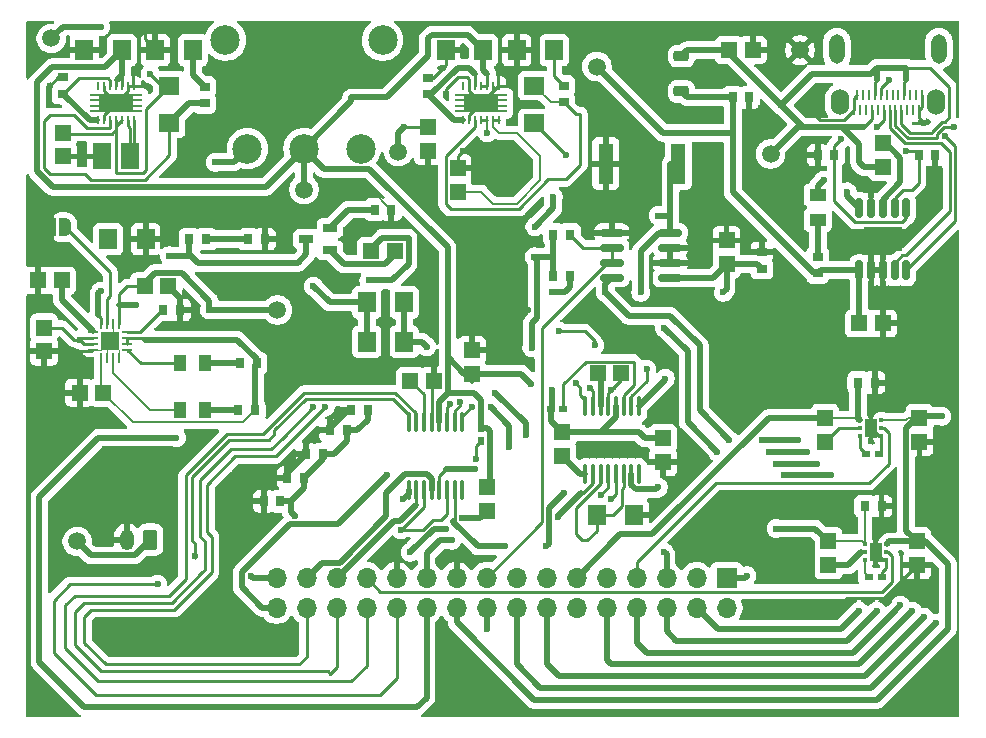
<source format=gbr>
%TF.GenerationSoftware,KiCad,Pcbnew,9.0.0*%
%TF.CreationDate,2025-03-28T16:19:56+02:00*%
%TF.ProjectId,powerSubsys full final,706f7765-7253-4756-9273-79732066756c,rev?*%
%TF.SameCoordinates,Original*%
%TF.FileFunction,Copper,L1,Top*%
%TF.FilePolarity,Positive*%
%FSLAX46Y46*%
G04 Gerber Fmt 4.6, Leading zero omitted, Abs format (unit mm)*
G04 Created by KiCad (PCBNEW 9.0.0) date 2025-03-28 16:19:56*
%MOMM*%
%LPD*%
G01*
G04 APERTURE LIST*
G04 Aperture macros list*
%AMRoundRect*
0 Rectangle with rounded corners*
0 $1 Rounding radius*
0 $2 $3 $4 $5 $6 $7 $8 $9 X,Y pos of 4 corners*
0 Add a 4 corners polygon primitive as box body*
4,1,4,$2,$3,$4,$5,$6,$7,$8,$9,$2,$3,0*
0 Add four circle primitives for the rounded corners*
1,1,$1+$1,$2,$3*
1,1,$1+$1,$4,$5*
1,1,$1+$1,$6,$7*
1,1,$1+$1,$8,$9*
0 Add four rect primitives between the rounded corners*
20,1,$1+$1,$2,$3,$4,$5,0*
20,1,$1+$1,$4,$5,$6,$7,0*
20,1,$1+$1,$6,$7,$8,$9,0*
20,1,$1+$1,$8,$9,$2,$3,0*%
%AMFreePoly0*
4,1,29,2.200000,0.590000,1.430000,0.590000,1.430000,0.330000,2.200000,0.330000,2.200000,0.130000,1.430000,0.130000,1.430000,-0.130000,2.200000,-0.130000,2.200000,-0.330000,1.430000,-0.330000,1.430000,-0.590000,2.200000,-0.590000,2.200000,-0.790000,-2.200000,-0.790000,-2.200000,-0.590000,-1.430000,-0.590000,-1.430000,-0.330000,-2.200000,-0.330000,-2.200000,-0.130000,-1.430000,-0.130000,
-1.430000,0.130000,-2.200000,0.130000,-2.200000,0.330000,-1.430000,0.330000,-1.430000,0.590000,-2.200000,0.590000,-2.200000,0.790000,2.200000,0.790000,2.200000,0.590000,2.200000,0.590000,$1*%
%AMFreePoly1*
4,1,23,0.500000,-0.750000,0.000000,-0.750000,0.000000,-0.745722,-0.065263,-0.745722,-0.191342,-0.711940,-0.304381,-0.646677,-0.396677,-0.554381,-0.461940,-0.441342,-0.495722,-0.315263,-0.495722,-0.250000,-0.500000,-0.250000,-0.500000,0.250000,-0.495722,0.250000,-0.495722,0.315263,-0.461940,0.441342,-0.396677,0.554381,-0.304381,0.646677,-0.191342,0.711940,-0.065263,0.745722,0.000000,0.745722,
0.000000,0.750000,0.500000,0.750000,0.500000,-0.750000,0.500000,-0.750000,$1*%
%AMFreePoly2*
4,1,23,0.000000,0.745722,0.065263,0.745722,0.191342,0.711940,0.304381,0.646677,0.396677,0.554381,0.461940,0.441342,0.495722,0.315263,0.495722,0.250000,0.500000,0.250000,0.500000,-0.250000,0.495722,-0.250000,0.495722,-0.315263,0.461940,-0.441342,0.396677,-0.554381,0.304381,-0.646677,0.191342,-0.711940,0.065263,-0.745722,0.000000,-0.745722,0.000000,-0.750000,-0.500000,-0.750000,
-0.500000,0.750000,0.000000,0.750000,0.000000,0.745722,0.000000,0.745722,$1*%
%AMFreePoly3*
4,1,9,3.862500,-0.866500,0.737500,-0.866500,0.737500,-0.450000,-0.737500,-0.450000,-0.737500,0.450000,0.737500,0.450000,0.737500,0.866500,3.862500,0.866500,3.862500,-0.866500,3.862500,-0.866500,$1*%
G04 Aperture macros list end*
%TA.AperFunction,SMDPad,CuDef*%
%ADD10R,1.410000X1.350000*%
%TD*%
%TA.AperFunction,SMDPad,CuDef*%
%ADD11C,1.500000*%
%TD*%
%TA.AperFunction,SMDPad,CuDef*%
%ADD12R,0.800000X0.900000*%
%TD*%
%TA.AperFunction,SMDPad,CuDef*%
%ADD13R,1.350000X1.410000*%
%TD*%
%TA.AperFunction,SMDPad,CuDef*%
%ADD14O,0.343000X1.731500*%
%TD*%
%TA.AperFunction,SMDPad,CuDef*%
%ADD15R,1.485000X1.728000*%
%TD*%
%TA.AperFunction,SMDPad,CuDef*%
%ADD16R,0.900000X0.800000*%
%TD*%
%TA.AperFunction,SMDPad,CuDef*%
%ADD17R,0.540000X0.790000*%
%TD*%
%TA.AperFunction,SMDPad,CuDef*%
%ADD18R,0.250000X0.700000*%
%TD*%
%TA.AperFunction,SMDPad,CuDef*%
%ADD19FreePoly0,0.000000*%
%TD*%
%TA.AperFunction,SMDPad,CuDef*%
%ADD20FreePoly1,0.000000*%
%TD*%
%TA.AperFunction,SMDPad,CuDef*%
%ADD21FreePoly2,0.000000*%
%TD*%
%TA.AperFunction,SMDPad,CuDef*%
%ADD22R,0.790000X0.540000*%
%TD*%
%TA.AperFunction,ComponentPad*%
%ADD23O,1.524000X2.200000*%
%TD*%
%TA.AperFunction,ComponentPad*%
%ADD24O,1.300000X2.500000*%
%TD*%
%TA.AperFunction,SMDPad,CuDef*%
%ADD25R,0.250000X0.950000*%
%TD*%
%TA.AperFunction,SMDPad,CuDef*%
%ADD26R,1.000000X1.399500*%
%TD*%
%TA.AperFunction,SMDPad,CuDef*%
%ADD27R,1.728000X1.485000*%
%TD*%
%TA.AperFunction,SMDPad,CuDef*%
%ADD28RoundRect,0.150000X0.150000X-0.687500X0.150000X0.687500X-0.150000X0.687500X-0.150000X-0.687500X0*%
%TD*%
%TA.AperFunction,HeatsinkPad*%
%ADD29R,3.300000X2.100000*%
%TD*%
%TA.AperFunction,SMDPad,CuDef*%
%ADD30R,1.399500X1.000000*%
%TD*%
%TA.AperFunction,SMDPad,CuDef*%
%ADD31R,1.250000X0.700000*%
%TD*%
%TA.AperFunction,SMDPad,CuDef*%
%ADD32RoundRect,0.062500X-0.375000X-0.062500X0.375000X-0.062500X0.375000X0.062500X-0.375000X0.062500X0*%
%TD*%
%TA.AperFunction,SMDPad,CuDef*%
%ADD33RoundRect,0.062500X-0.062500X-0.375000X0.062500X-0.375000X0.062500X0.375000X-0.062500X0.375000X0*%
%TD*%
%TA.AperFunction,HeatsinkPad*%
%ADD34R,1.600000X1.600000*%
%TD*%
%TA.AperFunction,ComponentPad*%
%ADD35RoundRect,0.250000X0.350000X0.625000X-0.350000X0.625000X-0.350000X-0.625000X0.350000X-0.625000X0*%
%TD*%
%TA.AperFunction,ComponentPad*%
%ADD36O,1.200000X1.750000*%
%TD*%
%TA.AperFunction,SMDPad,CuDef*%
%ADD37R,1.282500X3.456000*%
%TD*%
%TA.AperFunction,SMDPad,CuDef*%
%ADD38RoundRect,0.093750X-0.093750X-0.106250X0.093750X-0.106250X0.093750X0.106250X-0.093750X0.106250X0*%
%TD*%
%TA.AperFunction,HeatsinkPad*%
%ADD39R,1.000000X1.600000*%
%TD*%
%TA.AperFunction,SMDPad,CuDef*%
%ADD40R,1.635000X2.160000*%
%TD*%
%TA.AperFunction,SMDPad,CuDef*%
%ADD41RoundRect,0.150000X-0.825000X-0.150000X0.825000X-0.150000X0.825000X0.150000X-0.825000X0.150000X0*%
%TD*%
%TA.AperFunction,ComponentPad*%
%ADD42C,2.500000*%
%TD*%
%TA.AperFunction,ComponentPad*%
%ADD43R,1.700000X1.700000*%
%TD*%
%TA.AperFunction,ComponentPad*%
%ADD44O,1.700000X1.700000*%
%TD*%
%TA.AperFunction,SMDPad,CuDef*%
%ADD45RoundRect,0.225000X0.425000X0.225000X-0.425000X0.225000X-0.425000X-0.225000X0.425000X-0.225000X0*%
%TD*%
%TA.AperFunction,SMDPad,CuDef*%
%ADD46FreePoly3,180.000000*%
%TD*%
%TA.AperFunction,ViaPad*%
%ADD47C,0.600000*%
%TD*%
%TA.AperFunction,Conductor*%
%ADD48C,0.250000*%
%TD*%
%TA.AperFunction,Conductor*%
%ADD49C,0.500000*%
%TD*%
%TA.AperFunction,Conductor*%
%ADD50C,0.200000*%
%TD*%
%TA.AperFunction,Conductor*%
%ADD51C,0.100000*%
%TD*%
G04 APERTURE END LIST*
D10*
%TO.P,R10,1*%
%TO.N,/FAST_CHARGE_CTRL*%
X213700000Y-89000000D03*
%TO.P,R10,2*%
%TO.N,Net-(Q2-B)*%
X215700000Y-89000000D03*
%TD*%
D11*
%TO.P,TP1,1,1*%
%TO.N,3V3 Out*%
X186600000Y-71000000D03*
%TD*%
%TO.P,TP2,1,1*%
%TO.N,5V Out*%
X216000000Y-80600000D03*
%TD*%
D12*
%TO.P,R23,1*%
%TO.N,Net-(U7-AISEN)*%
X211600000Y-104200000D03*
%TO.P,R23,2*%
%TO.N,GND*%
X210200000Y-104200000D03*
%TD*%
D13*
%TO.P,R33,1*%
%TO.N,+9V*%
X257000000Y-81887500D03*
%TO.P,R33,2*%
%TO.N,Net-(U6-VBUS)*%
X257000000Y-79887500D03*
%TD*%
D14*
%TO.P,U7,1,nSleep*%
%TO.N,Net-(U7-nSleep)*%
X216850000Y-109232000D03*
%TO.P,U7,2,AOUT1*%
%TO.N,/MOTOR3_A_OUT*%
X217500000Y-109232000D03*
%TO.P,U7,3,AISEN*%
%TO.N,Net-(U7-AISEN)*%
X218150000Y-109232000D03*
%TO.P,U7,4,AOUT2*%
%TO.N,/MOTOR3_B_OUT*%
X218800000Y-109232000D03*
%TO.P,U7,5,BOUT2*%
%TO.N,/Motor4_B_OUT*%
X219450000Y-109232000D03*
%TO.P,U7,6,BISEN*%
%TO.N,Net-(U7-AISEN)*%
X220100000Y-109232000D03*
%TO.P,U7,7,BOUT1*%
%TO.N,/Motor4_A_OUT*%
X220750000Y-109232000D03*
%TO.P,U7,8,nFault*%
%TO.N,unconnected-(U7-nFault-Pad8)*%
X221400000Y-109232000D03*
%TO.P,U7,9,BIN1*%
%TO.N,/MOTOR4_CTRL1*%
X221400000Y-103500000D03*
%TO.P,U7,10,BIN2*%
%TO.N,/MOTOR4_CTRL2*%
X220750000Y-103500000D03*
%TO.P,U7,11,VCP*%
%TO.N,Net-(U7-VCP)*%
X220100000Y-103500000D03*
%TO.P,U7,12,VM*%
%TO.N,Vsupply*%
X219450000Y-103500000D03*
%TO.P,U7,13,GND*%
%TO.N,GND*%
X218800000Y-103500000D03*
%TO.P,U7,14,VINT*%
%TO.N,Net-(U7-VINT)*%
X218150000Y-103500000D03*
%TO.P,U7,15,AIN2*%
%TO.N,/MOTOR3_CTRL2*%
X217500000Y-103500000D03*
%TO.P,U7,16,AIN1*%
%TO.N,/MOTOR3_CTRL1*%
X216850000Y-103500000D03*
%TD*%
D12*
%TO.P,R29,1*%
%TO.N,Net-(R29-Pad1)*%
X203300000Y-88000000D03*
%TO.P,R29,2*%
%TO.N,GND*%
X204700000Y-88000000D03*
%TD*%
D15*
%TO.P,JP1,1,A*%
%TO.N,GND*%
X194592500Y-88000000D03*
%TO.P,JP1,2,B*%
%TO.N,Net-(JP1-B)*%
X191407500Y-88000000D03*
%TD*%
D12*
%TO.P,R11,1*%
%TO.N,/EN2*%
X203992500Y-98500000D03*
%TO.P,R11,2*%
%TO.N,Net-(D1-A)*%
X202592500Y-98500000D03*
%TD*%
D15*
%TO.P,R20,1*%
%TO.N,Net-(U2-AISEN)*%
X232782500Y-111366000D03*
%TO.P,R20,2*%
%TO.N,GND*%
X235967500Y-111366000D03*
%TD*%
D13*
%TO.P,R21,1*%
%TO.N,Vsupply*%
X223500000Y-109000000D03*
%TO.P,R21,2*%
%TO.N,Net-(U7-nSleep)*%
X223500000Y-111000000D03*
%TD*%
D12*
%TO.P,R1,1*%
%TO.N,/EN2*%
X203843000Y-102500000D03*
%TO.P,R1,2*%
%TO.N,Net-(D2-A)*%
X202443000Y-102500000D03*
%TD*%
%TO.P,R4,1*%
%TO.N,5V Out*%
X229125000Y-91115000D03*
%TO.P,R4,2*%
%TO.N,/I2C1_SCL*%
X230525000Y-91115000D03*
%TD*%
D13*
%TO.P,L2,1*%
%TO.N,Net-(L2-Pad1)*%
X221000000Y-84000000D03*
%TO.P,L2,2*%
%TO.N,GND*%
X221000000Y-82000000D03*
%TD*%
D16*
%TO.P,R26,1*%
%TO.N,Net-(R26-Pad1)*%
X230000000Y-75000000D03*
%TO.P,R26,2*%
%TO.N,Net-(U10-FB)*%
X230000000Y-76400000D03*
%TD*%
D17*
%TO.P,C12,1*%
%TO.N,Net-(U7-VCP)*%
X223000000Y-105090000D03*
%TO.P,C12,2*%
%TO.N,Vsupply*%
X223000000Y-104000000D03*
%TD*%
D13*
%TO.P,C26,1*%
%TO.N,/Battery*%
X186000000Y-95500000D03*
%TO.P,C26,2*%
%TO.N,GND*%
X186000000Y-97500000D03*
%TD*%
D11*
%TO.P,TP3,1,1*%
%TO.N,/Battery*%
X188800000Y-113600000D03*
%TD*%
D18*
%TO.P,U9,1,VINA*%
%TO.N,Net-(U9-EN)*%
X190592500Y-77950000D03*
%TO.P,U9,2,GND*%
%TO.N,GND*%
X191092500Y-77950000D03*
%TO.P,U9,3,FB*%
%TO.N,Net-(U9-FB)*%
X191592500Y-77950000D03*
%TO.P,U9,4,VOUT*%
%TO.N,3V3 Out*%
X192092500Y-77950000D03*
%TO.P,U9,5,VOUT*%
X192592500Y-77950000D03*
%TO.P,U9,6,L2*%
%TO.N,Net-(L1-Pad1)*%
X193092500Y-77950000D03*
%TO.P,U9,7,L2*%
X193592500Y-77950000D03*
%TO.P,U9,8,L1*%
%TO.N,GND*%
X193592500Y-75050000D03*
%TO.P,U9,9,L1*%
X193092500Y-75050000D03*
%TO.P,U9,10,VIN*%
%TO.N,Vsupply*%
X192592500Y-75050000D03*
%TO.P,U9,11,VIN*%
X192092500Y-75050000D03*
%TO.P,U9,12,EN*%
%TO.N,Net-(U9-EN)*%
X191592500Y-75050000D03*
%TO.P,U9,13,PS/SYNC*%
%TO.N,GND*%
X191092500Y-75050000D03*
%TO.P,U9,14,PG*%
%TO.N,unconnected-(U9-PG-Pad14)*%
X190592500Y-75050000D03*
D19*
%TO.P,U9,15,PGND*%
%TO.N,GND*%
X192092500Y-76500000D03*
%TD*%
D16*
%TO.P,R18,1*%
%TO.N,VREG*%
X251500000Y-90887500D03*
%TO.P,R18,2*%
%TO.N,Net-(D3-A)*%
X251500000Y-89487500D03*
%TD*%
D20*
%TO.P,JP2,1,A*%
%TO.N,GND*%
X186500000Y-87000000D03*
D21*
%TO.P,JP2,2,B*%
%TO.N,Net-(JP2-B)*%
X187800000Y-87000000D03*
%TD*%
D22*
%TO.P,C11,1*%
%TO.N,Net-(U2-VCP)*%
X229965000Y-102366000D03*
%TO.P,C11,2*%
%TO.N,Vsupply*%
X228875000Y-102366000D03*
%TD*%
D12*
%TO.P,R5,1*%
%TO.N,GND*%
X197500000Y-94000000D03*
%TO.P,R5,2*%
%TO.N,Net-(U3-ILIM)*%
X196100000Y-94000000D03*
%TD*%
D23*
%TO.P,USBC1,1,1*%
%TO.N,unconnected-(USBC1-Pad1)*%
X253375000Y-76424000D03*
D24*
%TO.P,USBC1,2,2*%
%TO.N,unconnected-(USBC1-Pad2)*%
X253130000Y-71874000D03*
%TO.P,USBC1,3,3*%
%TO.N,unconnected-(USBC1-Pad3)*%
X261770000Y-71874000D03*
D23*
%TO.P,USBC1,4,4*%
%TO.N,unconnected-(USBC1-Pad4)*%
X261525000Y-76424000D03*
D25*
%TO.P,USBC1,A1,GND*%
%TO.N,GND*%
X260080000Y-77074000D03*
%TO.P,USBC1,A2,SSTXP1*%
%TO.N,unconnected-(USBC1-SSTXP1-PadA2)*%
X259580000Y-77074000D03*
%TO.P,USBC1,A3,SSTXn1*%
%TO.N,unconnected-(USBC1-SSTXn1-PadA3)*%
X259080000Y-77074000D03*
%TO.P,USBC1,A4,VBUS*%
%TO.N,+9V*%
X258580000Y-77074000D03*
%TO.P,USBC1,A5,CC1*%
%TO.N,Net-(U6-CC1)*%
X258080000Y-77074000D03*
%TO.P,USBC1,A6,DP1*%
%TO.N,DP*%
X257580000Y-77074000D03*
%TO.P,USBC1,A7,DN1*%
%TO.N,DM*%
X257080000Y-77074000D03*
%TO.P,USBC1,A8,SUB1*%
%TO.N,unconnected-(USBC1-SUB1-PadA8)*%
X256580000Y-77074000D03*
%TO.P,USBC1,A9,VBUS*%
%TO.N,+9V*%
X256080000Y-77074000D03*
%TO.P,USBC1,A10,SSRXn2*%
%TO.N,unconnected-(USBC1-SSRXn2-PadA10)*%
X255580000Y-77074000D03*
%TO.P,USBC1,A11,SSRXp2*%
%TO.N,unconnected-(USBC1-SSRXp2-PadA11)*%
X255080000Y-77074000D03*
%TO.P,USBC1,A12,GND*%
%TO.N,GND*%
X254580000Y-77074000D03*
%TO.P,USBC1,B1,GND*%
X254830000Y-75824000D03*
%TO.P,USBC1,B2,SSTXp2*%
%TO.N,unconnected-(USBC1-SSTXp2-PadB2)*%
X255330000Y-75824000D03*
%TO.P,USBC1,B3,SSTXn2*%
%TO.N,unconnected-(USBC1-SSTXn2-PadB3)*%
X255830000Y-75824000D03*
%TO.P,USBC1,B4,VBUS*%
%TO.N,+9V*%
X256330000Y-75824000D03*
%TO.P,USBC1,B5,CC2*%
%TO.N,Net-(U6-CC2)*%
X256830000Y-75824000D03*
%TO.P,USBC1,B6,DP2*%
%TO.N,unconnected-(USBC1-DP2-PadB6)*%
X257330000Y-75824000D03*
%TO.P,USBC1,B7,DN2*%
%TO.N,unconnected-(USBC1-DN2-PadB7)*%
X257830000Y-75824000D03*
%TO.P,USBC1,B8,SUB2*%
%TO.N,unconnected-(USBC1-SUB2-PadB8)*%
X258330000Y-75824000D03*
%TO.P,USBC1,B9,VBUS*%
%TO.N,+9V*%
X258830000Y-75824000D03*
%TO.P,USBC1,B10,SSRXn1*%
%TO.N,unconnected-(USBC1-SSRXn1-PadB10)*%
X259330000Y-75824000D03*
%TO.P,USBC1,B11,SSRXp1*%
%TO.N,unconnected-(USBC1-SSRXp1-PadB11)*%
X259830000Y-75824000D03*
%TO.P,USBC1,B12,GND*%
%TO.N,GND*%
X260330000Y-75824000D03*
%TD*%
D11*
%TO.P,TP7,1,1*%
%TO.N,Vsupply*%
X208000000Y-83800000D03*
%TD*%
D26*
%TO.P,D1,1,K*%
%TO.N,Net-(D1-K)*%
X197542000Y-98500000D03*
%TO.P,D1,2,A*%
%TO.N,Net-(D1-A)*%
X199643000Y-98500000D03*
%TD*%
D15*
%TO.P,R14,1*%
%TO.N,GND*%
X195407500Y-72000000D03*
%TO.P,R14,2*%
%TO.N,Net-(R14-Pad2)*%
X198592500Y-72000000D03*
%TD*%
D13*
%TO.P,C10,1*%
%TO.N,GND*%
X238375000Y-106866000D03*
%TO.P,C10,2*%
%TO.N,Vsupply*%
X238375000Y-104866000D03*
%TD*%
D12*
%TO.P,C22,1*%
%TO.N,/EXT_LOAD1_OUT*%
X255500000Y-110600000D03*
%TO.P,C22,2*%
%TO.N,GND*%
X256900000Y-110600000D03*
%TD*%
D15*
%TO.P,R35,1*%
%TO.N,Net-(R27-Pad2)*%
X213315000Y-96700000D03*
%TO.P,R35,2*%
%TO.N,5V Out*%
X216500000Y-96700000D03*
%TD*%
D27*
%TO.P,R25,1*%
%TO.N,Net-(U9-FB)*%
X196592500Y-78185000D03*
%TO.P,R25,2*%
%TO.N,3V3 Out*%
X196592500Y-75000000D03*
%TD*%
D11*
%TO.P,TP4,1,1*%
%TO.N,GND*%
X250000000Y-72000000D03*
%TD*%
D13*
%TO.P,C21,1*%
%TO.N,5V Out*%
X243775000Y-90115000D03*
%TO.P,C21,2*%
%TO.N,GND*%
X243775000Y-88115000D03*
%TD*%
D27*
%TO.P,R27,1*%
%TO.N,Net-(U10-FB)*%
X227500000Y-75000000D03*
%TO.P,R27,2*%
%TO.N,Net-(R27-Pad2)*%
X227500000Y-78185000D03*
%TD*%
D13*
%TO.P,C16,1*%
%TO.N,3V3 Out*%
X187592500Y-79000000D03*
%TO.P,C16,2*%
%TO.N,GND*%
X187592500Y-81000000D03*
%TD*%
D15*
%TO.P,R34,1*%
%TO.N,Net-(R27-Pad2)*%
X213315000Y-93362500D03*
%TO.P,R34,2*%
%TO.N,5V Out*%
X216500000Y-93362500D03*
%TD*%
D28*
%TO.P,U6,1,VDD*%
%TO.N,VREG*%
X255000000Y-90637500D03*
%TO.P,U6,2,CFG2*%
%TO.N,GND*%
X256000000Y-90637500D03*
%TO.P,U6,3,CFG3*%
X257000000Y-90637500D03*
%TO.P,U6,4,DP*%
%TO.N,DP*%
X258000000Y-90637500D03*
%TO.P,U6,5,DM*%
%TO.N,DM*%
X259000000Y-90637500D03*
%TO.P,U6,6,CC2*%
%TO.N,Net-(U6-CC2)*%
X259000000Y-85362500D03*
%TO.P,U6,7,CC1*%
%TO.N,Net-(U6-CC1)*%
X258000000Y-85362500D03*
%TO.P,U6,8,VBUS*%
%TO.N,Net-(U6-VBUS)*%
X257000000Y-85362500D03*
%TO.P,U6,9,CFG1*%
%TO.N,GND*%
X256000000Y-85362500D03*
%TO.P,U6,10,PG*%
%TO.N,Net-(D3-K)*%
X255000000Y-85362500D03*
D29*
%TO.P,U6,11,GND*%
%TO.N,GND*%
X257000000Y-88000000D03*
%TD*%
D10*
%TO.P,C3,1*%
%TO.N,+9V*%
X194500000Y-92000000D03*
%TO.P,C3,2*%
%TO.N,GND*%
X196500000Y-92000000D03*
%TD*%
D13*
%TO.P,C6,1*%
%TO.N,5V Out*%
X260112500Y-103150000D03*
%TO.P,C6,2*%
%TO.N,GND*%
X260112500Y-105150000D03*
%TD*%
D15*
%TO.P,R31,1*%
%TO.N,GND*%
X226000000Y-72000000D03*
%TO.P,R31,2*%
%TO.N,Net-(R26-Pad1)*%
X229185000Y-72000000D03*
%TD*%
D10*
%TO.P,C14,1*%
%TO.N,Net-(U7-VINT)*%
X217000000Y-100000000D03*
%TO.P,C14,2*%
%TO.N,GND*%
X219000000Y-100000000D03*
%TD*%
D18*
%TO.P,U10,1,VINA*%
%TO.N,Net-(U10-EN)*%
X221500000Y-77950000D03*
%TO.P,U10,2,GND*%
%TO.N,GND*%
X222000000Y-77950000D03*
%TO.P,U10,3,FB*%
%TO.N,Net-(U10-FB)*%
X222500000Y-77950000D03*
%TO.P,U10,4,VOUT*%
%TO.N,5V Out*%
X223000000Y-77950000D03*
%TO.P,U10,5,VOUT*%
X223500000Y-77950000D03*
%TO.P,U10,6,L2*%
%TO.N,Net-(L2-Pad1)*%
X224000000Y-77950000D03*
%TO.P,U10,7,L2*%
X224500000Y-77950000D03*
%TO.P,U10,8,L1*%
%TO.N,GND*%
X224500000Y-75050000D03*
%TO.P,U10,9,L1*%
X224000000Y-75050000D03*
%TO.P,U10,10,VIN*%
%TO.N,Vsupply*%
X223500000Y-75050000D03*
%TO.P,U10,11,VIN*%
X223000000Y-75050000D03*
%TO.P,U10,12,EN*%
%TO.N,Net-(U10-EN)*%
X222500000Y-75050000D03*
%TO.P,U10,13,PS/SYNC*%
%TO.N,GND*%
X222000000Y-75050000D03*
%TO.P,U10,14,PG*%
%TO.N,unconnected-(U10-PG-Pad14)*%
X221500000Y-75050000D03*
D19*
%TO.P,U10,15,PGND*%
%TO.N,GND*%
X223000000Y-76500000D03*
%TD*%
D12*
%TO.P,R28,1*%
%TO.N,Net-(U7-AISEN)*%
X209600000Y-106200000D03*
%TO.P,R28,2*%
%TO.N,GND*%
X208200000Y-106200000D03*
%TD*%
D15*
%TO.P,C17,1*%
%TO.N,Vsupply*%
X192592500Y-72000000D03*
%TO.P,C17,2*%
%TO.N,GND*%
X189407500Y-72000000D03*
%TD*%
D30*
%TO.P,D3,1,K*%
%TO.N,Net-(D3-K)*%
X251500000Y-84286500D03*
%TO.P,D3,2,A*%
%TO.N,Net-(D3-A)*%
X251500000Y-86387500D03*
%TD*%
D31*
%TO.P,Q2,1,B*%
%TO.N,Net-(Q2-B)*%
X210200000Y-88950000D03*
%TO.P,Q2,2,E*%
%TO.N,Net-(Q2-E)*%
X210200000Y-87050000D03*
%TO.P,Q2,3,C*%
%TO.N,Net-(Q2-C)*%
X208200000Y-88000000D03*
%TD*%
D13*
%TO.P,R12,1*%
%TO.N,Net-(U4-QOD)*%
X252400000Y-115600000D03*
%TO.P,R12,2*%
%TO.N,/EXT_LOAD1_OUT*%
X252400000Y-113600000D03*
%TD*%
D26*
%TO.P,D2,1,K*%
%TO.N,Net-(D2-K)*%
X197542000Y-102500000D03*
%TO.P,D2,2,A*%
%TO.N,Net-(D2-A)*%
X199643000Y-102500000D03*
%TD*%
D32*
%TO.P,U3,1,TS*%
%TO.N,Net-(U3-TS)*%
X190162500Y-95850000D03*
%TO.P,U3,2,BAT*%
%TO.N,/Battery*%
X190162500Y-96350000D03*
%TO.P,U3,3,BAT*%
X190162500Y-96850000D03*
%TO.P,U3,4,~{CE}*%
%TO.N,GND*%
X190162500Y-97350000D03*
D33*
%TO.P,U3,5,EN2*%
%TO.N,/EN2*%
X190850000Y-98037500D03*
%TO.P,U3,6,EN1*%
%TO.N,GND*%
X191350000Y-98037500D03*
%TO.P,U3,7,~{PGOOD}*%
%TO.N,Net-(D2-K)*%
X191850000Y-98037500D03*
%TO.P,U3,8,VSS*%
%TO.N,GND*%
X192350000Y-98037500D03*
D32*
%TO.P,U3,9,~{CHG}*%
%TO.N,Net-(D1-K)*%
X193037500Y-97350000D03*
%TO.P,U3,10,OUT*%
%TO.N,/EN2*%
X193037500Y-96850000D03*
%TO.P,U3,11,OUT*%
X193037500Y-96350000D03*
%TO.P,U3,12,ILIM*%
%TO.N,Net-(U3-ILIM)*%
X193037500Y-95850000D03*
D33*
%TO.P,U3,13,IN*%
%TO.N,+9V*%
X192350000Y-95162500D03*
%TO.P,U3,14,TMR*%
%TO.N,GND*%
X191850000Y-95162500D03*
%TO.P,U3,15,ITERM*%
%TO.N,Net-(JP2-B)*%
X191350000Y-95162500D03*
%TO.P,U3,16,ISET*%
%TO.N,Net-(Q2-C)*%
X190850000Y-95162500D03*
D34*
%TO.P,U3,17,VSS*%
%TO.N,GND*%
X191600000Y-96600000D03*
%TD*%
D13*
%TO.P,C13,1*%
%TO.N,GND*%
X222200000Y-97400000D03*
%TO.P,C13,2*%
%TO.N,Vsupply*%
X222200000Y-99400000D03*
%TD*%
D10*
%TO.P,R7,1*%
%TO.N,Net-(U3-TS)*%
X187500000Y-91500000D03*
%TO.P,R7,2*%
%TO.N,GND*%
X185500000Y-91500000D03*
%TD*%
D35*
%TO.P,J2,1,Pin_1*%
%TO.N,/Battery*%
X195000000Y-113450000D03*
D36*
%TO.P,J2,2,Pin_2*%
%TO.N,GND*%
X193000000Y-113450000D03*
%TD*%
D22*
%TO.P,C7,1*%
%TO.N,Net-(U5-CT)*%
X255567500Y-106150000D03*
%TO.P,C7,2*%
%TO.N,GND*%
X256657500Y-106150000D03*
%TD*%
D15*
%TO.P,C20,1*%
%TO.N,Vsupply*%
X223185000Y-72000000D03*
%TO.P,C20,2*%
%TO.N,GND*%
X220000000Y-72000000D03*
%TD*%
D37*
%TO.P,R3,1*%
%TO.N,/Battery*%
X239678500Y-81615000D03*
%TO.P,R3,2*%
%TO.N,GND*%
X233545500Y-81615000D03*
%TD*%
D12*
%TO.P,R8,1*%
%TO.N,Net-(Q2-C)*%
X198300000Y-88000000D03*
%TO.P,R8,2*%
%TO.N,Net-(R29-Pad1)*%
X199700000Y-88000000D03*
%TD*%
D11*
%TO.P,TP6,1,1*%
%TO.N,+9V*%
X247500000Y-80800000D03*
%TD*%
D10*
%TO.P,C24,1*%
%TO.N,GND*%
X246000000Y-72000000D03*
%TO.P,C24,2*%
%TO.N,+9V*%
X244000000Y-72000000D03*
%TD*%
D38*
%TO.P,U4,1,VOUT*%
%TO.N,/EXT_LOAD1_OUT*%
X255512500Y-113850000D03*
%TO.P,U4,2,QOD*%
%TO.N,Net-(U4-QOD)*%
X255512500Y-114500000D03*
%TO.P,U4,3,CT*%
%TO.N,Net-(U4-CT)*%
X255512500Y-115150000D03*
%TO.P,U4,4,GND*%
%TO.N,GND*%
X257287500Y-115150000D03*
%TO.P,U4,5,EN/UVLO*%
%TO.N,/CTRL_EXT_LOAD1*%
X257287500Y-114500000D03*
%TO.P,U4,6,VIN*%
%TO.N,5V Out*%
X257287500Y-113850000D03*
D39*
%TO.P,U4,7,GND*%
%TO.N,GND*%
X256400000Y-114500000D03*
%TD*%
D12*
%TO.P,R2,1*%
%TO.N,5V Out*%
X229125000Y-87615000D03*
%TO.P,R2,2*%
%TO.N,/I2C1_SDA*%
X230525000Y-87615000D03*
%TD*%
%TO.P,C25,1*%
%TO.N,GND*%
X245700000Y-76000000D03*
%TO.P,C25,2*%
%TO.N,VREG*%
X244300000Y-76000000D03*
%TD*%
D16*
%TO.P,C15,1*%
%TO.N,Net-(U9-EN)*%
X187592500Y-75700000D03*
%TO.P,C15,2*%
%TO.N,GND*%
X187592500Y-74300000D03*
%TD*%
D13*
%TO.P,R13,1*%
%TO.N,Net-(U5-QOD)*%
X252112500Y-105150000D03*
%TO.P,R13,2*%
%TO.N,/EXT_LOAD2_OUT*%
X252112500Y-103150000D03*
%TD*%
D12*
%TO.P,R16,1*%
%TO.N,Net-(U6-CC2)*%
X252900000Y-80887500D03*
%TO.P,R16,2*%
%TO.N,GND*%
X251500000Y-80887500D03*
%TD*%
%TO.P,R15,1*%
%TO.N,Net-(U6-CC1)*%
X260050000Y-80887500D03*
%TO.P,R15,2*%
%TO.N,GND*%
X261450000Y-80887500D03*
%TD*%
D40*
%TO.P,L1,1*%
%TO.N,Net-(L1-Pad1)*%
X193260000Y-81000000D03*
%TO.P,L1,2*%
%TO.N,GND*%
X190925000Y-81000000D03*
%TD*%
D10*
%TO.P,C9,1*%
%TO.N,Net-(U2-VINT)*%
X232875000Y-99366000D03*
%TO.P,C9,2*%
%TO.N,GND*%
X234875000Y-99366000D03*
%TD*%
D16*
%TO.P,C18,1*%
%TO.N,Net-(U10-EN)*%
X218500000Y-75750000D03*
%TO.P,C18,2*%
%TO.N,GND*%
X218500000Y-74350000D03*
%TD*%
D13*
%TO.P,C19,1*%
%TO.N,5V Out*%
X218500000Y-78500000D03*
%TO.P,C19,2*%
%TO.N,GND*%
X218500000Y-80500000D03*
%TD*%
D12*
%TO.P,R24,1*%
%TO.N,Net-(U7-AISEN)*%
X206000000Y-110200000D03*
%TO.P,R24,2*%
%TO.N,GND*%
X204600000Y-110200000D03*
%TD*%
D41*
%TO.P,U1,1,A1*%
%TO.N,GND*%
X234050000Y-87460000D03*
%TO.P,U1,2,A0*%
%TO.N,/I2C1_SDA*%
X234050000Y-88730000D03*
%TO.P,U1,3,SDA*%
X234050000Y-90000000D03*
%TO.P,U1,4,SCL*%
%TO.N,/I2C1_SCL*%
X234050000Y-91270000D03*
%TO.P,U1,5,VS*%
%TO.N,5V Out*%
X239000000Y-91270000D03*
%TO.P,U1,6,GND*%
%TO.N,GND*%
X239000000Y-90000000D03*
%TO.P,U1,7,IN-*%
X239000000Y-88730000D03*
%TO.P,U1,8,IN+*%
%TO.N,/Battery*%
X239000000Y-87460000D03*
%TD*%
D13*
%TO.P,C4,1*%
%TO.N,5V Out*%
X259900000Y-113600000D03*
%TO.P,C4,2*%
%TO.N,GND*%
X259900000Y-115600000D03*
%TD*%
D11*
%TO.P,TP8,1,1*%
%TO.N,VREG*%
X232800000Y-73400000D03*
%TD*%
D42*
%TO.P,SW1,1,1*%
%TO.N,/Battery*%
X203200000Y-80343500D03*
%TO.P,SW1,2,2*%
%TO.N,Vsupply*%
X208000000Y-80343500D03*
%TO.P,SW1,3,3*%
%TO.N,unconnected-(SW1-Pad3)*%
X212800000Y-80343500D03*
%TO.P,SW1,4,4*%
%TO.N,unconnected-(SW1-Pad4)*%
X201350000Y-71143500D03*
%TO.P,SW1,5,5*%
%TO.N,unconnected-(SW1-Pad5)*%
X214650000Y-71143500D03*
%TD*%
D14*
%TO.P,U2,1,nSleep*%
%TO.N,Net-(U2-nSleep)*%
X231825000Y-107877750D03*
%TO.P,U2,2,AOUT1*%
%TO.N,/MOTOR1_A_OUT*%
X232475000Y-107877750D03*
%TO.P,U2,3,AISEN*%
%TO.N,Net-(U2-AISEN)*%
X233125000Y-107877750D03*
%TO.P,U2,4,AOUT2*%
%TO.N,/MOTOR1_B_OUT*%
X233775000Y-107877750D03*
%TO.P,U2,5,BOUT2*%
%TO.N,/Motor2_B_OUT*%
X234425000Y-107877750D03*
%TO.P,U2,6,BISEN*%
%TO.N,Net-(U2-AISEN)*%
X235075000Y-107877750D03*
%TO.P,U2,7,BOUT1*%
%TO.N,/Motor2_A_OUT*%
X235725000Y-107877750D03*
%TO.P,U2,8,nFault*%
%TO.N,unconnected-(U2-nFault-Pad8)*%
X236375000Y-107877750D03*
%TO.P,U2,9,BIN1*%
%TO.N,/MOTOR2_CTRL1*%
X236375000Y-102145750D03*
%TO.P,U2,10,BIN2*%
%TO.N,/MOTOR2_CTRL2*%
X235725000Y-102145750D03*
%TO.P,U2,11,VCP*%
%TO.N,Net-(U2-VCP)*%
X235075000Y-102145750D03*
%TO.P,U2,12,VM*%
%TO.N,Vsupply*%
X234425000Y-102145750D03*
%TO.P,U2,13,GND*%
%TO.N,GND*%
X233775000Y-102145750D03*
%TO.P,U2,14,VINT*%
%TO.N,Net-(U2-VINT)*%
X233125000Y-102145750D03*
%TO.P,U2,15,AIN2*%
%TO.N,/MOTOR1_CTRL2*%
X232475000Y-102145750D03*
%TO.P,U2,16,AIN1*%
%TO.N,/MOTOR1_CTRL1*%
X231825000Y-102145750D03*
%TD*%
D43*
%TO.P,J1,1,Pin_1*%
%TO.N,/Motor2_B_OUT*%
X243780000Y-116683500D03*
D44*
%TO.P,J1,2,Pin_2*%
%TO.N,/Motor2_A_OUT*%
X243780000Y-119223500D03*
%TO.P,J1,3,Pin_3*%
%TO.N,/Motor4_A_OUT*%
X241240000Y-116683500D03*
%TO.P,J1,4,Pin_4*%
%TO.N,/MOTOR2_CTRL1*%
X241240000Y-119223500D03*
%TO.P,J1,5,Pin_5*%
%TO.N,/Motor4_B_OUT*%
X238700000Y-116683500D03*
%TO.P,J1,6,Pin_6*%
%TO.N,/MOTOR2_CTRL2*%
X238700000Y-119223500D03*
%TO.P,J1,7,Pin_7*%
%TO.N,/CTRL_EXT_LOAD2*%
X236160000Y-116683500D03*
%TO.P,J1,8,Pin_8*%
%TO.N,/MOTOR4_CTRL1*%
X236160000Y-119223500D03*
%TO.P,J1,9,Pin_9*%
%TO.N,/USART2_RX*%
X233620000Y-116683500D03*
%TO.P,J1,10,Pin_10*%
%TO.N,/MOTOR4_CTRL2*%
X233620000Y-119223500D03*
%TO.P,J1,11,Pin_11*%
%TO.N,/EXT_LOAD2_OUT*%
X231080000Y-116683500D03*
%TO.P,J1,12,Pin_12*%
%TO.N,/USART2_TX*%
X231080000Y-119223500D03*
%TO.P,J1,13,Pin_13*%
%TO.N,/FAST_CHARGE_CTRL*%
X228540000Y-116683500D03*
%TO.P,J1,14,Pin_14*%
%TO.N,/Battery*%
X228540000Y-119223500D03*
%TO.P,J1,15,Pin_15*%
%TO.N,unconnected-(J1-Pin_15-Pad15)*%
X226000000Y-116683500D03*
%TO.P,J1,16,Pin_16*%
%TO.N,/I2C1_SCL*%
X226000000Y-119223500D03*
%TO.P,J1,17,Pin_17*%
%TO.N,/I2C1_SDA*%
X223460000Y-116683500D03*
%TO.P,J1,18,Pin_18*%
%TO.N,3V3 Out*%
X223460000Y-119223500D03*
%TO.P,J1,19,Pin_19*%
%TO.N,GND*%
X220920000Y-116683500D03*
%TO.P,J1,20,Pin_20*%
%TO.N,5V Out*%
X220920000Y-119223500D03*
%TO.P,J1,21,Pin_21*%
%TO.N,/EXT_LOAD1_OUT*%
X218380000Y-116683500D03*
%TO.P,J1,22,Pin_22*%
%TO.N,+9V*%
X218380000Y-119223500D03*
%TO.P,J1,23,Pin_23*%
%TO.N,GND*%
X215840000Y-116683500D03*
%TO.P,J1,24,Pin_24*%
%TO.N,/MOTOR3_CTRL1*%
X215840000Y-119223500D03*
%TO.P,J1,25,Pin_25*%
%TO.N,/CTRL_EXT_LOAD1*%
X213300000Y-116683500D03*
%TO.P,J1,26,Pin_26*%
%TO.N,/MOTOR3_CTRL2*%
X213300000Y-119223500D03*
%TO.P,J1,27,Pin_27*%
%TO.N,/MOTOR3_A_OUT*%
X210760000Y-116683500D03*
%TO.P,J1,28,Pin_28*%
%TO.N,/MOTOR1_CTRL1*%
X210760000Y-119223500D03*
%TO.P,J1,29,Pin_29*%
%TO.N,/MOTOR3_B_OUT*%
X208220000Y-116683500D03*
%TO.P,J1,30,Pin_30*%
%TO.N,/MOTOR1_CTRL2*%
X208220000Y-119223500D03*
%TO.P,J1,31,Pin_31*%
%TO.N,/MOTOR1_B_OUT*%
X205680000Y-116683500D03*
%TO.P,J1,32,Pin_32*%
%TO.N,/MOTOR1_A_OUT*%
X205680000Y-119223500D03*
%TD*%
D10*
%TO.P,C8,1*%
%TO.N,VREG*%
X255000000Y-95137500D03*
%TO.P,C8,2*%
%TO.N,GND*%
X257000000Y-95137500D03*
%TD*%
D12*
%TO.P,R22,1*%
%TO.N,Net-(U7-AISEN)*%
X213400000Y-102500000D03*
%TO.P,R22,2*%
%TO.N,GND*%
X212000000Y-102500000D03*
%TD*%
%TO.P,C23,1*%
%TO.N,/EXT_LOAD2_OUT*%
X254912500Y-100150000D03*
%TO.P,C23,2*%
%TO.N,GND*%
X256312500Y-100150000D03*
%TD*%
D13*
%TO.P,R19,1*%
%TO.N,Vsupply*%
X229875000Y-104366000D03*
%TO.P,R19,2*%
%TO.N,Net-(U2-nSleep)*%
X229875000Y-106366000D03*
%TD*%
D22*
%TO.P,C5,1*%
%TO.N,Net-(U4-CT)*%
X255810000Y-116600000D03*
%TO.P,C5,2*%
%TO.N,GND*%
X256900000Y-116600000D03*
%TD*%
D10*
%TO.P,C2,1*%
%TO.N,/EN2*%
X191000000Y-101000000D03*
%TO.P,C2,2*%
%TO.N,GND*%
X189000000Y-101000000D03*
%TD*%
D16*
%TO.P,R30,1*%
%TO.N,Net-(R14-Pad2)*%
X199592500Y-75100000D03*
%TO.P,R30,2*%
%TO.N,Net-(U9-FB)*%
X199592500Y-76500000D03*
%TD*%
D38*
%TO.P,U5,1,VOUT*%
%TO.N,/EXT_LOAD2_OUT*%
X255112500Y-103350000D03*
%TO.P,U5,2,QOD*%
%TO.N,Net-(U5-QOD)*%
X255112500Y-104000000D03*
%TO.P,U5,3,CT*%
%TO.N,Net-(U5-CT)*%
X255112500Y-104650000D03*
%TO.P,U5,4,GND*%
%TO.N,GND*%
X256887500Y-104650000D03*
%TO.P,U5,5,EN/UVLO*%
%TO.N,/CTRL_EXT_LOAD2*%
X256887500Y-104000000D03*
%TO.P,U5,6,VIN*%
%TO.N,5V Out*%
X256887500Y-103350000D03*
D39*
%TO.P,U5,7,GND*%
%TO.N,GND*%
X256000000Y-104000000D03*
%TD*%
D12*
%TO.P,R9,1*%
%TO.N,Net-(Q2-E)*%
X214000000Y-85500000D03*
%TO.P,R9,2*%
%TO.N,GND*%
X215400000Y-85500000D03*
%TD*%
D11*
%TO.P,TP5,1,1*%
%TO.N,+9V*%
X205750000Y-94000000D03*
%TD*%
D45*
%TO.P,U8,1,OUT*%
%TO.N,VREG*%
X239950000Y-75500000D03*
D46*
%TO.P,U8,2,GND*%
%TO.N,GND*%
X239862500Y-74000000D03*
D45*
%TO.P,U8,3,IN*%
%TO.N,+9V*%
X239950000Y-72500000D03*
%TD*%
D16*
%TO.P,C1,1*%
%TO.N,5V Out*%
X246775000Y-90515000D03*
%TO.P,C1,2*%
%TO.N,GND*%
X246775000Y-89115000D03*
%TD*%
D12*
%TO.P,R32,1*%
%TO.N,Net-(U7-AISEN)*%
X208000000Y-108200000D03*
%TO.P,R32,2*%
%TO.N,GND*%
X206600000Y-108200000D03*
%TD*%
D47*
%TO.N,+9V*%
X197200000Y-104800000D03*
X200000000Y-94000000D03*
X248359000Y-76641000D03*
X193800000Y-93600000D03*
%TO.N,/Battery*%
X243000000Y-106000000D03*
X189000000Y-96500000D03*
X236500000Y-92500000D03*
X250600000Y-106000000D03*
X200500000Y-81500000D03*
X260500000Y-120000000D03*
X247400000Y-106000000D03*
X238500000Y-95500000D03*
X238000000Y-86000000D03*
%TO.N,3V3 Out*%
X190800000Y-70000000D03*
X195000000Y-74000000D03*
X223500000Y-121000000D03*
%TO.N,GND*%
X186500000Y-75000000D03*
X185000000Y-72500000D03*
X221500000Y-80500000D03*
X246700000Y-76900000D03*
X219750000Y-73500000D03*
X205500000Y-111500000D03*
X256600000Y-83400000D03*
X248100000Y-74300000D03*
X227000000Y-94000000D03*
X241500000Y-80250000D03*
X199500000Y-104500000D03*
X253200000Y-119200000D03*
X215500000Y-113500000D03*
X220000000Y-75750000D03*
X262400000Y-89300000D03*
X194500000Y-70000000D03*
X254400000Y-112400000D03*
X232500000Y-95000000D03*
X206200000Y-88800000D03*
X205500000Y-102000000D03*
X189000000Y-80500000D03*
X260500000Y-78200000D03*
X234000000Y-100800000D03*
X251200000Y-77400000D03*
X219000000Y-82500000D03*
X213000000Y-83500000D03*
%TO.N,Vsupply*%
X227250000Y-100250000D03*
X229000000Y-100750000D03*
%TO.N,5V Out*%
X218400000Y-97100000D03*
X243500000Y-92500000D03*
X216500000Y-78500000D03*
X227300000Y-97200000D03*
X223500000Y-79000000D03*
X262000000Y-103000000D03*
X227500000Y-89500000D03*
%TO.N,/EXT_LOAD1_OUT*%
X220500000Y-113500000D03*
X248000000Y-112500000D03*
%TO.N,Net-(U6-CC2)*%
X253500000Y-79500000D03*
X257500000Y-74500000D03*
%TO.N,DM*%
X256500000Y-78500000D03*
X262300000Y-79300000D03*
%TO.N,Net-(D3-K)*%
X254000000Y-84000000D03*
X252000000Y-83000000D03*
%TO.N,Net-(U6-CC1)*%
X263000000Y-78500000D03*
X259000000Y-80500000D03*
%TO.N,/I2C1_SCL*%
X244000000Y-105000000D03*
X261500000Y-120500000D03*
X229000000Y-92500000D03*
X246800000Y-105000000D03*
X249800000Y-105000000D03*
X233500000Y-92500000D03*
%TO.N,Net-(Q2-C)*%
X196600000Y-89400000D03*
X190800000Y-92400000D03*
%TO.N,/MOTOR1_A_OUT*%
X215000000Y-108000000D03*
X229500000Y-111500000D03*
%TO.N,/MOTOR2_CTRL1*%
X255000000Y-119500000D03*
X238600000Y-99800000D03*
%TO.N,/Motor2_A_OUT*%
X238000000Y-109000000D03*
%TO.N,/MOTOR1_B_OUT*%
X203500000Y-116500000D03*
X217000000Y-114500000D03*
X220000000Y-112500000D03*
X233128155Y-109628155D03*
%TO.N,/Motor2_B_OUT*%
X245500000Y-116500000D03*
X234000000Y-110000000D03*
%TO.N,/MOTOR2_CTRL2*%
X237000000Y-99000000D03*
X256500000Y-119500000D03*
%TO.N,/MOTOR1_CTRL2*%
X232600000Y-97000000D03*
X209800000Y-102200000D03*
X229600000Y-95800000D03*
X232200000Y-100600000D03*
%TO.N,/MOTOR1_CTRL1*%
X208800000Y-102200000D03*
X231000000Y-100200000D03*
%TO.N,Net-(U7-nSleep)*%
X221400000Y-111600000D03*
X216400000Y-110000000D03*
%TO.N,/MOTOR4_CTRL2*%
X226800000Y-104600000D03*
X259500000Y-119500000D03*
X248000000Y-107000000D03*
X224200000Y-101000000D03*
X221200000Y-101800000D03*
X251400000Y-107000000D03*
%TO.N,/Motor4_A_OUT*%
X225000000Y-114000000D03*
%TO.N,/MOTOR3_CTRL1*%
X195600000Y-117200000D03*
X198800000Y-114800000D03*
%TO.N,Net-(U7-VCP)*%
X222600000Y-106600000D03*
X220400000Y-102000000D03*
%TO.N,/MOTOR4_CTRL1*%
X222200000Y-102200000D03*
X225400000Y-105600000D03*
X252600000Y-108000000D03*
X258500000Y-119000000D03*
X248600000Y-108000000D03*
X223800000Y-102200000D03*
%TO.N,/Motor4_B_OUT*%
X238500000Y-114500000D03*
X222500000Y-107500000D03*
X228500000Y-114000000D03*
X230000000Y-109500000D03*
%TO.N,/FAST_CHARGE_CTRL*%
X213500000Y-91500000D03*
%TO.N,Net-(U7-AISEN)*%
X216200000Y-112600000D03*
X207200000Y-111400000D03*
%TO.N,Net-(R27-Pad2)*%
X229100000Y-84400000D03*
X208800000Y-92000000D03*
X230200000Y-80900000D03*
X227550000Y-86950000D03*
%TD*%
D48*
%TO.N,+9V*%
X194500000Y-92000000D02*
X193000000Y-92000000D01*
X259309810Y-78972000D02*
X261149000Y-78972000D01*
D49*
X259000000Y-73500000D02*
X256500000Y-73500000D01*
D48*
X259000000Y-74500000D02*
X258830000Y-74670000D01*
D49*
X256000000Y-74000000D02*
X251000000Y-74000000D01*
D48*
X262027892Y-78049000D02*
X262251000Y-78049000D01*
X261149000Y-78972000D02*
X261149000Y-78927892D01*
D49*
X240450000Y-72000000D02*
X239950000Y-72500000D01*
X200000000Y-94000000D02*
X200000000Y-93218000D01*
D48*
X255406000Y-78500000D02*
X256080000Y-77826000D01*
D49*
X193800000Y-93600000D02*
X192350000Y-93600000D01*
D48*
X193000000Y-92000000D02*
X192350000Y-92650000D01*
D49*
X251000000Y-74000000D02*
X248359000Y-76641000D01*
D48*
X261000000Y-73500000D02*
X259000000Y-73500000D01*
D49*
X185600000Y-123800000D02*
X189400000Y-127600000D01*
X185600000Y-123800000D02*
X185600000Y-109800000D01*
X200000000Y-93218000D02*
X197656000Y-90874000D01*
X256500000Y-73500000D02*
X256500000Y-74500000D01*
X197656000Y-90874000D02*
X195344000Y-90874000D01*
X218380000Y-126820000D02*
X218380000Y-119223500D01*
X244000000Y-72000000D02*
X244000000Y-72282000D01*
X253000000Y-78500000D02*
X250218000Y-78500000D01*
X253562075Y-78500000D02*
X255000000Y-79937925D01*
D48*
X192350000Y-93600000D02*
X192350000Y-95162500D01*
X258830000Y-74670000D02*
X258830000Y-75824000D01*
D49*
X217600000Y-127600000D02*
X218380000Y-126820000D01*
X255387500Y-81887500D02*
X257000000Y-81887500D01*
X259000000Y-74500000D02*
X259000000Y-73500000D01*
X189400000Y-127600000D02*
X217600000Y-127600000D01*
D48*
X262613000Y-75113000D02*
X261000000Y-73500000D01*
X256330000Y-75824000D02*
X256330000Y-74670000D01*
D49*
X244000000Y-72282000D02*
X248359000Y-76641000D01*
D48*
X261149000Y-78927892D02*
X262027892Y-78049000D01*
D49*
X185600000Y-109800000D02*
X190600000Y-104800000D01*
X249800000Y-78500000D02*
X250218000Y-78500000D01*
X255000000Y-79937925D02*
X255000000Y-81500000D01*
D48*
X262613000Y-77687000D02*
X262613000Y-75113000D01*
D49*
X256500000Y-73500000D02*
X256000000Y-74000000D01*
X253000000Y-78500000D02*
X253562075Y-78500000D01*
D48*
X262251000Y-78049000D02*
X262613000Y-77687000D01*
D49*
X247500000Y-80800000D02*
X249800000Y-78500000D01*
X205750000Y-94000000D02*
X200000000Y-94000000D01*
X244000000Y-72000000D02*
X240450000Y-72000000D01*
X195344000Y-90874000D02*
X194500000Y-91718000D01*
D48*
X192350000Y-92650000D02*
X192350000Y-93600000D01*
X258580000Y-78242190D02*
X259309810Y-78972000D01*
X256080000Y-77826000D02*
X256080000Y-77074000D01*
X256330000Y-74670000D02*
X256500000Y-74500000D01*
D49*
X250218000Y-78500000D02*
X248359000Y-76641000D01*
X255406000Y-78500000D02*
X253000000Y-78500000D01*
D48*
X258580000Y-77074000D02*
X258580000Y-78242190D01*
D49*
X194500000Y-91718000D02*
X194500000Y-92000000D01*
X255000000Y-81500000D02*
X255387500Y-81887500D01*
X190600000Y-104800000D02*
X197200000Y-104800000D01*
%TO.N,/Battery*%
X228540000Y-123960000D02*
X229580000Y-125000000D01*
D48*
X187500000Y-95500000D02*
X186000000Y-95500000D01*
D49*
X239025000Y-86000000D02*
X239025000Y-87435000D01*
X202043500Y-81500000D02*
X203200000Y-80343500D01*
X250600000Y-106000000D02*
X247400000Y-106000000D01*
D48*
X188500000Y-96500000D02*
X187500000Y-95500000D01*
D49*
X189976000Y-114776000D02*
X193674000Y-114776000D01*
X239025000Y-87435000D02*
X239000000Y-87460000D01*
X243000000Y-106000000D02*
X240500000Y-103500000D01*
D48*
X189350000Y-96850000D02*
X189000000Y-96500000D01*
D49*
X255500000Y-125000000D02*
X260500000Y-120000000D01*
X239025000Y-81615000D02*
X239025000Y-86000000D01*
X229580000Y-125000000D02*
X255500000Y-125000000D01*
X193674000Y-114776000D02*
X195000000Y-113450000D01*
X200500000Y-81500000D02*
X202043500Y-81500000D01*
D48*
X189150000Y-96350000D02*
X189000000Y-96500000D01*
X190162500Y-96850000D02*
X189350000Y-96850000D01*
D50*
X186000000Y-95500000D02*
X186500000Y-96000000D01*
D49*
X188800000Y-113600000D02*
X189976000Y-114776000D01*
X236500000Y-88985001D02*
X236500000Y-92500000D01*
X228540000Y-119223500D02*
X228540000Y-123960000D01*
X238025001Y-87460000D02*
X236500000Y-88985001D01*
X239000000Y-87460000D02*
X238025001Y-87460000D01*
X240500000Y-103500000D02*
X240500000Y-97500000D01*
D48*
X189000000Y-96500000D02*
X188500000Y-96500000D01*
D49*
X239025000Y-86000000D02*
X238000000Y-86000000D01*
X240500000Y-97500000D02*
X238500000Y-95500000D01*
D48*
X190162500Y-96350000D02*
X189150000Y-96350000D01*
%TO.N,3V3 Out*%
X194623500Y-82186000D02*
X194623500Y-76969000D01*
X187669500Y-79077000D02*
X187592500Y-79000000D01*
X194403500Y-82406000D02*
X194623500Y-82186000D01*
D49*
X187600000Y-70000000D02*
X190800000Y-70000000D01*
D48*
X192592500Y-77950000D02*
X192116500Y-78426000D01*
X194623500Y-76969000D02*
X196592500Y-75000000D01*
X192116500Y-78426000D02*
X192116500Y-82406000D01*
X192092500Y-78714810D02*
X191730310Y-79077000D01*
X192116500Y-82406000D02*
X194403500Y-82406000D01*
X196592500Y-75000000D02*
X196000000Y-75000000D01*
D49*
X223460000Y-119223500D02*
X223460000Y-120960000D01*
D48*
X192092500Y-77950000D02*
X192092500Y-78714810D01*
D49*
X186600000Y-71000000D02*
X187600000Y-70000000D01*
D48*
X191730310Y-79077000D02*
X187669500Y-79077000D01*
D49*
X223460000Y-120960000D02*
X223500000Y-121000000D01*
D48*
X196000000Y-75000000D02*
X195000000Y-74000000D01*
D51*
%TO.N,GND*%
X191850000Y-96350000D02*
X191600000Y-96600000D01*
D48*
X192092500Y-76500000D02*
X193092500Y-75500000D01*
X190150000Y-97350000D02*
X190000000Y-97500000D01*
X254000000Y-118400000D02*
X253200000Y-119200000D01*
X220064588Y-75250000D02*
X220000000Y-75314588D01*
X191092500Y-77500000D02*
X192092500Y-76500000D01*
D50*
X213400000Y-83500000D02*
X213000000Y-83500000D01*
D48*
X222000000Y-77500000D02*
X223000000Y-76500000D01*
X224450000Y-75050000D02*
X223000000Y-76500000D01*
X187200000Y-74300000D02*
X186500000Y-75000000D01*
X189000000Y-81000000D02*
X189000000Y-80500000D01*
X221064588Y-74250000D02*
X220064588Y-75250000D01*
X219000000Y-100000000D02*
X218800000Y-100200000D01*
X259900000Y-115600000D02*
X257100000Y-118400000D01*
X254580000Y-77095664D02*
X253751664Y-77924000D01*
X221500000Y-74250000D02*
X221064588Y-74250000D01*
X224000000Y-75050000D02*
X224000000Y-75500000D01*
X190162500Y-97350000D02*
X190150000Y-97350000D01*
X221000000Y-82000000D02*
X221000000Y-81000000D01*
X260330000Y-76824000D02*
X260080000Y-77074000D01*
X221000000Y-81000000D02*
X221500000Y-80500000D01*
D50*
X215400000Y-85500000D02*
X213400000Y-83500000D01*
X186150000Y-97350000D02*
X186000000Y-97500000D01*
D51*
X190162500Y-97350000D02*
X190850000Y-97350000D01*
D48*
X253751664Y-77924000D02*
X251724000Y-77924000D01*
D51*
X192350000Y-97350000D02*
X191600000Y-96600000D01*
D49*
X209250000Y-104200000D02*
X210200000Y-104200000D01*
D48*
X256900000Y-116200000D02*
X257287500Y-115812500D01*
X189000000Y-81000000D02*
X190925000Y-81000000D01*
X187592500Y-74300000D02*
X187200000Y-74300000D01*
X220000000Y-73250000D02*
X219750000Y-73500000D01*
X193092500Y-75050000D02*
X193592500Y-75050000D01*
X191092500Y-77950000D02*
X191092500Y-77500000D01*
X257287500Y-115150000D02*
X257050000Y-115150000D01*
X256887500Y-104650000D02*
X256887500Y-105920000D01*
D51*
X191350000Y-96850000D02*
X191600000Y-96600000D01*
X192350000Y-98037500D02*
X192350000Y-97350000D01*
D48*
X254580000Y-76074000D02*
X254580000Y-77074000D01*
D49*
X197500000Y-93000000D02*
X197500000Y-94000000D01*
D50*
X259612500Y-104650000D02*
X260112500Y-105150000D01*
D48*
X220000000Y-75314588D02*
X220000000Y-75750000D01*
X224000000Y-75500000D02*
X223000000Y-76500000D01*
X194500000Y-71092500D02*
X195407500Y-72000000D01*
D49*
X208200000Y-105250000D02*
X209250000Y-104200000D01*
D48*
X194500000Y-70000000D02*
X194500000Y-71092500D01*
X256887500Y-104650000D02*
X256650000Y-104650000D01*
D51*
X190850000Y-97350000D02*
X191600000Y-96600000D01*
D49*
X211700000Y-102500000D02*
X212000000Y-102500000D01*
D48*
X220000000Y-72000000D02*
X220000000Y-73250000D01*
X193092500Y-75500000D02*
X193092500Y-75050000D01*
X222000000Y-75500000D02*
X223000000Y-76500000D01*
D49*
X210200000Y-104000000D02*
X211700000Y-102500000D01*
D48*
X192092500Y-76500000D02*
X191092500Y-75500000D01*
D51*
X191850000Y-95162500D02*
X191850000Y-96350000D01*
D48*
X222000000Y-75050000D02*
X222000000Y-75500000D01*
X218900000Y-74350000D02*
X219750000Y-73500000D01*
D51*
X191350000Y-98037500D02*
X191350000Y-96850000D01*
D48*
X190000000Y-97500000D02*
X186000000Y-97500000D01*
X233775000Y-102145750D02*
X233775000Y-101025000D01*
D49*
X206600000Y-107800000D02*
X208200000Y-106200000D01*
D48*
X260080000Y-77074000D02*
X260080000Y-77780000D01*
X222000000Y-75050000D02*
X222000000Y-74423000D01*
X257287500Y-115812500D02*
X257287500Y-115150000D01*
X257100000Y-118400000D02*
X254000000Y-118400000D01*
X256650000Y-104650000D02*
X256000000Y-104000000D01*
D49*
X204600000Y-109250000D02*
X205650000Y-108200000D01*
D48*
X256900000Y-116600000D02*
X256900000Y-116200000D01*
X222000000Y-77950000D02*
X222000000Y-77500000D01*
X187592500Y-81000000D02*
X189000000Y-81000000D01*
D49*
X206600000Y-108200000D02*
X206600000Y-107800000D01*
D48*
X260080000Y-77780000D02*
X260500000Y-78200000D01*
X257050000Y-115150000D02*
X256400000Y-114500000D01*
D49*
X208200000Y-106200000D02*
X208200000Y-105250000D01*
X196500000Y-92000000D02*
X197500000Y-93000000D01*
D48*
X234875000Y-99366000D02*
X234875000Y-99925000D01*
D49*
X204600000Y-110200000D02*
X204600000Y-109250000D01*
D48*
X251724000Y-77924000D02*
X251200000Y-77400000D01*
X218800000Y-100200000D02*
X218800000Y-103500000D01*
X256887500Y-105920000D02*
X256657500Y-106150000D01*
D49*
X205650000Y-108200000D02*
X206600000Y-108200000D01*
D48*
X224500000Y-75050000D02*
X224450000Y-75050000D01*
X191092500Y-75500000D02*
X191092500Y-75050000D01*
X234875000Y-99925000D02*
X234000000Y-100800000D01*
X260330000Y-75824000D02*
X260330000Y-76824000D01*
X221827000Y-74250000D02*
X221500000Y-74250000D01*
X254580000Y-77074000D02*
X254580000Y-77095664D01*
X218500000Y-74350000D02*
X218900000Y-74350000D01*
X254830000Y-75824000D02*
X254580000Y-76074000D01*
X222000000Y-74423000D02*
X221827000Y-74250000D01*
X233775000Y-101025000D02*
X234000000Y-100800000D01*
D49*
X210200000Y-104200000D02*
X210200000Y-104000000D01*
%TO.N,VREG*%
X244300000Y-76000000D02*
X240450000Y-76000000D01*
X251148000Y-90887500D02*
X251500000Y-90887500D01*
X244300000Y-78200000D02*
X244300000Y-79000000D01*
X244300000Y-84039500D02*
X251148000Y-90887500D01*
X244300000Y-76000000D02*
X244300000Y-78200000D01*
X251750000Y-90637500D02*
X251500000Y-90887500D01*
X240450000Y-76000000D02*
X239950000Y-75500000D01*
X244300000Y-79000000D02*
X238400000Y-79000000D01*
X244300000Y-79000000D02*
X244300000Y-84039500D01*
X255000000Y-90637500D02*
X251750000Y-90637500D01*
X255000000Y-90637500D02*
X255000000Y-95137500D01*
X238400000Y-79000000D02*
X232800000Y-73400000D01*
%TO.N,Vsupply*%
X223185000Y-73685000D02*
X223500000Y-74000000D01*
X213504578Y-82044500D02*
X209701000Y-82044500D01*
X236366000Y-104366000D02*
X233129348Y-104366000D01*
D48*
X192092500Y-75050000D02*
X192043500Y-75001000D01*
D49*
X221870000Y-70685000D02*
X218815000Y-70685000D01*
X222200000Y-99400000D02*
X221556000Y-99400000D01*
X221556000Y-99400000D02*
X220156000Y-98000000D01*
X228875000Y-103366000D02*
X228875000Y-102366000D01*
X209701000Y-82044500D02*
X208000000Y-80343500D01*
X229000000Y-100750000D02*
X229000000Y-102241000D01*
X191143500Y-73449000D02*
X186691500Y-73449000D01*
X219450000Y-103500000D02*
X219450000Y-101750000D01*
X233129348Y-104366000D02*
X234425000Y-103070348D01*
X223721000Y-108779000D02*
X223500000Y-109000000D01*
X185424000Y-82238588D02*
X186761412Y-83576000D01*
X229875000Y-104366000D02*
X233129348Y-104366000D01*
X234425000Y-103070348D02*
X234425000Y-102145750D01*
X223477000Y-104000000D02*
X223721000Y-104244000D01*
X186691500Y-73449000D02*
X185424000Y-74716500D01*
X223000000Y-101600000D02*
X222400000Y-101000000D01*
X222200000Y-100000000D02*
X222200000Y-99400000D01*
X223721000Y-104244000D02*
X223721000Y-108779000D01*
X229000000Y-102241000D02*
X228875000Y-102366000D01*
D48*
X223500000Y-75050000D02*
X223500000Y-74000000D01*
X192592500Y-75050000D02*
X192592500Y-74076000D01*
D49*
X218815000Y-70685000D02*
X218500000Y-71000000D01*
X220156000Y-98000000D02*
X220156000Y-88695922D01*
X222400000Y-101000000D02*
X220200000Y-101000000D01*
X186761412Y-83576000D02*
X204767500Y-83576000D01*
X226400000Y-99400000D02*
X227250000Y-100250000D01*
X218500000Y-71000000D02*
X218500000Y-72500000D01*
X204767500Y-83576000D02*
X208000000Y-80343500D01*
X220156000Y-100956000D02*
X220156000Y-98000000D01*
X192592500Y-72000000D02*
X192592500Y-74076000D01*
X212000000Y-76000000D02*
X212000000Y-76343500D01*
X223000000Y-104000000D02*
X223000000Y-101600000D01*
X223185000Y-72000000D02*
X221870000Y-70685000D01*
X238375000Y-104866000D02*
X236866000Y-104866000D01*
D48*
X192043500Y-75001000D02*
X192043500Y-74500000D01*
D49*
X215000000Y-76000000D02*
X212000000Y-76000000D01*
X219450000Y-101750000D02*
X220200000Y-101000000D01*
D48*
X223000000Y-75050000D02*
X223500000Y-75050000D01*
D49*
X185424000Y-74716500D02*
X185424000Y-82238588D01*
X223185000Y-72000000D02*
X223185000Y-73685000D01*
X212000000Y-76343500D02*
X208000000Y-80343500D01*
X229875000Y-104366000D02*
X228875000Y-103366000D01*
X192592500Y-74076000D02*
X192168500Y-74500000D01*
X192592500Y-72000000D02*
X191143500Y-73449000D01*
X223000000Y-104000000D02*
X223477000Y-104000000D01*
X220200000Y-101000000D02*
X220156000Y-100956000D01*
X222200000Y-99400000D02*
X226400000Y-99400000D01*
X218500000Y-72500000D02*
X215000000Y-76000000D01*
X220156000Y-88695922D02*
X213504578Y-82044500D01*
X208000000Y-83800000D02*
X208000000Y-80343500D01*
X236866000Y-104866000D02*
X236366000Y-104366000D01*
%TO.N,5V Out*%
X216000000Y-79000000D02*
X216500000Y-78500000D01*
X246375000Y-90115000D02*
X246775000Y-90515000D01*
X243775000Y-92225000D02*
X243500000Y-92500000D01*
X243775000Y-90115000D02*
X243775000Y-92225000D01*
X227751000Y-89751000D02*
X227500000Y-89500000D01*
X227500000Y-127000000D02*
X256500000Y-127000000D01*
X243775000Y-90115000D02*
X246375000Y-90115000D01*
X259830500Y-103150000D02*
X260112500Y-103150000D01*
X227751000Y-94647000D02*
X227751000Y-89751000D01*
X229125000Y-89500000D02*
X229125000Y-87615000D01*
X258986500Y-103994000D02*
X259830500Y-103150000D01*
X220920000Y-120420000D02*
X227500000Y-127000000D01*
X229125000Y-91115000D02*
X229125000Y-89500000D01*
X257537500Y-113600000D02*
X257351000Y-113786500D01*
X257351000Y-113786500D02*
X257351000Y-113850000D01*
X242620000Y-91270000D02*
X239000000Y-91270000D01*
D50*
X259912500Y-103350000D02*
X260112500Y-103150000D01*
D49*
X260262500Y-103000000D02*
X260112500Y-103150000D01*
X220920000Y-119223500D02*
X220920000Y-120420000D01*
X256500000Y-127000000D02*
X262500000Y-121000000D01*
X262500000Y-115500000D02*
X260600000Y-113600000D01*
X258986500Y-112686500D02*
X258986500Y-103994000D01*
X227300000Y-95098000D02*
X227751000Y-94647000D01*
X262000000Y-103000000D02*
X260262500Y-103000000D01*
X262500000Y-121000000D02*
X262500000Y-115500000D01*
D48*
X223500000Y-77950000D02*
X223000000Y-77950000D01*
D49*
X227300000Y-97200000D02*
X227300000Y-95098000D01*
D50*
X259150000Y-103150000D02*
X258950000Y-103350000D01*
X258950000Y-103350000D02*
X256887500Y-103350000D01*
D49*
X218000000Y-96700000D02*
X218400000Y-97100000D01*
D48*
X216500000Y-78500000D02*
X218500000Y-78500000D01*
D49*
X229125000Y-89500000D02*
X227500000Y-89500000D01*
D50*
X223500000Y-77950000D02*
X223500000Y-79000000D01*
D49*
X259900000Y-113600000D02*
X257537500Y-113600000D01*
X216500000Y-96700000D02*
X216500000Y-93362500D01*
X216500000Y-96700000D02*
X218000000Y-96700000D01*
X260600000Y-113600000D02*
X259900000Y-113600000D01*
X216000000Y-80600000D02*
X216000000Y-79000000D01*
X259900000Y-113600000D02*
X258986500Y-112686500D01*
D50*
X260112500Y-103150000D02*
X259150000Y-103150000D01*
D49*
X243775000Y-90115000D02*
X242620000Y-91270000D01*
D48*
%TO.N,Net-(U5-CT)*%
X255112500Y-105695000D02*
X255112500Y-104650000D01*
X255567500Y-106150000D02*
X255112500Y-105695000D01*
%TO.N,Net-(U5-QOD)*%
X255112500Y-104000000D02*
X253262500Y-104000000D01*
X253262500Y-104000000D02*
X252112500Y-105150000D01*
%TO.N,/CTRL_EXT_LOAD2*%
X256887500Y-104000000D02*
X257074999Y-104000000D01*
X257500000Y-107000000D02*
X255874000Y-108626000D01*
X257074999Y-104000000D02*
X257500000Y-104425001D01*
X236160000Y-115340000D02*
X236160000Y-116683500D01*
X242874000Y-108626000D02*
X236160000Y-115340000D01*
X255874000Y-108626000D02*
X242874000Y-108626000D01*
X257500000Y-104425001D02*
X257500000Y-107000000D01*
D49*
%TO.N,/EXT_LOAD2_OUT*%
X254912500Y-103212500D02*
X255049000Y-103349000D01*
D50*
X254912500Y-103150000D02*
X255112500Y-103350000D01*
D49*
X237500000Y-113000000D02*
X247350000Y-103150000D01*
X231080000Y-116683500D02*
X234763500Y-113000000D01*
D50*
X252312500Y-103350000D02*
X252112500Y-103150000D01*
D49*
X254912500Y-100150000D02*
X254912500Y-103212500D01*
X234763500Y-113000000D02*
X237500000Y-113000000D01*
D50*
X252112500Y-103150000D02*
X254912500Y-103150000D01*
D49*
X247350000Y-103150000D02*
X252112500Y-103150000D01*
D48*
%TO.N,/CTRL_EXT_LOAD1*%
X257801000Y-114867286D02*
X257433714Y-114500000D01*
X214476000Y-117859500D02*
X256957500Y-117859500D01*
X256957500Y-117859500D02*
X257801000Y-117016000D01*
X257433714Y-114500000D02*
X257287500Y-114500000D01*
X213300000Y-116683500D02*
X214476000Y-117859500D01*
X257801000Y-117016000D02*
X257801000Y-114867286D01*
D49*
%TO.N,Net-(U4-QOD)*%
X252400000Y-115600000D02*
X254089510Y-115600000D01*
X254089510Y-115600000D02*
X255189510Y-114500000D01*
D50*
%TO.N,/EXT_LOAD1_OUT*%
X255512500Y-113762500D02*
X255500000Y-113750000D01*
D49*
X218380000Y-114620000D02*
X218500000Y-114500000D01*
D50*
X255512500Y-113850000D02*
X255512500Y-113762500D01*
X255262500Y-113600000D02*
X255512500Y-113850000D01*
D49*
X248000000Y-112500000D02*
X251300000Y-112500000D01*
D50*
X252400000Y-113600000D02*
X255262500Y-113600000D01*
D49*
X218500000Y-114500000D02*
X219500000Y-113500000D01*
X219500000Y-113500000D02*
X220500000Y-113500000D01*
D50*
X255500000Y-113750000D02*
X255500000Y-110600000D01*
D49*
X251300000Y-112500000D02*
X252400000Y-113600000D01*
X218380000Y-116683500D02*
X218380000Y-114620000D01*
D50*
%TO.N,Net-(U4-CT)*%
X255810000Y-116600000D02*
X255512500Y-116302500D01*
X255512500Y-116302500D02*
X255512500Y-115150000D01*
D48*
%TO.N,Net-(U6-CC2)*%
X259000000Y-86199999D02*
X259000000Y-85362500D01*
X252900000Y-84777322D02*
X254648678Y-86526000D01*
X258673999Y-86526000D02*
X259000000Y-86199999D01*
X252900000Y-80887500D02*
X252900000Y-84777322D01*
X252900000Y-80100000D02*
X252900000Y-80887500D01*
X254648678Y-86526000D02*
X258673999Y-86526000D01*
X256830000Y-75824000D02*
X256830000Y-75170000D01*
X253500000Y-79500000D02*
X252900000Y-80100000D01*
X256830000Y-75170000D02*
X257500000Y-74500000D01*
D49*
%TO.N,Net-(U6-VBUS)*%
X258486413Y-81091913D02*
X258486413Y-83184487D01*
X257000000Y-79887500D02*
X257282000Y-79887500D01*
X258486413Y-83184487D02*
X257000000Y-84670900D01*
X257282000Y-79887500D02*
X258486413Y-81091913D01*
X257000000Y-84670900D02*
X257000000Y-85362500D01*
D48*
%TO.N,DM*%
X256500000Y-78500000D02*
X257080000Y-77920000D01*
X259000000Y-90637500D02*
X263152000Y-86485500D01*
X257080000Y-77920000D02*
X257080000Y-77074000D01*
X263152000Y-80152000D02*
X262300000Y-79300000D01*
X263152000Y-86485500D02*
X263152000Y-80152000D01*
D49*
%TO.N,Net-(D3-K)*%
X251500000Y-84286500D02*
X251500000Y-83500000D01*
X254000000Y-84000000D02*
X254000000Y-84362500D01*
X254000000Y-84362500D02*
X255000000Y-85362500D01*
X251500000Y-83500000D02*
X252000000Y-83000000D01*
D48*
%TO.N,Net-(U6-CC1)*%
X259500000Y-83800000D02*
X260050000Y-83250000D01*
X261600000Y-79423000D02*
X261600000Y-79114702D01*
X259123000Y-79423000D02*
X261600000Y-79423000D01*
X258080000Y-78380000D02*
X259123000Y-79423000D01*
X258000000Y-85362500D02*
X258000000Y-84525001D01*
X261600000Y-79114702D02*
X262214702Y-78500000D01*
X258080000Y-77074000D02*
X258080000Y-78380000D01*
X259000000Y-80500000D02*
X259662500Y-80500000D01*
X260050000Y-83250000D02*
X260050000Y-80887500D01*
X258000000Y-84525001D02*
X258725001Y-83800000D01*
X259662500Y-80500000D02*
X260050000Y-80887500D01*
X262214702Y-78500000D02*
X263000000Y-78500000D01*
X258725001Y-83800000D02*
X259500000Y-83800000D01*
%TO.N,DP*%
X262701000Y-80600000D02*
X262701000Y-85651000D01*
X261975000Y-79874000D02*
X262701000Y-80600000D01*
X258874000Y-79874000D02*
X261975000Y-79874000D01*
X257580000Y-77074000D02*
X257580000Y-78580000D01*
X258976000Y-89376000D02*
X258648678Y-89376000D01*
X258000000Y-90024678D02*
X258000000Y-90637500D01*
X262701000Y-85651000D02*
X258976000Y-89376000D01*
X258648678Y-89376000D02*
X258000000Y-90024678D01*
X257580000Y-78580000D02*
X258874000Y-79874000D01*
%TO.N,/I2C1_SDA*%
X228154000Y-111989500D02*
X228154000Y-95513678D01*
X223460000Y-116683500D02*
X228154000Y-111989500D01*
X233667678Y-90000000D02*
X234050000Y-90000000D01*
X234050000Y-88730000D02*
X231640000Y-88730000D01*
X228154000Y-95513678D02*
X233667678Y-90000000D01*
X234050000Y-90000000D02*
X234050000Y-88730000D01*
X231640000Y-88730000D02*
X230525000Y-87615000D01*
D49*
%TO.N,/I2C1_SCL*%
X241500000Y-102500000D02*
X241500000Y-97000000D01*
X228000000Y-126000000D02*
X256000000Y-126000000D01*
X256000000Y-126000000D02*
X261500000Y-120500000D01*
X226000000Y-119223500D02*
X226000000Y-124000000D01*
X226000000Y-124000000D02*
X228000000Y-126000000D01*
X244000000Y-105000000D02*
X241500000Y-102500000D01*
X233500000Y-91820000D02*
X234050000Y-91270000D01*
X230090000Y-92500000D02*
X229000000Y-92500000D01*
X235500000Y-94500000D02*
X233500000Y-92500000D01*
X239000000Y-94500000D02*
X235500000Y-94500000D01*
X230525000Y-91115000D02*
X230525000Y-92065000D01*
X233500000Y-92500000D02*
X233500000Y-91820000D01*
X230525000Y-92065000D02*
X230090000Y-92500000D01*
X241500000Y-97000000D02*
X239000000Y-94500000D01*
X249800000Y-105000000D02*
X246800000Y-105000000D01*
D50*
%TO.N,/EN2*%
X193500750Y-103500750D02*
X202842250Y-103500750D01*
D49*
X203992500Y-98500000D02*
X203992500Y-98148000D01*
D48*
X193037500Y-96350000D02*
X193037500Y-96850000D01*
D50*
X190850000Y-100850000D02*
X190850000Y-98037500D01*
X202842250Y-103500750D02*
X203843000Y-102500000D01*
X191000000Y-101000000D02*
X190850000Y-100850000D01*
D49*
X203843000Y-98649500D02*
X203992500Y-98500000D01*
D50*
X191000000Y-101000000D02*
X193500750Y-103500750D01*
D49*
X202344500Y-96500000D02*
X194500000Y-96500000D01*
D48*
X194350000Y-96350000D02*
X194500000Y-96500000D01*
D49*
X203843000Y-102500000D02*
X203843000Y-98649500D01*
X203992500Y-98148000D02*
X202344500Y-96500000D01*
D48*
X193037500Y-96350000D02*
X194350000Y-96350000D01*
%TO.N,Net-(D1-K)*%
X197542000Y-98500000D02*
X194187500Y-98500000D01*
X194187500Y-98500000D02*
X193037500Y-97350000D01*
D49*
%TO.N,Net-(Q2-C)*%
X190600000Y-92600000D02*
X190600000Y-94400000D01*
X208200000Y-89300000D02*
X208200000Y-88000000D01*
X190800000Y-92400000D02*
X190600000Y-92600000D01*
D48*
X190600000Y-94400000D02*
X190850000Y-94650000D01*
D49*
X196600000Y-89400000D02*
X198200000Y-89400000D01*
X199000000Y-90000000D02*
X207500000Y-90000000D01*
D48*
X190850000Y-95162500D02*
X190850000Y-94650000D01*
D49*
X198200000Y-89400000D02*
X198300000Y-89300000D01*
X207500000Y-90000000D02*
X208200000Y-89300000D01*
X198300000Y-88000000D02*
X198300000Y-89300000D01*
X198300000Y-89300000D02*
X199000000Y-90000000D01*
D50*
%TO.N,Net-(D2-K)*%
X195000000Y-102500000D02*
X197542000Y-102500000D01*
X191850000Y-98037500D02*
X191850000Y-99350000D01*
X191850000Y-99350000D02*
X195000000Y-102500000D01*
D48*
%TO.N,Net-(U3-ILIM)*%
X194150000Y-95850000D02*
X196000000Y-94000000D01*
X193037500Y-95850000D02*
X194150000Y-95850000D01*
X196000000Y-94000000D02*
X196100000Y-94000000D01*
D50*
%TO.N,Net-(JP1-B)*%
X191350000Y-88057500D02*
X191407500Y-88000000D01*
D49*
%TO.N,Net-(U3-TS)*%
X187500000Y-91500000D02*
X187500000Y-93111500D01*
X187500000Y-93111500D02*
X190162500Y-95774000D01*
D48*
%TO.N,Net-(L1-Pad1)*%
X193260000Y-78575000D02*
X193260000Y-81000000D01*
X193092500Y-78407500D02*
X193260000Y-78575000D01*
X193092500Y-77950000D02*
X193092500Y-78407500D01*
X193592500Y-77950000D02*
X193592500Y-80667500D01*
X193592500Y-80667500D02*
X193260000Y-81000000D01*
D49*
%TO.N,Net-(U9-FB)*%
X198277500Y-76500000D02*
X196592500Y-78185000D01*
D48*
X189500000Y-82500000D02*
X190000000Y-83000000D01*
D49*
X199592500Y-76500000D02*
X198277500Y-76500000D01*
D48*
X186500000Y-77500000D02*
X186000000Y-78000000D01*
X196592500Y-80907500D02*
X196592500Y-78185000D01*
X190000000Y-83000000D02*
X194500000Y-83000000D01*
X191592500Y-78577000D02*
X191543500Y-78626000D01*
X188500000Y-77500000D02*
X186500000Y-77500000D01*
X191592500Y-77950000D02*
X191592500Y-78577000D01*
X194500000Y-83000000D02*
X196592500Y-80907500D01*
X186000000Y-82000000D02*
X186500000Y-82500000D01*
X186500000Y-82500000D02*
X189500000Y-82500000D01*
X186000000Y-78000000D02*
X186000000Y-82000000D01*
X191543500Y-78626000D02*
X189626000Y-78626000D01*
X189626000Y-78626000D02*
X188500000Y-77500000D01*
%TO.N,Net-(U9-EN)*%
X188918500Y-74374000D02*
X187592500Y-75700000D01*
X191374000Y-74374000D02*
X188918500Y-74374000D01*
X191592500Y-75050000D02*
X191592500Y-74592500D01*
D49*
X187592500Y-75700000D02*
X189842500Y-77950000D01*
D48*
X191592500Y-74592500D02*
X191374000Y-74374000D01*
D49*
X189842500Y-77950000D02*
X190516500Y-77950000D01*
%TO.N,Net-(U10-EN)*%
X218500000Y-75750000D02*
X220700000Y-77950000D01*
X218500000Y-75750000D02*
X218750000Y-75750000D01*
X222000000Y-73500000D02*
X222500000Y-74000000D01*
X218750000Y-75750000D02*
X221000000Y-73500000D01*
D48*
X222500000Y-75050000D02*
X222500000Y-74000000D01*
D49*
X220700000Y-77950000D02*
X221424000Y-77950000D01*
X221000000Y-73500000D02*
X222000000Y-73500000D01*
D48*
%TO.N,Net-(U10-FB)*%
X231400000Y-81700000D02*
X231400000Y-77400000D01*
X219999000Y-85031000D02*
X220419000Y-85451000D01*
X228690000Y-82947810D02*
X230152190Y-82947810D01*
D50*
X230000000Y-76400000D02*
X228900000Y-76400000D01*
D48*
X222500000Y-78468000D02*
X219999000Y-80969000D01*
D50*
X228900000Y-76400000D02*
X227500000Y-75000000D01*
D48*
X219999000Y-80969000D02*
X219999000Y-85031000D01*
X226186810Y-85451000D02*
X228690000Y-82947810D01*
X220419000Y-85451000D02*
X226186810Y-85451000D01*
X231000000Y-77400000D02*
X230000000Y-76400000D01*
X231400000Y-77400000D02*
X231000000Y-77400000D01*
X230152190Y-82947810D02*
X231400000Y-81700000D01*
X222500000Y-77950000D02*
X222500000Y-78468000D01*
D50*
%TO.N,Net-(L2-Pad1)*%
X224000000Y-78500000D02*
X224500000Y-79000000D01*
X224500000Y-79000000D02*
X226000000Y-79000000D01*
X224000000Y-77950000D02*
X224000000Y-78500000D01*
X228000000Y-83000000D02*
X226000000Y-85000000D01*
X223000000Y-84000000D02*
X221000000Y-84000000D01*
X224000000Y-85000000D02*
X223000000Y-84000000D01*
D48*
X224500000Y-77950000D02*
X224000000Y-77950000D01*
D50*
X228000000Y-81000000D02*
X228000000Y-83000000D01*
X226000000Y-85000000D02*
X224000000Y-85000000D01*
X226000000Y-79000000D02*
X228000000Y-81000000D01*
D49*
%TO.N,Net-(U2-nSleep)*%
X231825000Y-107877750D02*
X231386750Y-107877750D01*
X231386750Y-107877750D02*
X229875000Y-106366000D01*
%TO.N,/MOTOR1_A_OUT*%
X229500000Y-111500000D02*
X229500000Y-111435983D01*
X202749000Y-116188925D02*
X206786925Y-112151000D01*
X205680000Y-119223500D02*
X204477919Y-119223500D01*
X204477919Y-119223500D02*
X202749000Y-117494581D01*
D48*
X231632580Y-109467991D02*
X231467992Y-109467991D01*
X232475000Y-107877750D02*
X232475000Y-108625571D01*
D49*
X210849000Y-112151000D02*
X215000000Y-108000000D01*
X206786925Y-112151000D02*
X210849000Y-112151000D01*
X229500000Y-111435983D02*
X231467992Y-109467991D01*
D48*
X232475000Y-108625571D02*
X231632580Y-109467991D01*
D49*
X202749000Y-117494581D02*
X202749000Y-116188925D01*
%TO.N,/MOTOR2_CTRL1*%
X253500000Y-121000000D02*
X255000000Y-119500000D01*
X241240000Y-119223500D02*
X243016500Y-121000000D01*
X238600000Y-99920750D02*
X236375000Y-102145750D01*
X244000000Y-121000000D02*
X253500000Y-121000000D01*
X243016500Y-121000000D02*
X244000000Y-121000000D01*
X238600000Y-99800000D02*
X238600000Y-99920750D01*
%TO.N,/Motor2_A_OUT*%
X235725000Y-108802348D02*
X235725000Y-107877750D01*
X238000000Y-109000000D02*
X237805500Y-109194500D01*
X237805500Y-109194500D02*
X236117152Y-109194500D01*
X236117152Y-109194500D02*
X235725000Y-108802348D01*
%TO.N,/MOTOR1_B_OUT*%
X217000000Y-114500000D02*
X219000000Y-112500000D01*
D48*
X233775000Y-107877750D02*
X233775000Y-108981310D01*
D49*
X205680000Y-116683500D02*
X203683500Y-116683500D01*
X203683500Y-116683500D02*
X203500000Y-116500000D01*
X219000000Y-112500000D02*
X220000000Y-112500000D01*
D48*
X233775000Y-108981310D02*
X233128155Y-109628155D01*
%TO.N,Net-(U2-AISEN)*%
X235075000Y-108993500D02*
X235075000Y-107877750D01*
X232000000Y-113500000D02*
X231500000Y-113500000D01*
X232782500Y-111366000D02*
X234134000Y-111366000D01*
X234899000Y-109169500D02*
X235075000Y-108993500D01*
X231500000Y-113500000D02*
X231000000Y-113000000D01*
X233125000Y-111023500D02*
X232782500Y-111366000D01*
X231000000Y-113000000D02*
X231000000Y-110750571D01*
X234899000Y-110601000D02*
X234899000Y-109169500D01*
X232782500Y-111366000D02*
X232782500Y-112717500D01*
X232782500Y-112717500D02*
X232000000Y-113500000D01*
X231000000Y-110750571D02*
X231250571Y-110500000D01*
X233125000Y-108625571D02*
X231250571Y-110500000D01*
X234134000Y-111366000D02*
X234899000Y-110601000D01*
X233125000Y-107877750D02*
X233125000Y-108625571D01*
%TO.N,Net-(U2-VCP)*%
X229965000Y-100244000D02*
X229965000Y-102366000D01*
X231844000Y-98365000D02*
X229965000Y-100244000D01*
X235906000Y-100367000D02*
X235906000Y-98365000D01*
X235075000Y-102145750D02*
X235075000Y-101198000D01*
X235906000Y-98365000D02*
X231844000Y-98365000D01*
X235075000Y-101198000D02*
X235906000Y-100367000D01*
%TO.N,/Motor2_B_OUT*%
X234425000Y-109575000D02*
X234000000Y-110000000D01*
X234425000Y-107877750D02*
X234425000Y-109575000D01*
D49*
X245316500Y-116683500D02*
X245500000Y-116500000D01*
X243780000Y-116683500D02*
X245316500Y-116683500D01*
%TO.N,/MOTOR2_CTRL2*%
X239500000Y-122000000D02*
X254000000Y-122000000D01*
D48*
X235725000Y-102145750D02*
X235725000Y-101275000D01*
D49*
X238700000Y-119223500D02*
X238700000Y-121200000D01*
D48*
X237000000Y-100000000D02*
X237000000Y-99000000D01*
D49*
X254000000Y-122000000D02*
X256500000Y-119500000D01*
D48*
X235725000Y-101275000D02*
X237000000Y-100000000D01*
D49*
X238700000Y-121200000D02*
X239500000Y-122000000D01*
%TO.N,Net-(U2-VINT)*%
X233125000Y-102145750D02*
X233125000Y-99616000D01*
X233125000Y-99616000D02*
X232875000Y-99366000D01*
D48*
%TO.N,/MOTOR1_CTRL2*%
X189400000Y-122200000D02*
X189400000Y-120000000D01*
X202200000Y-106400000D02*
X205600000Y-106400000D01*
X232475000Y-100875000D02*
X232475000Y-102145750D01*
X231800000Y-95800000D02*
X232600000Y-96600000D01*
X208220000Y-123380000D02*
X207600000Y-124000000D01*
X232600000Y-96600000D02*
X232600000Y-97000000D01*
X199800000Y-108800000D02*
X202200000Y-106400000D01*
X231400000Y-95800000D02*
X231800000Y-95800000D01*
X200200000Y-113200000D02*
X199800000Y-112800000D01*
X197000000Y-119400000D02*
X200200000Y-116200000D01*
X190000000Y-119400000D02*
X197000000Y-119400000D01*
X232200000Y-100600000D02*
X232475000Y-100875000D01*
X189400000Y-120000000D02*
X190000000Y-119400000D01*
X191200000Y-124000000D02*
X189400000Y-122200000D01*
X208220000Y-119223500D02*
X208220000Y-123380000D01*
X205600000Y-106400000D02*
X209800000Y-102200000D01*
X200200000Y-116200000D02*
X200200000Y-113200000D01*
X207600000Y-124000000D02*
X191200000Y-124000000D01*
X199800000Y-112800000D02*
X199800000Y-108800000D01*
X229600000Y-95800000D02*
X231400000Y-95800000D01*
%TO.N,/MOTOR1_CTRL1*%
X199200000Y-108400000D02*
X201800000Y-105800000D01*
X210760000Y-119223500D02*
X210760000Y-124240000D01*
X205200000Y-105800000D02*
X206200000Y-104800000D01*
X210000000Y-124600000D02*
X191000000Y-124600000D01*
X231800000Y-102120750D02*
X231825000Y-102145750D01*
X199600000Y-113600000D02*
X199200000Y-113200000D01*
X210200000Y-124800000D02*
X210000000Y-124600000D01*
X231400000Y-100600000D02*
X231400000Y-101200000D01*
X231800000Y-101600000D02*
X231800000Y-102120750D01*
X231400000Y-101200000D02*
X231800000Y-101600000D01*
X189400000Y-118800000D02*
X196800000Y-118800000D01*
X201800000Y-105800000D02*
X205200000Y-105800000D01*
X199200000Y-113200000D02*
X199200000Y-108400000D01*
X188600000Y-119600000D02*
X189400000Y-118800000D01*
X199400000Y-116200000D02*
X199600000Y-116000000D01*
X210760000Y-124240000D02*
X210200000Y-124800000D01*
X188600000Y-122400000D02*
X188600000Y-119600000D01*
X196800000Y-118800000D02*
X199400000Y-116200000D01*
X206200000Y-104800000D02*
X208800000Y-102200000D01*
X190800000Y-124600000D02*
X188600000Y-122400000D01*
X199600000Y-116000000D02*
X199600000Y-113600000D01*
X191000000Y-124600000D02*
X190800000Y-124600000D01*
X231000000Y-100200000D02*
X231400000Y-100600000D01*
D49*
%TO.N,Net-(U7-nSleep)*%
X221400000Y-111600000D02*
X222900000Y-111600000D01*
X216850000Y-109550000D02*
X216400000Y-110000000D01*
X222900000Y-111600000D02*
X223500000Y-111000000D01*
X216850000Y-109232000D02*
X216850000Y-109550000D01*
%TO.N,/MOTOR4_CTRL2*%
X234000000Y-124000000D02*
X255000000Y-124000000D01*
X233620000Y-123620000D02*
X234000000Y-124000000D01*
X233620000Y-119223500D02*
X233620000Y-123620000D01*
X255000000Y-124000000D02*
X259500000Y-119500000D01*
X226800000Y-103600000D02*
X224200000Y-101000000D01*
D48*
X221200000Y-102085298D02*
X221200000Y-101800000D01*
D49*
X251400000Y-107000000D02*
X248000000Y-107000000D01*
D48*
X220750000Y-103500000D02*
X220750000Y-102535298D01*
X220750000Y-102535298D02*
X221200000Y-102085298D01*
D49*
X226800000Y-104600000D02*
X226800000Y-103600000D01*
%TO.N,/Motor4_A_OUT*%
X220649000Y-111911075D02*
X220649000Y-111835298D01*
X225000000Y-114000000D02*
X222737925Y-114000000D01*
D48*
X220750000Y-109232000D02*
X220750000Y-111835298D01*
D49*
X222737925Y-114000000D02*
X220649000Y-111911075D01*
D48*
%TO.N,Net-(U7-VINT)*%
X218150000Y-101150000D02*
X218150000Y-103500000D01*
X217000000Y-100000000D02*
X218150000Y-101150000D01*
%TO.N,/MOTOR3_CTRL1*%
X198800000Y-113800000D02*
X198800000Y-114800000D01*
X208137810Y-101500000D02*
X215500000Y-101500000D01*
X215840000Y-125160000D02*
X215800000Y-125200000D01*
X205000000Y-105000000D02*
X205500000Y-104500000D01*
X188200000Y-117200000D02*
X195600000Y-117200000D01*
X198500000Y-108137810D02*
X198500000Y-113500000D01*
X186800000Y-118600000D02*
X188200000Y-117200000D01*
X215500000Y-101500000D02*
X216850000Y-102850000D01*
X215800000Y-125200000D02*
X214400000Y-126600000D01*
X216850000Y-102850000D02*
X216850000Y-103500000D01*
X186800000Y-123000000D02*
X186800000Y-118600000D01*
X205500000Y-104500000D02*
X205500000Y-104137810D01*
X190400000Y-126600000D02*
X186800000Y-123000000D01*
X214400000Y-126600000D02*
X190400000Y-126600000D01*
X198500000Y-113500000D02*
X198800000Y-113800000D01*
X201637810Y-105000000D02*
X205000000Y-105000000D01*
X215840000Y-119223500D02*
X215840000Y-125160000D01*
X198800000Y-114800000D02*
X198800000Y-115000000D01*
X205500000Y-104137810D02*
X208137810Y-101500000D01*
X198500000Y-108137810D02*
X201637810Y-105000000D01*
%TO.N,Net-(U7-VCP)*%
X222600000Y-106600000D02*
X222600000Y-105490000D01*
X220100000Y-102300000D02*
X220400000Y-102000000D01*
X222600000Y-105490000D02*
X223000000Y-105090000D01*
X220100000Y-103500000D02*
X220100000Y-102300000D01*
D49*
%TO.N,/MOTOR3_B_OUT*%
X208220000Y-116683500D02*
X209521000Y-115382500D01*
X218800000Y-108307402D02*
X218800000Y-109232000D01*
X209521000Y-115382500D02*
X211069636Y-115382500D01*
X214976068Y-109523932D02*
X216584750Y-107915250D01*
X218407848Y-107915250D02*
X218800000Y-108307402D01*
X216584750Y-107915250D02*
X218407848Y-107915250D01*
X211069636Y-115382500D02*
X214976068Y-111476068D01*
X214976068Y-111476068D02*
X214976068Y-109523932D01*
D48*
%TO.N,/MOTOR3_CTRL2*%
X198000000Y-116800000D02*
X198000000Y-108000000D01*
X204500000Y-104500000D02*
X208000000Y-101000000D01*
X188600000Y-118200000D02*
X196600000Y-118200000D01*
X213300000Y-119223500D02*
X213300000Y-124100000D01*
X213300000Y-124100000D02*
X212000000Y-125400000D01*
X198000000Y-108000000D02*
X201500000Y-104500000D01*
X196600000Y-118200000D02*
X198000000Y-116800000D01*
X215747821Y-101000000D02*
X217500000Y-102752179D01*
X212000000Y-125400000D02*
X190600000Y-125400000D01*
X208000000Y-101000000D02*
X215747821Y-101000000D01*
X187800000Y-122600000D02*
X187800000Y-119000000D01*
X217500000Y-102752179D02*
X217500000Y-103500000D01*
X187800000Y-119000000D02*
X188600000Y-118200000D01*
X201500000Y-104500000D02*
X204500000Y-104500000D01*
X190600000Y-125400000D02*
X187800000Y-122600000D01*
D49*
%TO.N,/MOTOR3_A_OUT*%
X216136412Y-111849000D02*
X217492706Y-110492706D01*
D48*
X210760000Y-116683500D02*
X211164250Y-116683500D01*
X217500000Y-109232000D02*
X217500000Y-110500000D01*
D49*
X215594500Y-111849000D02*
X216136412Y-111849000D01*
X210760000Y-116683500D02*
X215594500Y-111849000D01*
%TO.N,/MOTOR4_CTRL1*%
X225400000Y-103800000D02*
X223800000Y-102200000D01*
X236160000Y-122160000D02*
X236160000Y-119223500D01*
X258000000Y-119500000D02*
X254500000Y-123000000D01*
X254500000Y-123000000D02*
X237000000Y-123000000D01*
D48*
X221400000Y-103500000D02*
X221400000Y-103000000D01*
X221400000Y-103000000D02*
X222200000Y-102200000D01*
D49*
X237000000Y-123000000D02*
X236160000Y-122160000D01*
X258000000Y-119500000D02*
X258500000Y-119000000D01*
X225400000Y-105600000D02*
X225400000Y-103800000D01*
X252600000Y-108000000D02*
X248600000Y-108000000D01*
%TO.N,/Motor4_B_OUT*%
X222500000Y-107500000D02*
X220000000Y-107500000D01*
D48*
X220000000Y-107500000D02*
X219450000Y-108050000D01*
X219450000Y-108050000D02*
X219450000Y-109232000D01*
D49*
X228730000Y-110770000D02*
X230000000Y-109500000D01*
X228500000Y-114000000D02*
X228730000Y-113770000D01*
X238700000Y-114700000D02*
X238500000Y-114500000D01*
X238700000Y-116683500D02*
X238700000Y-114700000D01*
X228730000Y-113770000D02*
X228730000Y-110770000D01*
%TO.N,Net-(Q2-B)*%
X215700000Y-89282000D02*
X214856000Y-90126000D01*
X211376000Y-90126000D02*
X210200000Y-88950000D01*
X214856000Y-90126000D02*
X211376000Y-90126000D01*
X215700000Y-89000000D02*
X215700000Y-89282000D01*
%TO.N,Net-(Q2-E)*%
X211750000Y-85500000D02*
X210200000Y-87050000D01*
X214000000Y-85500000D02*
X211750000Y-85500000D01*
%TO.N,Net-(D2-A)*%
X199643000Y-102500000D02*
X202443000Y-102500000D01*
%TO.N,Net-(D3-A)*%
X251500000Y-89487500D02*
X251500000Y-86387500D01*
%TO.N,Net-(D1-A)*%
X199643000Y-98500000D02*
X202592500Y-98500000D01*
D48*
%TO.N,Net-(R26-Pad1)*%
X229185000Y-72000000D02*
X229185000Y-74185000D01*
X229185000Y-74185000D02*
X230000000Y-75000000D01*
D49*
%TO.N,Net-(R14-Pad2)*%
X198592500Y-74100000D02*
X199592500Y-75100000D01*
X198592500Y-72000000D02*
X198592500Y-74100000D01*
%TO.N,/FAST_CHARGE_CTRL*%
X215482000Y-91500000D02*
X216856000Y-90126000D01*
X213500000Y-91500000D02*
X215482000Y-91500000D01*
X213700000Y-88800000D02*
X213700000Y-89000000D01*
X214626000Y-87874000D02*
X213700000Y-88800000D01*
X216856000Y-90126000D02*
X216856000Y-87874000D01*
X216856000Y-87874000D02*
X214626000Y-87874000D01*
%TO.N,Net-(R29-Pad1)*%
X203300000Y-88000000D02*
X199700000Y-88000000D01*
D48*
%TO.N,Net-(JP2-B)*%
X191600000Y-92800000D02*
X191350000Y-93050000D01*
X191350000Y-93050000D02*
X191350000Y-95162500D01*
X191600000Y-90800000D02*
X191600000Y-92800000D01*
X187800000Y-87000000D02*
X191600000Y-90800000D01*
D49*
%TO.N,Net-(U7-AISEN)*%
X206900000Y-110200000D02*
X208000000Y-109100000D01*
X209600000Y-106600000D02*
X209600000Y-106200000D01*
X206900000Y-110200000D02*
X206900000Y-111100000D01*
X212500000Y-104200000D02*
X213400000Y-103300000D01*
D48*
X220100000Y-111300000D02*
X220100000Y-109232000D01*
D49*
X206000000Y-110200000D02*
X206900000Y-110200000D01*
X206900000Y-111100000D02*
X207200000Y-111400000D01*
X211600000Y-104200000D02*
X212500000Y-104200000D01*
X210500000Y-106200000D02*
X211600000Y-105100000D01*
X208000000Y-109100000D02*
X208000000Y-108200000D01*
D48*
X218885413Y-111800000D02*
X219600000Y-111800000D01*
X219600000Y-111800000D02*
X220100000Y-111300000D01*
D49*
X211600000Y-105100000D02*
X211600000Y-104200000D01*
D48*
X218150000Y-110650000D02*
X216200000Y-112600000D01*
X218150000Y-109232000D02*
X218150000Y-110650000D01*
D49*
X213400000Y-103300000D02*
X213400000Y-102500000D01*
X209600000Y-106200000D02*
X210500000Y-106200000D01*
D48*
X218085412Y-112600000D02*
X218885413Y-111800000D01*
X216200000Y-112600000D02*
X218085412Y-112600000D01*
D49*
X208000000Y-108200000D02*
X209600000Y-106600000D01*
%TO.N,Net-(R27-Pad2)*%
X210162500Y-93362500D02*
X208800000Y-92000000D01*
D48*
X230200000Y-80900000D02*
X230200000Y-80885000D01*
D49*
X213315000Y-93362500D02*
X210162500Y-93362500D01*
X229100000Y-85400000D02*
X229100000Y-84400000D01*
X213315000Y-96700000D02*
X213315000Y-93362500D01*
D48*
X230200000Y-80885000D02*
X227500000Y-78185000D01*
D49*
X227550000Y-86950000D02*
X229100000Y-85400000D01*
%TD*%
%TA.AperFunction,Conductor*%
%TO.N,GND*%
G36*
X208955703Y-82361016D02*
G01*
X208962181Y-82367048D01*
X209222580Y-82627448D01*
X209222584Y-82627451D01*
X209345498Y-82709580D01*
X209345511Y-82709587D01*
X209410208Y-82736385D01*
X209482087Y-82766158D01*
X209482091Y-82766158D01*
X209482092Y-82766159D01*
X209627079Y-82795000D01*
X209627082Y-82795000D01*
X209774917Y-82795000D01*
X213142348Y-82795000D01*
X213209387Y-82814685D01*
X213230029Y-82831319D01*
X214801701Y-84402991D01*
X214816647Y-84430362D01*
X214833284Y-84456731D01*
X214833250Y-84460769D01*
X214835186Y-84464314D01*
X214832961Y-84495416D01*
X214832702Y-84526598D01*
X214830490Y-84529977D01*
X214830202Y-84534006D01*
X214811514Y-84558968D01*
X214794438Y-84585059D01*
X214790054Y-84587635D01*
X214788330Y-84589939D01*
X214764589Y-84603892D01*
X214751095Y-84609919D01*
X214721179Y-84613965D01*
X214691674Y-84620383D01*
X214686018Y-84618721D01*
X214681856Y-84619285D01*
X214671543Y-84614471D01*
X214650967Y-84608428D01*
X214650641Y-84609303D01*
X214507482Y-84555908D01*
X214507483Y-84555908D01*
X214447883Y-84549501D01*
X214447881Y-84549500D01*
X214447873Y-84549500D01*
X214447864Y-84549500D01*
X213552129Y-84549500D01*
X213552123Y-84549501D01*
X213492516Y-84555908D01*
X213357671Y-84606202D01*
X213357664Y-84606206D01*
X213242457Y-84692451D01*
X213242451Y-84692457D01*
X213236948Y-84699809D01*
X213181015Y-84741681D01*
X213137680Y-84749500D01*
X211676080Y-84749500D01*
X211531092Y-84778340D01*
X211531086Y-84778342D01*
X211394508Y-84834914D01*
X211394496Y-84834921D01*
X211345269Y-84867813D01*
X211271588Y-84917044D01*
X211271580Y-84917050D01*
X210025449Y-86163181D01*
X209964126Y-86196666D01*
X209937768Y-86199500D01*
X209527129Y-86199500D01*
X209527123Y-86199501D01*
X209467516Y-86205908D01*
X209332671Y-86256202D01*
X209332664Y-86256206D01*
X209217455Y-86342452D01*
X209217452Y-86342455D01*
X209131206Y-86457664D01*
X209131202Y-86457671D01*
X209080908Y-86592517D01*
X209074501Y-86652116D01*
X209074500Y-86652135D01*
X209074500Y-87033131D01*
X209054815Y-87100170D01*
X209002011Y-87145925D01*
X208937246Y-87156421D01*
X208930756Y-87155723D01*
X208872873Y-87149500D01*
X208872865Y-87149500D01*
X207527129Y-87149500D01*
X207527123Y-87149501D01*
X207467516Y-87155908D01*
X207332671Y-87206202D01*
X207332664Y-87206206D01*
X207217455Y-87292452D01*
X207217452Y-87292455D01*
X207131206Y-87407664D01*
X207131202Y-87407671D01*
X207080908Y-87542517D01*
X207074501Y-87602116D01*
X207074500Y-87602135D01*
X207074500Y-88397870D01*
X207074501Y-88397876D01*
X207080908Y-88457483D01*
X207131202Y-88592328D01*
X207131206Y-88592335D01*
X207217452Y-88707544D01*
X207217455Y-88707547D01*
X207332664Y-88793793D01*
X207332669Y-88793796D01*
X207368832Y-88807284D01*
X207386558Y-88820553D01*
X207406703Y-88829753D01*
X207413984Y-88841083D01*
X207424766Y-88849154D01*
X207432504Y-88869902D01*
X207444477Y-88888531D01*
X207447628Y-88910446D01*
X207449184Y-88914618D01*
X207449500Y-88923466D01*
X207449500Y-88937770D01*
X207429815Y-89004809D01*
X207413181Y-89025451D01*
X207225451Y-89213181D01*
X207164128Y-89246666D01*
X207137770Y-89249500D01*
X199362229Y-89249500D01*
X199295190Y-89229815D01*
X199274547Y-89213180D01*
X199223547Y-89162179D01*
X199190063Y-89100856D01*
X199195048Y-89031164D01*
X199236920Y-88975231D01*
X199302384Y-88950815D01*
X199311202Y-88950499D01*
X200147872Y-88950499D01*
X200207483Y-88944091D01*
X200342331Y-88893796D01*
X200457546Y-88807546D01*
X200463052Y-88800191D01*
X200518985Y-88758319D01*
X200562320Y-88750500D01*
X202437680Y-88750500D01*
X202504719Y-88770185D01*
X202536948Y-88800191D01*
X202542454Y-88807546D01*
X202559829Y-88820553D01*
X202657664Y-88893793D01*
X202657671Y-88893797D01*
X202792517Y-88944091D01*
X202792516Y-88944091D01*
X202799444Y-88944835D01*
X202852127Y-88950500D01*
X203747872Y-88950499D01*
X203807483Y-88944091D01*
X203942331Y-88893796D01*
X203942333Y-88893794D01*
X203950640Y-88890696D01*
X203951225Y-88892265D01*
X204009367Y-88879616D01*
X204049207Y-88891312D01*
X204049602Y-88890253D01*
X204192623Y-88943597D01*
X204192627Y-88943598D01*
X204252155Y-88949999D01*
X204252172Y-88950000D01*
X204450000Y-88950000D01*
X204950000Y-88950000D01*
X205147828Y-88950000D01*
X205147844Y-88949999D01*
X205207372Y-88943598D01*
X205207379Y-88943596D01*
X205342086Y-88893354D01*
X205342093Y-88893350D01*
X205457187Y-88807190D01*
X205457190Y-88807187D01*
X205543350Y-88692093D01*
X205543354Y-88692086D01*
X205593596Y-88557379D01*
X205593598Y-88557372D01*
X205599999Y-88497844D01*
X205600000Y-88497827D01*
X205600000Y-88250000D01*
X204950000Y-88250000D01*
X204950000Y-88950000D01*
X204450000Y-88950000D01*
X204450000Y-87750000D01*
X204950000Y-87750000D01*
X205600000Y-87750000D01*
X205600000Y-87502172D01*
X205599999Y-87502155D01*
X205593598Y-87442627D01*
X205593596Y-87442620D01*
X205543354Y-87307913D01*
X205543350Y-87307906D01*
X205457190Y-87192812D01*
X205457187Y-87192809D01*
X205342093Y-87106649D01*
X205342086Y-87106645D01*
X205207379Y-87056403D01*
X205207372Y-87056401D01*
X205147844Y-87050000D01*
X204950000Y-87050000D01*
X204950000Y-87750000D01*
X204450000Y-87750000D01*
X204450000Y-87050000D01*
X204252155Y-87050000D01*
X204192627Y-87056401D01*
X204192620Y-87056403D01*
X204049601Y-87109746D01*
X204048924Y-87107931D01*
X203991674Y-87120383D01*
X203950967Y-87108428D01*
X203950641Y-87109303D01*
X203807482Y-87055908D01*
X203807483Y-87055908D01*
X203747883Y-87049501D01*
X203747881Y-87049500D01*
X203747873Y-87049500D01*
X203747864Y-87049500D01*
X202852129Y-87049500D01*
X202852123Y-87049501D01*
X202792516Y-87055908D01*
X202657671Y-87106202D01*
X202657664Y-87106206D01*
X202542457Y-87192451D01*
X202542451Y-87192457D01*
X202536948Y-87199809D01*
X202481015Y-87241681D01*
X202437680Y-87249500D01*
X200562320Y-87249500D01*
X200495281Y-87229815D01*
X200463052Y-87199809D01*
X200457548Y-87192457D01*
X200457546Y-87192454D01*
X200426097Y-87168911D01*
X200342335Y-87106206D01*
X200342328Y-87106202D01*
X200207482Y-87055908D01*
X200207483Y-87055908D01*
X200147883Y-87049501D01*
X200147881Y-87049500D01*
X200147873Y-87049500D01*
X200147864Y-87049500D01*
X199252129Y-87049500D01*
X199252123Y-87049501D01*
X199192516Y-87055908D01*
X199049359Y-87109303D01*
X199048714Y-87107575D01*
X198991147Y-87120095D01*
X198951011Y-87108310D01*
X198950641Y-87109303D01*
X198807482Y-87055908D01*
X198807483Y-87055908D01*
X198747883Y-87049501D01*
X198747881Y-87049500D01*
X198747873Y-87049500D01*
X198747864Y-87049500D01*
X197852129Y-87049500D01*
X197852123Y-87049501D01*
X197792516Y-87055908D01*
X197657671Y-87106202D01*
X197657664Y-87106206D01*
X197542455Y-87192452D01*
X197542452Y-87192455D01*
X197456206Y-87307664D01*
X197456202Y-87307671D01*
X197405908Y-87442517D01*
X197399501Y-87502116D01*
X197399500Y-87502135D01*
X197399500Y-88497870D01*
X197399501Y-88497879D01*
X197401046Y-88512248D01*
X197388639Y-88581007D01*
X197341027Y-88632143D01*
X197277756Y-88649500D01*
X196904604Y-88649500D01*
X196857155Y-88640062D01*
X196833497Y-88630263D01*
X196833493Y-88630262D01*
X196833488Y-88630260D01*
X196678845Y-88599500D01*
X196678842Y-88599500D01*
X196521158Y-88599500D01*
X196521155Y-88599500D01*
X196366510Y-88630261D01*
X196366498Y-88630264D01*
X196220827Y-88690602D01*
X196220814Y-88690609D01*
X196089711Y-88778210D01*
X196089707Y-88778213D01*
X196046681Y-88821240D01*
X195985358Y-88854725D01*
X195915666Y-88849741D01*
X195859733Y-88807869D01*
X195835316Y-88742405D01*
X195835000Y-88733559D01*
X195835000Y-88250000D01*
X194842500Y-88250000D01*
X194842500Y-89364000D01*
X195382828Y-89364000D01*
X195382844Y-89363999D01*
X195442372Y-89357598D01*
X195442379Y-89357596D01*
X195577086Y-89307354D01*
X195577089Y-89307352D01*
X195601188Y-89289312D01*
X195666651Y-89264894D01*
X195734925Y-89279745D01*
X195784331Y-89329149D01*
X195799500Y-89388578D01*
X195799500Y-89478846D01*
X195830261Y-89633489D01*
X195830264Y-89633501D01*
X195890602Y-89779172D01*
X195890609Y-89779185D01*
X195978210Y-89910288D01*
X195978213Y-89910292D01*
X195979740Y-89911819D01*
X195980284Y-89912815D01*
X195982076Y-89914999D01*
X195981661Y-89915338D01*
X196013225Y-89973142D01*
X196008241Y-90042834D01*
X195966369Y-90098767D01*
X195900905Y-90123184D01*
X195892059Y-90123500D01*
X195270080Y-90123500D01*
X195125092Y-90152340D01*
X195125082Y-90152343D01*
X194988511Y-90208912D01*
X194988498Y-90208919D01*
X194865584Y-90291048D01*
X194865580Y-90291051D01*
X194368449Y-90788181D01*
X194307126Y-90821666D01*
X194280768Y-90824500D01*
X193747129Y-90824500D01*
X193747123Y-90824501D01*
X193687516Y-90830908D01*
X193552671Y-90881202D01*
X193552664Y-90881206D01*
X193437455Y-90967452D01*
X193437452Y-90967455D01*
X193351206Y-91082664D01*
X193351202Y-91082671D01*
X193300910Y-91217513D01*
X193300909Y-91217517D01*
X193295937Y-91263757D01*
X193269201Y-91328306D01*
X193211809Y-91368154D01*
X193172649Y-91374500D01*
X192938389Y-91374500D01*
X192883149Y-91385487D01*
X192883136Y-91385490D01*
X192877971Y-91386518D01*
X192817548Y-91398537D01*
X192776596Y-91415500D01*
X192770226Y-91418138D01*
X192770217Y-91418141D01*
X192703715Y-91445686D01*
X192693627Y-91452428D01*
X192693626Y-91452429D01*
X192601268Y-91514140D01*
X192572870Y-91542539D01*
X192514142Y-91601267D01*
X192437181Y-91678228D01*
X192375858Y-91711713D01*
X192306166Y-91706729D01*
X192250233Y-91664857D01*
X192225816Y-91599393D01*
X192225500Y-91590547D01*
X192225500Y-90867741D01*
X192225501Y-90867720D01*
X192225501Y-90738391D01*
X192214934Y-90685271D01*
X192201463Y-90617549D01*
X192201289Y-90617129D01*
X192201285Y-90617119D01*
X192201285Y-90617118D01*
X192201268Y-90617079D01*
X192187132Y-90582952D01*
X192166030Y-90532005D01*
X192154312Y-90503715D01*
X192154308Y-90503708D01*
X192085858Y-90401267D01*
X192085855Y-90401263D01*
X191260771Y-89576180D01*
X191227286Y-89514857D01*
X191232270Y-89445166D01*
X191274142Y-89389232D01*
X191339606Y-89364815D01*
X191348452Y-89364499D01*
X192197871Y-89364499D01*
X192197872Y-89364499D01*
X192257483Y-89358091D01*
X192392331Y-89307796D01*
X192507546Y-89221546D01*
X192593796Y-89106331D01*
X192644091Y-88971483D01*
X192650500Y-88911873D01*
X192650500Y-88911844D01*
X193350000Y-88911844D01*
X193356401Y-88971372D01*
X193356403Y-88971379D01*
X193406645Y-89106086D01*
X193406649Y-89106093D01*
X193492809Y-89221187D01*
X193492812Y-89221190D01*
X193607906Y-89307350D01*
X193607913Y-89307354D01*
X193742620Y-89357596D01*
X193742627Y-89357598D01*
X193802155Y-89363999D01*
X193802172Y-89364000D01*
X194342500Y-89364000D01*
X194342500Y-88250000D01*
X193350000Y-88250000D01*
X193350000Y-88911844D01*
X192650500Y-88911844D01*
X192650499Y-87985103D01*
X192650499Y-87088155D01*
X193350000Y-87088155D01*
X193350000Y-87750000D01*
X194342500Y-87750000D01*
X194842500Y-87750000D01*
X195835000Y-87750000D01*
X195835000Y-87088172D01*
X195834999Y-87088155D01*
X195828598Y-87028627D01*
X195828596Y-87028620D01*
X195778354Y-86893913D01*
X195778350Y-86893906D01*
X195692190Y-86778812D01*
X195692187Y-86778809D01*
X195577093Y-86692649D01*
X195577086Y-86692645D01*
X195442379Y-86642403D01*
X195442372Y-86642401D01*
X195382844Y-86636000D01*
X194842500Y-86636000D01*
X194842500Y-87750000D01*
X194342500Y-87750000D01*
X194342500Y-86636000D01*
X193802155Y-86636000D01*
X193742627Y-86642401D01*
X193742620Y-86642403D01*
X193607913Y-86692645D01*
X193607906Y-86692649D01*
X193492812Y-86778809D01*
X193492809Y-86778812D01*
X193406649Y-86893906D01*
X193406645Y-86893913D01*
X193356403Y-87028620D01*
X193356401Y-87028627D01*
X193350000Y-87088155D01*
X192650499Y-87088155D01*
X192650499Y-87088129D01*
X192650498Y-87088123D01*
X192650497Y-87088116D01*
X192644091Y-87028517D01*
X192641880Y-87022590D01*
X192593797Y-86893671D01*
X192593793Y-86893664D01*
X192507547Y-86778455D01*
X192507544Y-86778452D01*
X192392335Y-86692206D01*
X192392328Y-86692202D01*
X192257482Y-86641908D01*
X192257483Y-86641908D01*
X192197883Y-86635501D01*
X192197881Y-86635500D01*
X192197873Y-86635500D01*
X192197864Y-86635500D01*
X190617129Y-86635500D01*
X190617123Y-86635501D01*
X190557516Y-86641908D01*
X190422671Y-86692202D01*
X190422664Y-86692206D01*
X190307455Y-86778452D01*
X190307452Y-86778455D01*
X190221206Y-86893664D01*
X190221202Y-86893671D01*
X190170908Y-87028517D01*
X190165340Y-87080311D01*
X190164501Y-87088123D01*
X190164500Y-87088135D01*
X190164500Y-88180547D01*
X190144815Y-88247586D01*
X190092011Y-88293341D01*
X190022853Y-88303285D01*
X189959297Y-88274260D01*
X189952819Y-88268228D01*
X188841819Y-87157228D01*
X188808334Y-87095905D01*
X188805500Y-87069547D01*
X188805500Y-86684180D01*
X188805499Y-86684166D01*
X188802634Y-86662402D01*
X188788275Y-86553338D01*
X188754200Y-86426171D01*
X188703701Y-86304257D01*
X188703698Y-86304252D01*
X188703697Y-86304249D01*
X188703696Y-86304248D01*
X188641583Y-86196666D01*
X188637875Y-86190243D01*
X188617109Y-86163181D01*
X188557544Y-86085555D01*
X188557541Y-86085551D01*
X188464449Y-85992459D01*
X188464444Y-85992455D01*
X188359767Y-85912132D01*
X188359749Y-85912120D01*
X188245751Y-85846303D01*
X188245750Y-85846302D01*
X188236950Y-85842657D01*
X188123829Y-85795800D01*
X187996662Y-85761725D01*
X187996661Y-85761724D01*
X187996658Y-85761724D01*
X187865833Y-85744500D01*
X187865826Y-85744500D01*
X187300000Y-85744500D01*
X187299997Y-85744500D01*
X187228059Y-85749644D01*
X187090005Y-85790182D01*
X186968969Y-85867967D01*
X186968965Y-85867971D01*
X186874750Y-85976700D01*
X186874744Y-85976709D01*
X186814976Y-86107580D01*
X186814975Y-86107585D01*
X186794500Y-86249999D01*
X186794500Y-87750000D01*
X186799644Y-87821940D01*
X186822712Y-87900499D01*
X186834479Y-87940574D01*
X186840182Y-87959994D01*
X186917967Y-88081030D01*
X186917971Y-88081034D01*
X187023508Y-88172483D01*
X187026706Y-88175254D01*
X187059580Y-88190267D01*
X187157580Y-88235023D01*
X187157583Y-88235023D01*
X187157584Y-88235024D01*
X187300000Y-88255500D01*
X187300003Y-88255500D01*
X187865819Y-88255500D01*
X187865826Y-88255500D01*
X187996662Y-88238275D01*
X188051348Y-88223621D01*
X188121197Y-88225282D01*
X188171124Y-88255714D01*
X190938181Y-91022771D01*
X190971666Y-91084094D01*
X190974500Y-91110452D01*
X190974500Y-91475500D01*
X190954815Y-91542539D01*
X190902011Y-91588294D01*
X190850500Y-91599500D01*
X190721155Y-91599500D01*
X190566510Y-91630261D01*
X190566498Y-91630264D01*
X190420827Y-91690602D01*
X190420814Y-91690609D01*
X190289711Y-91778210D01*
X190289707Y-91778213D01*
X190178213Y-91889707D01*
X190178207Y-91889715D01*
X190090607Y-92020818D01*
X190090606Y-92020819D01*
X190080805Y-92044480D01*
X190053929Y-92084701D01*
X190017051Y-92121580D01*
X190017047Y-92121585D01*
X189977289Y-92181086D01*
X189977290Y-92181087D01*
X189934914Y-92244508D01*
X189878343Y-92381082D01*
X189878340Y-92381092D01*
X189849500Y-92526079D01*
X189849500Y-94100270D01*
X189829815Y-94167309D01*
X189777011Y-94213064D01*
X189707853Y-94223008D01*
X189644297Y-94193983D01*
X189637819Y-94187951D01*
X188307966Y-92858098D01*
X188274481Y-92796775D01*
X188279465Y-92727083D01*
X188321337Y-92671150D01*
X188352314Y-92654235D01*
X188447331Y-92618796D01*
X188562546Y-92532546D01*
X188648796Y-92417331D01*
X188699091Y-92282483D01*
X188705500Y-92222873D01*
X188705499Y-90777128D01*
X188699158Y-90718137D01*
X188699091Y-90717516D01*
X188648797Y-90582671D01*
X188648793Y-90582664D01*
X188562547Y-90467455D01*
X188562544Y-90467452D01*
X188447335Y-90381206D01*
X188447328Y-90381202D01*
X188312482Y-90330908D01*
X188312483Y-90330908D01*
X188252883Y-90324501D01*
X188252881Y-90324500D01*
X188252873Y-90324500D01*
X188252864Y-90324500D01*
X186747129Y-90324500D01*
X186747123Y-90324501D01*
X186687516Y-90330908D01*
X186544359Y-90384303D01*
X186543210Y-90381223D01*
X186490565Y-90392648D01*
X186456213Y-90382563D01*
X186455399Y-90384746D01*
X186312379Y-90331403D01*
X186312372Y-90331401D01*
X186252844Y-90325000D01*
X185750000Y-90325000D01*
X185750000Y-92675000D01*
X186252828Y-92675000D01*
X186252844Y-92674999D01*
X186312372Y-92668598D01*
X186312376Y-92668597D01*
X186455398Y-92615253D01*
X186456629Y-92618555D01*
X186474058Y-92614798D01*
X186508198Y-92607337D01*
X186508432Y-92607388D01*
X186508549Y-92607363D01*
X186509207Y-92607557D01*
X186543022Y-92614929D01*
X186552004Y-92618298D01*
X186552669Y-92618796D01*
X186669050Y-92662203D01*
X186697147Y-92683318D01*
X186724766Y-92703993D01*
X186724807Y-92704105D01*
X186724906Y-92704179D01*
X186737060Y-92736954D01*
X186749184Y-92769457D01*
X186749191Y-92769665D01*
X186749200Y-92769689D01*
X186749193Y-92769719D01*
X186749500Y-92778304D01*
X186749500Y-93185418D01*
X186749500Y-93185420D01*
X186749499Y-93185420D01*
X186778340Y-93330407D01*
X186778343Y-93330417D01*
X186834914Y-93466992D01*
X186858390Y-93502126D01*
X186858391Y-93502129D01*
X186917046Y-93589914D01*
X186917052Y-93589921D01*
X188845093Y-95517960D01*
X188846277Y-95520128D01*
X188848400Y-95521396D01*
X188862937Y-95550638D01*
X188878578Y-95579283D01*
X188878401Y-95581747D01*
X188879502Y-95583961D01*
X188875922Y-95616413D01*
X188873594Y-95648974D01*
X188872113Y-95650952D01*
X188871842Y-95653410D01*
X188851276Y-95678786D01*
X188831722Y-95704908D01*
X188828925Y-95706365D01*
X188827851Y-95707692D01*
X188820055Y-95710990D01*
X188796246Y-95723403D01*
X188789034Y-95725781D01*
X188766503Y-95730263D01*
X188731582Y-95744727D01*
X188727198Y-95746173D01*
X188696689Y-95747178D01*
X188666344Y-95750440D01*
X188662104Y-95748317D01*
X188657367Y-95748474D01*
X188631162Y-95732828D01*
X188603866Y-95719164D01*
X188600683Y-95716092D01*
X187992928Y-95108338D01*
X187992925Y-95108334D01*
X187992925Y-95108335D01*
X187985859Y-95101269D01*
X187985858Y-95101267D01*
X187898733Y-95014142D01*
X187898729Y-95014139D01*
X187898728Y-95014138D01*
X187824708Y-94964679D01*
X187824704Y-94964677D01*
X187816757Y-94959367D01*
X187796286Y-94945688D01*
X187684774Y-94899499D01*
X187682452Y-94898537D01*
X187622029Y-94886518D01*
X187622028Y-94886517D01*
X187561610Y-94874500D01*
X187561607Y-94874500D01*
X187561606Y-94874500D01*
X187299499Y-94874500D01*
X187232460Y-94854815D01*
X187186705Y-94802011D01*
X187175499Y-94750500D01*
X187175499Y-94747129D01*
X187175498Y-94747123D01*
X187175497Y-94747116D01*
X187170299Y-94698757D01*
X187169091Y-94687516D01*
X187118797Y-94552671D01*
X187118793Y-94552664D01*
X187032547Y-94437455D01*
X187032544Y-94437452D01*
X186917335Y-94351206D01*
X186917328Y-94351202D01*
X186782482Y-94300908D01*
X186782483Y-94300908D01*
X186722883Y-94294501D01*
X186722881Y-94294500D01*
X186722873Y-94294500D01*
X186722864Y-94294500D01*
X185277129Y-94294500D01*
X185277123Y-94294501D01*
X185217516Y-94300908D01*
X185082671Y-94351202D01*
X185082664Y-94351206D01*
X184967455Y-94437452D01*
X184967452Y-94437455D01*
X184881206Y-94552664D01*
X184881202Y-94552671D01*
X184830908Y-94687517D01*
X184824501Y-94747116D01*
X184824501Y-94747123D01*
X184824500Y-94747135D01*
X184824500Y-96252870D01*
X184824501Y-96252873D01*
X184830908Y-96312483D01*
X184884303Y-96455641D01*
X184881218Y-96456791D01*
X184892650Y-96509400D01*
X184882570Y-96543789D01*
X184884746Y-96544601D01*
X184831403Y-96687620D01*
X184831401Y-96687627D01*
X184825000Y-96747155D01*
X184825000Y-97250000D01*
X187175000Y-97250000D01*
X187175000Y-96747172D01*
X187174999Y-96747155D01*
X187168598Y-96687627D01*
X187168597Y-96687623D01*
X187115253Y-96544602D01*
X187118585Y-96543359D01*
X187107347Y-96491659D01*
X187114898Y-96457058D01*
X187118281Y-96448018D01*
X187118796Y-96447331D01*
X187169091Y-96312483D01*
X187169122Y-96312186D01*
X187171968Y-96304585D01*
X187188363Y-96282736D01*
X187201832Y-96258981D01*
X187209025Y-96255201D01*
X187213904Y-96248700D01*
X187239506Y-96239184D01*
X187263683Y-96226481D01*
X187271778Y-96227190D01*
X187279397Y-96224359D01*
X187306078Y-96230195D01*
X187333286Y-96232579D01*
X187341481Y-96237939D01*
X187347652Y-96239289D01*
X187355363Y-96247018D01*
X187375781Y-96260372D01*
X188101263Y-96985855D01*
X188101267Y-96985858D01*
X188203710Y-97054309D01*
X188203711Y-97054309D01*
X188203715Y-97054312D01*
X188270397Y-97081932D01*
X188317548Y-97101463D01*
X188337597Y-97105451D01*
X188393556Y-97116582D01*
X188438392Y-97125501D01*
X188438394Y-97125501D01*
X188457651Y-97125501D01*
X188524690Y-97145186D01*
X188526542Y-97146399D01*
X188620821Y-97209394D01*
X188620822Y-97209394D01*
X188620823Y-97209395D01*
X188670291Y-97229885D01*
X188766503Y-97269737D01*
X188877716Y-97291858D01*
X188926426Y-97313170D01*
X188934307Y-97318898D01*
X188951267Y-97335858D01*
X189028190Y-97387256D01*
X189030246Y-97388630D01*
X189030249Y-97388632D01*
X189053710Y-97404309D01*
X189053713Y-97404311D01*
X189053715Y-97404312D01*
X189106901Y-97426342D01*
X189162466Y-97449358D01*
X189192807Y-97473809D01*
X189216866Y-97493196D01*
X189237949Y-97547729D01*
X189239478Y-97559341D01*
X189296156Y-97696175D01*
X189386320Y-97813679D01*
X189503824Y-97903843D01*
X189640658Y-97960521D01*
X189750622Y-97974999D01*
X189750637Y-97975000D01*
X190058015Y-97975000D01*
X190074137Y-97966196D01*
X190143829Y-97971177D01*
X190199764Y-98013046D01*
X190224184Y-98078510D01*
X190224500Y-98087361D01*
X190224500Y-98449401D01*
X190238990Y-98559470D01*
X190238991Y-98559472D01*
X190240059Y-98562051D01*
X190249500Y-98609507D01*
X190249500Y-99721695D01*
X190243292Y-99742833D01*
X190241762Y-99764812D01*
X190233641Y-99775701D01*
X190229815Y-99788734D01*
X190213166Y-99803159D01*
X190199995Y-99820824D01*
X190180416Y-99831538D01*
X190177011Y-99834489D01*
X190169050Y-99837796D01*
X190168702Y-99837926D01*
X190052669Y-99881204D01*
X190052008Y-99881698D01*
X190043023Y-99885069D01*
X190016529Y-99887013D01*
X189990565Y-99892648D01*
X189980402Y-99889664D01*
X189973340Y-99890183D01*
X189962976Y-99884548D01*
X189956213Y-99882563D01*
X189955399Y-99884746D01*
X189812379Y-99831403D01*
X189812372Y-99831401D01*
X189752844Y-99825000D01*
X189250000Y-99825000D01*
X189250000Y-102175000D01*
X189752828Y-102175000D01*
X189752844Y-102174999D01*
X189812372Y-102168598D01*
X189812376Y-102168597D01*
X189955398Y-102115253D01*
X189956647Y-102118603D01*
X190008198Y-102107337D01*
X190043604Y-102117719D01*
X190044359Y-102115697D01*
X190187517Y-102169091D01*
X190187516Y-102169091D01*
X190194444Y-102169835D01*
X190247127Y-102175500D01*
X191274901Y-102175499D01*
X191341940Y-102195183D01*
X191362582Y-102211818D01*
X192988583Y-103837819D01*
X193022068Y-103899142D01*
X193017084Y-103968834D01*
X192975212Y-104024767D01*
X192909748Y-104049184D01*
X192900902Y-104049500D01*
X190526080Y-104049500D01*
X190381092Y-104078340D01*
X190381082Y-104078343D01*
X190244508Y-104134913D01*
X190200765Y-104164142D01*
X190200764Y-104164141D01*
X190121585Y-104217046D01*
X190121578Y-104217052D01*
X185017049Y-109321581D01*
X184981691Y-109374498D01*
X184981692Y-109374499D01*
X184934914Y-109444508D01*
X184878343Y-109581082D01*
X184878340Y-109581092D01*
X184849500Y-109726079D01*
X184849500Y-109726082D01*
X184849500Y-123873918D01*
X184849500Y-123873920D01*
X184849499Y-123873920D01*
X184878340Y-124018907D01*
X184878343Y-124018917D01*
X184934914Y-124155492D01*
X184934915Y-124155494D01*
X184934916Y-124155495D01*
X184950563Y-124178913D01*
X184952927Y-124182450D01*
X184952928Y-124182453D01*
X185017046Y-124278414D01*
X185017052Y-124278421D01*
X188817049Y-128078416D01*
X188921584Y-128182951D01*
X188921587Y-128182953D01*
X188921588Y-128182954D01*
X189044503Y-128265083D01*
X189046487Y-128266144D01*
X189047330Y-128266972D01*
X189049570Y-128268469D01*
X189049286Y-128268893D01*
X189096330Y-128315108D01*
X189111788Y-128383246D01*
X189087954Y-128448925D01*
X189032395Y-128491292D01*
X188988030Y-128499500D01*
X184624500Y-128499500D01*
X184557461Y-128479815D01*
X184511706Y-128427011D01*
X184500500Y-128375500D01*
X184500500Y-101722844D01*
X187795000Y-101722844D01*
X187801401Y-101782372D01*
X187801403Y-101782379D01*
X187851645Y-101917086D01*
X187851649Y-101917093D01*
X187937809Y-102032187D01*
X187937812Y-102032190D01*
X188052906Y-102118350D01*
X188052913Y-102118354D01*
X188187620Y-102168596D01*
X188187627Y-102168598D01*
X188247155Y-102174999D01*
X188247172Y-102175000D01*
X188750000Y-102175000D01*
X188750000Y-101250000D01*
X187795000Y-101250000D01*
X187795000Y-101722844D01*
X184500500Y-101722844D01*
X184500500Y-100277155D01*
X187795000Y-100277155D01*
X187795000Y-100750000D01*
X188750000Y-100750000D01*
X188750000Y-99825000D01*
X188247155Y-99825000D01*
X188187627Y-99831401D01*
X188187620Y-99831403D01*
X188052913Y-99881645D01*
X188052906Y-99881649D01*
X187937812Y-99967809D01*
X187937809Y-99967812D01*
X187851649Y-100082906D01*
X187851645Y-100082913D01*
X187801403Y-100217620D01*
X187801401Y-100217627D01*
X187795000Y-100277155D01*
X184500500Y-100277155D01*
X184500500Y-98252844D01*
X184825000Y-98252844D01*
X184831401Y-98312372D01*
X184831403Y-98312379D01*
X184881645Y-98447086D01*
X184881649Y-98447093D01*
X184967809Y-98562187D01*
X184967812Y-98562190D01*
X185082906Y-98648350D01*
X185082913Y-98648354D01*
X185217620Y-98698596D01*
X185217627Y-98698598D01*
X185277155Y-98704999D01*
X185277172Y-98705000D01*
X185750000Y-98705000D01*
X186250000Y-98705000D01*
X186722828Y-98705000D01*
X186722844Y-98704999D01*
X186782372Y-98698598D01*
X186782379Y-98698596D01*
X186917086Y-98648354D01*
X186917093Y-98648350D01*
X187032187Y-98562190D01*
X187032190Y-98562187D01*
X187118350Y-98447093D01*
X187118354Y-98447086D01*
X187168596Y-98312379D01*
X187168598Y-98312372D01*
X187174999Y-98252844D01*
X187175000Y-98252827D01*
X187175000Y-97750000D01*
X186250000Y-97750000D01*
X186250000Y-98705000D01*
X185750000Y-98705000D01*
X185750000Y-97750000D01*
X184825000Y-97750000D01*
X184825000Y-98252844D01*
X184500500Y-98252844D01*
X184500500Y-92777398D01*
X184520185Y-92710359D01*
X184572989Y-92664604D01*
X184642147Y-92654660D01*
X184667835Y-92661217D01*
X184687619Y-92668596D01*
X184687627Y-92668598D01*
X184747155Y-92674999D01*
X184747172Y-92675000D01*
X185250000Y-92675000D01*
X185250000Y-90325000D01*
X184747155Y-90325000D01*
X184687627Y-90331401D01*
X184687616Y-90331404D01*
X184667832Y-90338783D01*
X184598140Y-90343767D01*
X184536817Y-90310281D01*
X184503333Y-90248957D01*
X184500500Y-90222601D01*
X184500500Y-82593601D01*
X184502264Y-82587591D01*
X184501098Y-82581439D01*
X184511991Y-82554464D01*
X184520185Y-82526562D01*
X184524916Y-82522462D01*
X184527262Y-82516654D01*
X184551013Y-82499848D01*
X184572989Y-82480807D01*
X184579185Y-82479916D01*
X184584299Y-82476298D01*
X184613358Y-82475002D01*
X184642147Y-82470863D01*
X184647844Y-82473464D01*
X184654100Y-82473186D01*
X184679242Y-82487803D01*
X184705703Y-82499888D01*
X184710457Y-82505952D01*
X184714502Y-82508304D01*
X184725081Y-82524607D01*
X184734888Y-82537116D01*
X184737153Y-82541542D01*
X184758916Y-82594083D01*
X184776782Y-82620821D01*
X184780785Y-82626812D01*
X184780786Y-82626814D01*
X184783773Y-82631284D01*
X184836092Y-82709587D01*
X184841051Y-82717008D01*
X184841052Y-82717009D01*
X186178461Y-84054416D01*
X186237463Y-84113418D01*
X186282997Y-84158952D01*
X186405910Y-84241080D01*
X186405923Y-84241087D01*
X186514011Y-84285858D01*
X186542499Y-84297658D01*
X186542503Y-84297658D01*
X186542504Y-84297659D01*
X186687491Y-84326500D01*
X186687494Y-84326500D01*
X204841420Y-84326500D01*
X204938962Y-84307096D01*
X204986413Y-84297658D01*
X205122995Y-84241084D01*
X205186378Y-84198733D01*
X205245916Y-84158952D01*
X207037819Y-82367047D01*
X207099142Y-82333563D01*
X207168834Y-82338547D01*
X207224767Y-82380419D01*
X207249184Y-82445883D01*
X207249500Y-82454729D01*
X207249500Y-82736385D01*
X207229815Y-82803424D01*
X207198388Y-82836701D01*
X207185356Y-82846169D01*
X207046171Y-82985355D01*
X206930476Y-83144594D01*
X206841117Y-83319970D01*
X206780290Y-83507173D01*
X206749500Y-83701577D01*
X206749500Y-83898422D01*
X206780290Y-84092826D01*
X206841117Y-84280029D01*
X206915328Y-84425675D01*
X206930476Y-84455405D01*
X207046172Y-84614646D01*
X207185354Y-84753828D01*
X207344595Y-84869524D01*
X207392599Y-84893983D01*
X207519970Y-84958882D01*
X207519972Y-84958882D01*
X207519975Y-84958884D01*
X207620317Y-84991487D01*
X207707173Y-85019709D01*
X207901578Y-85050500D01*
X207901583Y-85050500D01*
X208098422Y-85050500D01*
X208292826Y-85019709D01*
X208346934Y-85002128D01*
X208480025Y-84958884D01*
X208655405Y-84869524D01*
X208814646Y-84753828D01*
X208953828Y-84614646D01*
X209069524Y-84455405D01*
X209158884Y-84280025D01*
X209219709Y-84092826D01*
X209222809Y-84073254D01*
X209250500Y-83898422D01*
X209250500Y-83701577D01*
X209219709Y-83507173D01*
X209184723Y-83399499D01*
X209158884Y-83319975D01*
X209158882Y-83319972D01*
X209158882Y-83319970D01*
X209097499Y-83199500D01*
X209069524Y-83144595D01*
X208953828Y-82985354D01*
X208814646Y-82846172D01*
X208814645Y-82846171D01*
X208814643Y-82846169D01*
X208801612Y-82836701D01*
X208758948Y-82781370D01*
X208750500Y-82736385D01*
X208750500Y-82454729D01*
X208770185Y-82387690D01*
X208822989Y-82341935D01*
X208892147Y-82331991D01*
X208955703Y-82361016D01*
G37*
%TD.AperFunction*%
%TA.AperFunction,Conductor*%
G36*
X243492539Y-79770185D02*
G01*
X243538294Y-79822989D01*
X243549500Y-79874500D01*
X243549500Y-84113418D01*
X243549500Y-84113420D01*
X243549499Y-84113420D01*
X243578340Y-84258407D01*
X243578343Y-84258417D01*
X243634912Y-84394988D01*
X243634918Y-84394999D01*
X243648014Y-84414597D01*
X243648016Y-84414602D01*
X243717046Y-84517914D01*
X243717052Y-84517921D01*
X244591041Y-85391909D01*
X247131534Y-87932402D01*
X247202452Y-88003319D01*
X247235937Y-88064642D01*
X247230953Y-88134334D01*
X247189081Y-88190267D01*
X247123617Y-88214684D01*
X247114771Y-88215000D01*
X247025000Y-88215000D01*
X247025000Y-88865000D01*
X247725000Y-88865000D01*
X247725000Y-88825229D01*
X247744685Y-88758190D01*
X247797489Y-88712435D01*
X247866647Y-88702491D01*
X247930203Y-88731516D01*
X247936681Y-88737548D01*
X250520373Y-91321240D01*
X250553858Y-91382563D01*
X250555790Y-91394485D01*
X250555907Y-91394979D01*
X250606202Y-91529828D01*
X250606206Y-91529835D01*
X250692452Y-91645044D01*
X250692455Y-91645047D01*
X250807664Y-91731293D01*
X250807671Y-91731297D01*
X250942517Y-91781591D01*
X250942516Y-91781591D01*
X250949444Y-91782335D01*
X251002127Y-91788000D01*
X251997872Y-91787999D01*
X252057483Y-91781591D01*
X252192331Y-91731296D01*
X252307546Y-91645046D01*
X252393796Y-91529831D01*
X252404961Y-91499895D01*
X252416609Y-91468667D01*
X252458480Y-91412733D01*
X252523944Y-91388316D01*
X252532791Y-91388000D01*
X254097804Y-91388000D01*
X254123320Y-91395492D01*
X254149637Y-91399353D01*
X254156328Y-91405184D01*
X254164843Y-91407685D01*
X254182256Y-91427781D01*
X254202310Y-91445258D01*
X254207694Y-91457138D01*
X254210598Y-91460489D01*
X254216880Y-91477404D01*
X254244576Y-91572732D01*
X254249500Y-91607328D01*
X254249500Y-93859195D01*
X254229815Y-93926234D01*
X254177011Y-93971989D01*
X254168833Y-93975377D01*
X254052671Y-94018702D01*
X254052664Y-94018706D01*
X253937455Y-94104952D01*
X253937452Y-94104955D01*
X253851206Y-94220164D01*
X253851202Y-94220171D01*
X253800908Y-94355017D01*
X253794501Y-94414616D01*
X253794500Y-94414635D01*
X253794500Y-95860370D01*
X253794501Y-95860372D01*
X253800908Y-95919983D01*
X253851202Y-96054828D01*
X253851206Y-96054835D01*
X253937452Y-96170044D01*
X253937455Y-96170047D01*
X254052664Y-96256293D01*
X254052671Y-96256297D01*
X254187517Y-96306591D01*
X254187516Y-96306591D01*
X254194444Y-96307335D01*
X254247127Y-96313000D01*
X255752872Y-96312999D01*
X255812483Y-96306591D01*
X255947331Y-96256296D01*
X255947333Y-96256294D01*
X255955640Y-96253196D01*
X255956793Y-96256289D01*
X256009339Y-96244844D01*
X256043782Y-96254949D01*
X256044602Y-96252753D01*
X256187623Y-96306097D01*
X256187627Y-96306098D01*
X256247155Y-96312499D01*
X256247172Y-96312500D01*
X256750000Y-96312500D01*
X257250000Y-96312500D01*
X257752828Y-96312500D01*
X257752844Y-96312499D01*
X257812372Y-96306098D01*
X257812379Y-96306096D01*
X257947086Y-96255854D01*
X257947093Y-96255850D01*
X258062187Y-96169690D01*
X258062190Y-96169687D01*
X258148350Y-96054593D01*
X258148354Y-96054586D01*
X258198596Y-95919879D01*
X258198598Y-95919872D01*
X258204999Y-95860344D01*
X258205000Y-95860327D01*
X258205000Y-95387500D01*
X257250000Y-95387500D01*
X257250000Y-96312500D01*
X256750000Y-96312500D01*
X256750000Y-94887500D01*
X257250000Y-94887500D01*
X258205000Y-94887500D01*
X258205000Y-94414672D01*
X258204999Y-94414655D01*
X258198598Y-94355127D01*
X258198596Y-94355120D01*
X258148354Y-94220413D01*
X258148350Y-94220406D01*
X258062190Y-94105312D01*
X258062187Y-94105309D01*
X257947093Y-94019149D01*
X257947086Y-94019145D01*
X257812379Y-93968903D01*
X257812372Y-93968901D01*
X257752844Y-93962500D01*
X257250000Y-93962500D01*
X257250000Y-94887500D01*
X256750000Y-94887500D01*
X256750000Y-93962500D01*
X256247155Y-93962500D01*
X256187627Y-93968901D01*
X256187620Y-93968903D01*
X256044601Y-94022246D01*
X256043368Y-94018942D01*
X256025663Y-94022759D01*
X255991531Y-94030141D01*
X255991476Y-94030129D01*
X255991449Y-94030135D01*
X255991290Y-94030088D01*
X255956976Y-94022569D01*
X255947992Y-94019199D01*
X255947331Y-94018704D01*
X255831296Y-93975426D01*
X255830950Y-93975296D01*
X255803235Y-93954468D01*
X255775233Y-93933506D01*
X255775190Y-93933391D01*
X255775095Y-93933320D01*
X255763049Y-93900839D01*
X255750816Y-93868041D01*
X255750808Y-93867834D01*
X255750800Y-93867811D01*
X255750806Y-93867780D01*
X255750500Y-93859195D01*
X255750500Y-91972295D01*
X256250000Y-91972295D01*
X256250001Y-91972295D01*
X256252486Y-91972100D01*
X256410197Y-91926281D01*
X256436877Y-91910503D01*
X256504601Y-91893319D01*
X256563123Y-91910503D01*
X256589802Y-91926281D01*
X256747514Y-91972100D01*
X256747511Y-91972100D01*
X256749998Y-91972295D01*
X256750000Y-91972295D01*
X256750000Y-90887500D01*
X256250000Y-90887500D01*
X256250000Y-91972295D01*
X255750500Y-91972295D01*
X255750500Y-91607328D01*
X255755424Y-91572733D01*
X255797597Y-91427573D01*
X255797598Y-91427567D01*
X255800500Y-91390694D01*
X255800500Y-89884306D01*
X255797598Y-89847431D01*
X255785454Y-89805630D01*
X255754924Y-89700545D01*
X255750000Y-89665950D01*
X255750000Y-89302703D01*
X256250000Y-89302703D01*
X256250000Y-90387500D01*
X256750000Y-90387500D01*
X256750000Y-89302703D01*
X256747504Y-89302900D01*
X256589803Y-89348717D01*
X256589794Y-89348721D01*
X256563120Y-89364496D01*
X256495396Y-89381679D01*
X256436880Y-89364496D01*
X256410205Y-89348721D01*
X256410196Y-89348717D01*
X256252494Y-89302900D01*
X256252497Y-89302900D01*
X256250000Y-89302703D01*
X255750000Y-89302703D01*
X255747504Y-89302900D01*
X255589806Y-89348716D01*
X255589798Y-89348719D01*
X255563608Y-89364208D01*
X255495884Y-89381388D01*
X255437371Y-89364207D01*
X255410398Y-89348256D01*
X255410393Y-89348254D01*
X255252573Y-89302402D01*
X255252567Y-89302401D01*
X255215701Y-89299500D01*
X255215694Y-89299500D01*
X254784306Y-89299500D01*
X254784298Y-89299500D01*
X254747432Y-89302401D01*
X254747426Y-89302402D01*
X254589606Y-89348254D01*
X254589603Y-89348255D01*
X254448137Y-89431917D01*
X254448129Y-89431923D01*
X254331923Y-89548129D01*
X254331917Y-89548137D01*
X254248255Y-89689603D01*
X254248253Y-89689606D01*
X254216880Y-89797595D01*
X254179274Y-89856481D01*
X254115801Y-89885687D01*
X254097804Y-89887000D01*
X252574500Y-89887000D01*
X252507461Y-89867315D01*
X252461706Y-89814511D01*
X252450500Y-89763000D01*
X252450499Y-89039629D01*
X252450498Y-89039623D01*
X252450349Y-89038241D01*
X252444091Y-88980017D01*
X252443066Y-88977270D01*
X252393797Y-88845171D01*
X252393793Y-88845164D01*
X252320805Y-88747666D01*
X252307546Y-88729954D01*
X252307542Y-88729951D01*
X252307540Y-88729949D01*
X252300187Y-88724444D01*
X252258317Y-88668509D01*
X252250500Y-88625179D01*
X252250500Y-87488846D01*
X252270185Y-87421807D01*
X252322989Y-87376052D01*
X252331168Y-87372664D01*
X252442076Y-87331298D01*
X252442076Y-87331297D01*
X252442081Y-87331296D01*
X252557296Y-87245046D01*
X252643546Y-87129831D01*
X252693841Y-86994983D01*
X252700250Y-86935373D01*
X252700249Y-85839628D01*
X252693841Y-85780017D01*
X252693012Y-85772304D01*
X252694374Y-85772157D01*
X252697667Y-85710639D01*
X252738528Y-85653963D01*
X252803544Y-85628376D01*
X252872072Y-85642000D01*
X252902288Y-85664200D01*
X254162817Y-86924729D01*
X254162820Y-86924733D01*
X254249945Y-87011858D01*
X254291780Y-87039811D01*
X254352392Y-87080312D01*
X254426481Y-87111000D01*
X254466226Y-87127463D01*
X254512082Y-87136584D01*
X254587069Y-87151499D01*
X254587070Y-87151500D01*
X254587071Y-87151500D01*
X258735607Y-87151500D01*
X258735607Y-87151499D01*
X258810595Y-87136584D01*
X258856451Y-87127463D01*
X258896196Y-87111000D01*
X258970285Y-87080312D01*
X259030897Y-87039811D01*
X259072732Y-87011858D01*
X259159857Y-86924733D01*
X259159858Y-86924731D01*
X259166924Y-86917665D01*
X259166927Y-86917661D01*
X259398729Y-86685859D01*
X259398733Y-86685857D01*
X259454268Y-86630320D01*
X259478814Y-86611281D01*
X259551865Y-86568081D01*
X259668081Y-86451865D01*
X259751744Y-86310398D01*
X259797598Y-86152569D01*
X259800500Y-86115694D01*
X259800500Y-84609306D01*
X259797598Y-84572431D01*
X259769659Y-84476265D01*
X259769858Y-84406397D01*
X259807799Y-84347727D01*
X259819831Y-84338578D01*
X259865405Y-84308127D01*
X259898733Y-84285858D01*
X259985858Y-84198733D01*
X259985858Y-84198731D01*
X259996066Y-84188524D01*
X259996067Y-84188521D01*
X260535857Y-83648734D01*
X260541131Y-83640842D01*
X260604311Y-83546286D01*
X260651463Y-83432452D01*
X260663007Y-83374416D01*
X260675500Y-83311607D01*
X260675500Y-83188394D01*
X260675500Y-81910059D01*
X260695185Y-81843020D01*
X260747989Y-81797265D01*
X260817147Y-81787321D01*
X260842835Y-81793878D01*
X260942619Y-81831096D01*
X260942627Y-81831098D01*
X261002155Y-81837499D01*
X261002172Y-81837500D01*
X261200000Y-81837500D01*
X261200000Y-81011500D01*
X261219685Y-80944461D01*
X261272489Y-80898706D01*
X261324000Y-80887500D01*
X261576000Y-80887500D01*
X261643039Y-80907185D01*
X261688794Y-80959989D01*
X261700000Y-81011500D01*
X261700000Y-81837500D01*
X261897828Y-81837500D01*
X261897841Y-81837499D01*
X261938243Y-81833155D01*
X262007003Y-81845559D01*
X262058141Y-81893169D01*
X262075500Y-81956444D01*
X262075500Y-85340547D01*
X262055815Y-85407586D01*
X262039181Y-85428228D01*
X258753229Y-88714181D01*
X258730913Y-88726366D01*
X258710813Y-88741943D01*
X258697924Y-88744379D01*
X258691906Y-88747666D01*
X258676455Y-88750019D01*
X258671008Y-88750500D01*
X258587071Y-88750500D01*
X258526649Y-88762518D01*
X258488894Y-88770028D01*
X258466224Y-88774537D01*
X258352394Y-88821687D01*
X258352385Y-88821692D01*
X258249946Y-88890140D01*
X258225469Y-88914618D01*
X258162820Y-88977267D01*
X258162817Y-88977270D01*
X258008515Y-89131573D01*
X257876907Y-89263181D01*
X257815584Y-89296666D01*
X257789226Y-89299500D01*
X257784298Y-89299500D01*
X257747432Y-89302401D01*
X257747426Y-89302402D01*
X257589605Y-89348254D01*
X257589595Y-89348258D01*
X257562627Y-89364207D01*
X257494902Y-89381388D01*
X257436388Y-89364207D01*
X257410196Y-89348717D01*
X257410193Y-89348716D01*
X257252494Y-89302900D01*
X257252497Y-89302900D01*
X257250000Y-89302703D01*
X257250000Y-89665950D01*
X257245076Y-89700545D01*
X257202402Y-89847426D01*
X257202401Y-89847432D01*
X257199500Y-89884298D01*
X257199500Y-91390701D01*
X257202401Y-91427567D01*
X257202402Y-91427573D01*
X257245076Y-91574455D01*
X257250000Y-91609050D01*
X257250000Y-91972295D01*
X257250001Y-91972295D01*
X257252486Y-91972100D01*
X257410199Y-91926281D01*
X257436386Y-91910794D01*
X257504110Y-91893610D01*
X257562628Y-91910791D01*
X257589602Y-91926744D01*
X257589604Y-91926744D01*
X257589605Y-91926745D01*
X257747426Y-91972597D01*
X257747429Y-91972597D01*
X257747431Y-91972598D01*
X257784306Y-91975500D01*
X257784314Y-91975500D01*
X258215686Y-91975500D01*
X258215694Y-91975500D01*
X258252569Y-91972598D01*
X258252571Y-91972597D01*
X258252573Y-91972597D01*
X258301108Y-91958496D01*
X258410398Y-91926744D01*
X258420213Y-91920939D01*
X258436878Y-91911084D01*
X258504601Y-91893900D01*
X258563122Y-91911084D01*
X258589598Y-91926742D01*
X258589599Y-91926742D01*
X258589602Y-91926744D01*
X258628607Y-91938076D01*
X258747426Y-91972597D01*
X258747429Y-91972597D01*
X258747431Y-91972598D01*
X258784306Y-91975500D01*
X258784314Y-91975500D01*
X259215686Y-91975500D01*
X259215694Y-91975500D01*
X259252569Y-91972598D01*
X259252571Y-91972597D01*
X259252573Y-91972597D01*
X259301108Y-91958496D01*
X259410398Y-91926744D01*
X259551865Y-91843081D01*
X259668081Y-91726865D01*
X259751744Y-91585398D01*
X259792334Y-91445688D01*
X259797597Y-91427573D01*
X259797598Y-91427567D01*
X259800500Y-91390694D01*
X259800500Y-90772952D01*
X259820185Y-90705913D01*
X259836819Y-90685271D01*
X263287819Y-87234271D01*
X263349142Y-87200786D01*
X263418834Y-87205770D01*
X263474767Y-87247642D01*
X263499184Y-87313106D01*
X263499500Y-87321952D01*
X263499500Y-128375500D01*
X263479815Y-128442539D01*
X263427011Y-128488294D01*
X263375500Y-128499500D01*
X218011970Y-128499500D01*
X217978847Y-128489773D01*
X217945639Y-128480267D01*
X217945350Y-128479938D01*
X217944931Y-128479815D01*
X217922387Y-128453798D01*
X217899527Y-128427775D01*
X217899461Y-128427340D01*
X217899176Y-128427011D01*
X217894271Y-128392903D01*
X217889115Y-128358685D01*
X217889294Y-128358285D01*
X217889232Y-128357853D01*
X217903573Y-128326449D01*
X217917709Y-128294934D01*
X217918115Y-128294607D01*
X217918257Y-128294297D01*
X217944225Y-128271641D01*
X217952158Y-128266466D01*
X217955495Y-128265084D01*
X218004729Y-128232186D01*
X218078416Y-128182952D01*
X218962952Y-127298415D01*
X219016073Y-127218913D01*
X219045084Y-127175495D01*
X219082213Y-127085857D01*
X219101659Y-127038912D01*
X219130500Y-126893917D01*
X219130500Y-126746082D01*
X219130500Y-120410720D01*
X219150185Y-120343681D01*
X219181614Y-120310402D01*
X219259792Y-120253604D01*
X219410104Y-120103292D01*
X219410106Y-120103288D01*
X219410109Y-120103286D01*
X219535048Y-119931320D01*
X219535047Y-119931320D01*
X219535051Y-119931316D01*
X219539514Y-119922554D01*
X219587488Y-119871759D01*
X219655308Y-119854963D01*
X219721444Y-119877499D01*
X219760486Y-119922556D01*
X219764951Y-119931320D01*
X219889890Y-120103286D01*
X219889896Y-120103292D01*
X220040208Y-120253604D01*
X220118384Y-120310402D01*
X220161051Y-120365731D01*
X220169500Y-120410720D01*
X220169500Y-120493918D01*
X220169500Y-120493920D01*
X220169499Y-120493920D01*
X220198340Y-120638907D01*
X220198343Y-120638917D01*
X220254913Y-120775490D01*
X220254914Y-120775491D01*
X220254916Y-120775495D01*
X220271624Y-120800500D01*
X220296526Y-120837770D01*
X220337051Y-120898420D01*
X220337052Y-120898421D01*
X227021580Y-127582948D01*
X227021584Y-127582951D01*
X227144498Y-127665080D01*
X227144511Y-127665087D01*
X227281082Y-127721656D01*
X227281087Y-127721658D01*
X227281091Y-127721658D01*
X227281092Y-127721659D01*
X227426079Y-127750500D01*
X227426082Y-127750500D01*
X256573920Y-127750500D01*
X256671462Y-127731096D01*
X256718913Y-127721658D01*
X256855495Y-127665084D01*
X256904729Y-127632186D01*
X256978416Y-127582952D01*
X263082951Y-121478416D01*
X263165084Y-121355495D01*
X263221658Y-121218913D01*
X263249520Y-121078846D01*
X263250500Y-121073920D01*
X263250500Y-115426079D01*
X263221659Y-115281092D01*
X263221658Y-115281091D01*
X263221658Y-115281087D01*
X263165084Y-115144505D01*
X263105610Y-115055495D01*
X263105610Y-115055494D01*
X263105608Y-115055493D01*
X263082952Y-115021584D01*
X261111818Y-113050450D01*
X261078333Y-112989127D01*
X261075499Y-112962769D01*
X261075499Y-112847126D01*
X261075498Y-112847123D01*
X261074033Y-112833497D01*
X261069091Y-112787517D01*
X261068284Y-112785354D01*
X261018797Y-112652671D01*
X261018793Y-112652664D01*
X260932547Y-112537455D01*
X260932544Y-112537452D01*
X260817335Y-112451206D01*
X260817328Y-112451202D01*
X260682482Y-112400908D01*
X260682483Y-112400908D01*
X260622883Y-112394501D01*
X260622881Y-112394500D01*
X260622873Y-112394500D01*
X260622865Y-112394500D01*
X259861000Y-112394500D01*
X259793961Y-112374815D01*
X259748206Y-112322011D01*
X259737000Y-112270500D01*
X259737000Y-106479000D01*
X259756685Y-106411961D01*
X259809489Y-106366206D01*
X259861000Y-106355000D01*
X259862500Y-106355000D01*
X260362500Y-106355000D01*
X260835328Y-106355000D01*
X260835344Y-106354999D01*
X260894872Y-106348598D01*
X260894879Y-106348596D01*
X261029586Y-106298354D01*
X261029593Y-106298350D01*
X261144687Y-106212190D01*
X261144690Y-106212187D01*
X261230850Y-106097093D01*
X261230854Y-106097086D01*
X261281096Y-105962379D01*
X261281098Y-105962372D01*
X261287499Y-105902844D01*
X261287500Y-105902827D01*
X261287500Y-105400000D01*
X260362500Y-105400000D01*
X260362500Y-106355000D01*
X259862500Y-106355000D01*
X259862500Y-105274000D01*
X259882185Y-105206961D01*
X259934989Y-105161206D01*
X259986500Y-105150000D01*
X260112500Y-105150000D01*
X260112500Y-105024000D01*
X260132185Y-104956961D01*
X260184989Y-104911206D01*
X260236500Y-104900000D01*
X261287500Y-104900000D01*
X261287500Y-104397172D01*
X261287499Y-104397155D01*
X261281098Y-104337627D01*
X261281097Y-104337623D01*
X261227753Y-104194602D01*
X261231085Y-104193359D01*
X261219847Y-104141659D01*
X261230211Y-104106391D01*
X261228196Y-104105640D01*
X261231294Y-104097333D01*
X261231296Y-104097331D01*
X261281591Y-103962483D01*
X261288000Y-103902873D01*
X261288000Y-103874500D01*
X261307685Y-103807461D01*
X261360489Y-103761706D01*
X261412000Y-103750500D01*
X261695396Y-103750500D01*
X261742844Y-103759937D01*
X261766503Y-103769737D01*
X261766508Y-103769738D01*
X261766511Y-103769739D01*
X261921153Y-103800499D01*
X261921156Y-103800500D01*
X261921158Y-103800500D01*
X262078844Y-103800500D01*
X262078845Y-103800499D01*
X262233497Y-103769737D01*
X262379179Y-103709394D01*
X262510289Y-103621789D01*
X262621789Y-103510289D01*
X262709394Y-103379179D01*
X262716521Y-103361974D01*
X262736122Y-103314651D01*
X262769737Y-103233497D01*
X262800500Y-103078842D01*
X262800500Y-102921158D01*
X262800500Y-102921155D01*
X262800499Y-102921153D01*
X262791981Y-102878331D01*
X262769737Y-102766503D01*
X262756492Y-102734526D01*
X262709397Y-102620827D01*
X262709390Y-102620814D01*
X262621789Y-102489711D01*
X262621786Y-102489707D01*
X262510292Y-102378213D01*
X262510288Y-102378210D01*
X262379185Y-102290609D01*
X262379172Y-102290602D01*
X262233501Y-102230264D01*
X262233489Y-102230261D01*
X262078845Y-102199500D01*
X262078842Y-102199500D01*
X261921158Y-102199500D01*
X261921155Y-102199500D01*
X261766511Y-102230260D01*
X261766506Y-102230262D01*
X261766504Y-102230262D01*
X261766503Y-102230263D01*
X261742844Y-102240062D01*
X261695396Y-102249500D01*
X261328423Y-102249500D01*
X261261384Y-102229815D01*
X261229156Y-102199811D01*
X261145046Y-102087454D01*
X261092515Y-102048129D01*
X261029835Y-102001206D01*
X261029828Y-102001202D01*
X260894982Y-101950908D01*
X260894983Y-101950908D01*
X260835383Y-101944501D01*
X260835381Y-101944500D01*
X260835373Y-101944500D01*
X260835364Y-101944500D01*
X259389629Y-101944500D01*
X259389623Y-101944501D01*
X259330016Y-101950908D01*
X259195171Y-102001202D01*
X259195164Y-102001206D01*
X259079955Y-102087452D01*
X259079952Y-102087455D01*
X258993706Y-102202664D01*
X258993702Y-102202671D01*
X258943408Y-102337517D01*
X258937001Y-102397116D01*
X258937001Y-102397123D01*
X258937000Y-102397135D01*
X258937000Y-102507986D01*
X258935388Y-102513475D01*
X258936502Y-102519086D01*
X258925654Y-102546625D01*
X258917315Y-102575025D01*
X258912443Y-102580162D01*
X258910895Y-102584094D01*
X258898355Y-102595020D01*
X258885488Y-102608592D01*
X258880414Y-102612247D01*
X258781284Y-102669480D01*
X258730504Y-102720259D01*
X258722390Y-102726106D01*
X258698492Y-102734526D01*
X258676260Y-102746666D01*
X258658669Y-102748557D01*
X258656491Y-102749325D01*
X258654941Y-102748958D01*
X258649902Y-102749500D01*
X257355386Y-102749500D01*
X257288347Y-102729815D01*
X257281469Y-102724979D01*
X257280937Y-102724671D01*
X257136383Y-102664796D01*
X257136378Y-102664794D01*
X257020211Y-102649501D01*
X257020208Y-102649500D01*
X257020202Y-102649500D01*
X256754798Y-102649500D01*
X256754792Y-102649500D01*
X256754788Y-102649501D01*
X256638621Y-102664794D01*
X256638616Y-102664796D01*
X256494063Y-102724671D01*
X256369926Y-102819926D01*
X256274671Y-102944063D01*
X256214796Y-103088616D01*
X256214794Y-103088621D01*
X256199501Y-103204788D01*
X256199500Y-103204804D01*
X256199500Y-103495195D01*
X256199501Y-103495211D01*
X256214794Y-103611378D01*
X256214795Y-103611379D01*
X256221493Y-103627551D01*
X256224999Y-103660179D01*
X256229668Y-103692647D01*
X256228820Y-103695735D01*
X256228959Y-103697021D01*
X256227873Y-103699189D01*
X256221493Y-103722449D01*
X256214795Y-103738620D01*
X256214794Y-103738621D01*
X256199501Y-103854788D01*
X256199500Y-103854804D01*
X256199500Y-104145195D01*
X256199501Y-104145211D01*
X256214794Y-104261378D01*
X256214797Y-104261386D01*
X256221763Y-104278205D01*
X256225288Y-104311005D01*
X256229884Y-104343676D01*
X256229104Y-104346502D01*
X256229230Y-104347674D01*
X256228229Y-104349673D01*
X256221764Y-104373103D01*
X256215283Y-104388750D01*
X256215283Y-104388751D01*
X256205574Y-104462499D01*
X256205575Y-104462500D01*
X256256924Y-104462500D01*
X256323963Y-104482185D01*
X256337563Y-104492302D01*
X256347411Y-104500733D01*
X256369926Y-104530074D01*
X256483390Y-104617139D01*
X256485917Y-104619302D01*
X256503248Y-104645916D01*
X256521967Y-104671553D01*
X256522170Y-104674975D01*
X256524044Y-104677852D01*
X256524233Y-104709606D01*
X256526122Y-104741299D01*
X256524441Y-104744291D01*
X256524462Y-104747721D01*
X256507460Y-104774527D01*
X256491909Y-104802219D01*
X256488878Y-104803827D01*
X256487041Y-104806724D01*
X256458238Y-104820087D01*
X256430192Y-104834971D01*
X256425029Y-104835495D01*
X256423661Y-104836130D01*
X256421587Y-104835844D01*
X256405278Y-104837500D01*
X256205574Y-104837500D01*
X256215283Y-104911248D01*
X256215284Y-104911253D01*
X256275108Y-105055682D01*
X256275111Y-105055688D01*
X256370894Y-105180513D01*
X256374104Y-105188816D01*
X256380489Y-105195021D01*
X256386508Y-105220900D01*
X256396089Y-105245682D01*
X256394300Y-105254403D01*
X256396317Y-105263074D01*
X256387389Y-105288098D01*
X256382051Y-105314127D01*
X256375831Y-105320496D01*
X256372840Y-105328881D01*
X256351800Y-105345106D01*
X256333237Y-105364117D01*
X256323102Y-105367237D01*
X256317512Y-105371549D01*
X256295949Y-105375599D01*
X256283135Y-105379545D01*
X256123830Y-105393234D01*
X256105499Y-105389520D01*
X256086848Y-105390853D01*
X256070114Y-105385939D01*
X256069983Y-105385908D01*
X256010383Y-105379501D01*
X256010381Y-105379500D01*
X256010373Y-105379500D01*
X256010365Y-105379500D01*
X255862000Y-105379500D01*
X255853314Y-105376949D01*
X255844353Y-105378238D01*
X255820312Y-105367259D01*
X255794961Y-105359815D01*
X255789033Y-105352974D01*
X255780797Y-105349213D01*
X255766507Y-105326978D01*
X255749206Y-105307011D01*
X255746918Y-105296496D01*
X255743023Y-105290435D01*
X255738000Y-105255500D01*
X255738000Y-105050008D01*
X255747439Y-105002556D01*
X255769001Y-104950500D01*
X255785205Y-104911380D01*
X255800500Y-104795202D01*
X255800500Y-104504798D01*
X255785205Y-104388620D01*
X255778508Y-104372454D01*
X255774981Y-104339646D01*
X255770386Y-104306978D01*
X255771263Y-104305072D01*
X255771039Y-104302986D01*
X255778509Y-104277545D01*
X255781067Y-104271369D01*
X255785205Y-104261380D01*
X255800500Y-104145202D01*
X255800500Y-103854798D01*
X255785205Y-103738620D01*
X255778508Y-103722454D01*
X255775001Y-103689832D01*
X255770331Y-103657353D01*
X255771284Y-103655265D01*
X255771039Y-103652986D01*
X255778509Y-103627545D01*
X255780893Y-103621789D01*
X255785205Y-103611380D01*
X255800500Y-103495202D01*
X255800500Y-103204798D01*
X255785205Y-103088620D01*
X255755560Y-103017050D01*
X255725328Y-102944062D01*
X255725326Y-102944060D01*
X255688624Y-102896228D01*
X255663430Y-102831059D01*
X255663000Y-102820742D01*
X255663000Y-101216363D01*
X255682685Y-101149324D01*
X255735489Y-101103569D01*
X255800258Y-101093074D01*
X255864660Y-101099999D01*
X255864672Y-101100000D01*
X256062500Y-101100000D01*
X256562500Y-101100000D01*
X256760328Y-101100000D01*
X256760344Y-101099999D01*
X256819872Y-101093598D01*
X256819879Y-101093596D01*
X256954586Y-101043354D01*
X256954593Y-101043350D01*
X257069687Y-100957190D01*
X257069690Y-100957187D01*
X257155850Y-100842093D01*
X257155854Y-100842086D01*
X257206096Y-100707379D01*
X257206098Y-100707372D01*
X257212499Y-100647844D01*
X257212500Y-100647827D01*
X257212500Y-100400000D01*
X256562500Y-100400000D01*
X256562500Y-101100000D01*
X256062500Y-101100000D01*
X256062500Y-99900000D01*
X256562500Y-99900000D01*
X257212500Y-99900000D01*
X257212500Y-99652172D01*
X257212499Y-99652155D01*
X257206098Y-99592627D01*
X257206096Y-99592620D01*
X257155854Y-99457913D01*
X257155850Y-99457906D01*
X257069690Y-99342812D01*
X257069687Y-99342809D01*
X256954593Y-99256649D01*
X256954586Y-99256645D01*
X256819879Y-99206403D01*
X256819872Y-99206401D01*
X256760344Y-99200000D01*
X256562500Y-99200000D01*
X256562500Y-99900000D01*
X256062500Y-99900000D01*
X256062500Y-99200000D01*
X255864655Y-99200000D01*
X255805127Y-99206401D01*
X255805120Y-99206403D01*
X255662101Y-99259746D01*
X255661424Y-99257931D01*
X255604174Y-99270383D01*
X255563467Y-99258428D01*
X255563141Y-99259303D01*
X255419982Y-99205908D01*
X255419983Y-99205908D01*
X255360383Y-99199501D01*
X255360381Y-99199500D01*
X255360373Y-99199500D01*
X255360364Y-99199500D01*
X254464629Y-99199500D01*
X254464623Y-99199501D01*
X254405016Y-99205908D01*
X254270171Y-99256202D01*
X254270164Y-99256206D01*
X254154955Y-99342452D01*
X254154952Y-99342455D01*
X254068706Y-99457664D01*
X254068702Y-99457671D01*
X254018408Y-99592517D01*
X254012001Y-99652116D01*
X254012000Y-99652135D01*
X254012000Y-100647870D01*
X254012001Y-100647876D01*
X254018408Y-100707483D01*
X254068702Y-100842328D01*
X254068703Y-100842330D01*
X254137267Y-100933919D01*
X254161684Y-100999383D01*
X254162000Y-101008230D01*
X254162000Y-102425500D01*
X254142315Y-102492539D01*
X254089511Y-102538294D01*
X254038000Y-102549500D01*
X253411999Y-102549500D01*
X253344960Y-102529815D01*
X253299205Y-102477011D01*
X253287999Y-102425500D01*
X253287999Y-102397129D01*
X253287998Y-102397123D01*
X253287997Y-102397116D01*
X253281591Y-102337517D01*
X253274622Y-102318833D01*
X253231297Y-102202671D01*
X253231293Y-102202664D01*
X253145047Y-102087455D01*
X253145044Y-102087452D01*
X253029835Y-102001206D01*
X253029828Y-102001202D01*
X252894982Y-101950908D01*
X252894983Y-101950908D01*
X252835383Y-101944501D01*
X252835381Y-101944500D01*
X252835373Y-101944500D01*
X252835364Y-101944500D01*
X251389629Y-101944500D01*
X251389623Y-101944501D01*
X251330016Y-101950908D01*
X251195171Y-102001202D01*
X251195164Y-102001206D01*
X251079955Y-102087452D01*
X251079952Y-102087455D01*
X250993706Y-102202664D01*
X250993702Y-102202671D01*
X250950377Y-102318833D01*
X250908506Y-102374767D01*
X250843041Y-102399184D01*
X250834195Y-102399500D01*
X247276076Y-102399500D01*
X247247242Y-102405234D01*
X247247243Y-102405235D01*
X247131092Y-102428339D01*
X247131086Y-102428341D01*
X247075740Y-102451267D01*
X246994506Y-102484915D01*
X246983096Y-102492539D01*
X246942836Y-102519440D01*
X246912372Y-102539795D01*
X246871585Y-102567047D01*
X246871581Y-102567050D01*
X244859659Y-104578972D01*
X244798336Y-104612457D01*
X244728644Y-104607473D01*
X244672711Y-104565601D01*
X244668885Y-104560196D01*
X244621789Y-104489711D01*
X244621787Y-104489708D01*
X244510292Y-104378213D01*
X244510288Y-104378210D01*
X244379185Y-104290609D01*
X244379175Y-104290604D01*
X244355523Y-104280807D01*
X244315295Y-104253927D01*
X242286819Y-102225451D01*
X242253334Y-102164128D01*
X242250500Y-102137770D01*
X242250500Y-96926079D01*
X242221659Y-96781092D01*
X242221658Y-96781091D01*
X242221658Y-96781087D01*
X242209030Y-96750600D01*
X242165087Y-96644511D01*
X242165083Y-96644504D01*
X242162427Y-96640529D01*
X242125545Y-96585331D01*
X242082952Y-96521584D01*
X240781077Y-95219709D01*
X239478421Y-93917052D01*
X239478420Y-93917051D01*
X239455270Y-93901583D01*
X239371616Y-93845688D01*
X239355495Y-93834916D01*
X239355490Y-93834913D01*
X239218917Y-93778343D01*
X239218907Y-93778340D01*
X239073920Y-93749500D01*
X239073918Y-93749500D01*
X235862229Y-93749500D01*
X235795190Y-93729815D01*
X235774548Y-93713181D01*
X234343549Y-92282181D01*
X234310064Y-92220858D01*
X234315048Y-92151166D01*
X234356920Y-92095233D01*
X234422384Y-92070816D01*
X234431230Y-92070500D01*
X234940686Y-92070500D01*
X234940694Y-92070500D01*
X234977569Y-92067598D01*
X234977571Y-92067597D01*
X234977573Y-92067597D01*
X235021957Y-92054702D01*
X235135398Y-92021744D01*
X235276865Y-91938081D01*
X235393081Y-91821865D01*
X235476744Y-91680398D01*
X235500247Y-91599500D01*
X235506424Y-91578241D01*
X235544030Y-91519355D01*
X235607503Y-91490149D01*
X235676689Y-91499895D01*
X235729624Y-91545499D01*
X235749499Y-91612482D01*
X235749500Y-91612836D01*
X235749500Y-92195396D01*
X235740062Y-92242844D01*
X235734543Y-92256171D01*
X235730262Y-92266506D01*
X235730260Y-92266511D01*
X235699500Y-92421153D01*
X235699500Y-92578846D01*
X235730261Y-92733489D01*
X235730264Y-92733501D01*
X235790602Y-92879172D01*
X235790609Y-92879185D01*
X235878210Y-93010288D01*
X235878213Y-93010292D01*
X235989707Y-93121786D01*
X235989711Y-93121789D01*
X236120814Y-93209390D01*
X236120827Y-93209397D01*
X236217646Y-93249500D01*
X236266503Y-93269737D01*
X236421153Y-93300499D01*
X236421156Y-93300500D01*
X236421158Y-93300500D01*
X236578844Y-93300500D01*
X236578845Y-93300499D01*
X236733497Y-93269737D01*
X236879179Y-93209394D01*
X237010289Y-93121789D01*
X237121789Y-93010289D01*
X237209394Y-92879179D01*
X237269737Y-92733497D01*
X237300500Y-92578842D01*
X237300500Y-92421158D01*
X237300500Y-92421155D01*
X237300499Y-92421153D01*
X237269739Y-92266511D01*
X237269738Y-92266508D01*
X237269737Y-92266503D01*
X237259937Y-92242844D01*
X237250500Y-92195396D01*
X237250500Y-91054298D01*
X237524500Y-91054298D01*
X237524500Y-91485701D01*
X237527401Y-91522567D01*
X237527402Y-91522573D01*
X237573254Y-91680393D01*
X237573255Y-91680396D01*
X237656917Y-91821862D01*
X237656923Y-91821870D01*
X237773129Y-91938076D01*
X237773133Y-91938079D01*
X237773135Y-91938081D01*
X237914602Y-92021744D01*
X237927269Y-92025424D01*
X238072426Y-92067597D01*
X238072429Y-92067597D01*
X238072431Y-92067598D01*
X238109306Y-92070500D01*
X238109314Y-92070500D01*
X239890686Y-92070500D01*
X239890694Y-92070500D01*
X239927569Y-92067598D01*
X239927571Y-92067597D01*
X239927573Y-92067597D01*
X240072733Y-92025424D01*
X240107328Y-92020500D01*
X242646581Y-92020500D01*
X242713620Y-92040185D01*
X242759375Y-92092989D01*
X242769319Y-92162147D01*
X242761142Y-92191952D01*
X242730264Y-92266498D01*
X242730261Y-92266510D01*
X242699500Y-92421153D01*
X242699500Y-92578846D01*
X242730261Y-92733489D01*
X242730264Y-92733501D01*
X242790602Y-92879172D01*
X242790609Y-92879185D01*
X242878210Y-93010288D01*
X242878213Y-93010292D01*
X242989707Y-93121786D01*
X242989711Y-93121789D01*
X243120814Y-93209390D01*
X243120827Y-93209397D01*
X243217646Y-93249500D01*
X243266503Y-93269737D01*
X243421153Y-93300499D01*
X243421156Y-93300500D01*
X243421158Y-93300500D01*
X243578844Y-93300500D01*
X243578845Y-93300499D01*
X243733497Y-93269737D01*
X243879179Y-93209394D01*
X244010289Y-93121789D01*
X244121789Y-93010289D01*
X244209394Y-92879179D01*
X244219189Y-92855528D01*
X244246072Y-92815295D01*
X244357947Y-92703421D01*
X244357947Y-92703420D01*
X244357952Y-92703416D01*
X244412492Y-92621789D01*
X244440084Y-92580495D01*
X244469163Y-92510292D01*
X244479284Y-92485859D01*
X244493875Y-92450632D01*
X244496659Y-92443912D01*
X244525500Y-92298917D01*
X244525500Y-92151082D01*
X244525500Y-91412115D01*
X244545185Y-91345076D01*
X244597989Y-91299321D01*
X244606167Y-91295933D01*
X244692331Y-91263796D01*
X244807546Y-91177546D01*
X244893796Y-91062331D01*
X244910543Y-91017431D01*
X244937123Y-90946167D01*
X244978994Y-90890233D01*
X245044459Y-90865816D01*
X245053305Y-90865500D01*
X245702649Y-90865500D01*
X245769688Y-90885185D01*
X245815443Y-90937989D01*
X245825939Y-90976248D01*
X245830908Y-91022483D01*
X245881202Y-91157328D01*
X245881206Y-91157335D01*
X245967452Y-91272544D01*
X245967455Y-91272547D01*
X246082664Y-91358793D01*
X246082671Y-91358797D01*
X246217517Y-91409091D01*
X246217516Y-91409091D01*
X246224444Y-91409835D01*
X246277127Y-91415500D01*
X247272872Y-91415499D01*
X247332483Y-91409091D01*
X247467331Y-91358796D01*
X247582546Y-91272546D01*
X247668796Y-91157331D01*
X247719091Y-91022483D01*
X247725500Y-90962873D01*
X247725499Y-90067128D01*
X247719091Y-90007517D01*
X247706270Y-89973142D01*
X247665697Y-89864359D01*
X247667266Y-89863773D01*
X247654616Y-89805630D01*
X247666314Y-89765793D01*
X247665253Y-89765398D01*
X247718597Y-89622376D01*
X247718598Y-89622372D01*
X247724999Y-89562844D01*
X247725000Y-89562827D01*
X247725000Y-89365000D01*
X246460086Y-89365000D01*
X246449908Y-89364500D01*
X246448918Y-89364500D01*
X245053305Y-89364500D01*
X245032168Y-89358293D01*
X245010189Y-89356763D01*
X244999297Y-89348641D01*
X244986266Y-89344815D01*
X244971840Y-89328167D01*
X244954177Y-89314996D01*
X244943462Y-89295417D01*
X244940511Y-89292011D01*
X244937205Y-89284051D01*
X244936965Y-89283412D01*
X244893796Y-89167669D01*
X244893299Y-89167005D01*
X244889930Y-89158023D01*
X244887988Y-89131573D01*
X244882344Y-89105654D01*
X244885338Y-89095470D01*
X244884815Y-89088341D01*
X244890520Y-89077846D01*
X244892467Y-89071223D01*
X244890253Y-89070398D01*
X244943597Y-88927376D01*
X244943598Y-88927372D01*
X244949999Y-88867844D01*
X244950000Y-88867827D01*
X244950000Y-88667155D01*
X245825000Y-88667155D01*
X245825000Y-88865000D01*
X246525000Y-88865000D01*
X246525000Y-88215000D01*
X246277155Y-88215000D01*
X246217627Y-88221401D01*
X246217620Y-88221403D01*
X246082913Y-88271645D01*
X246082906Y-88271649D01*
X245967812Y-88357809D01*
X245967809Y-88357812D01*
X245881649Y-88472906D01*
X245881645Y-88472913D01*
X245831403Y-88607620D01*
X245831401Y-88607627D01*
X245825000Y-88667155D01*
X244950000Y-88667155D01*
X244950000Y-88365000D01*
X242600000Y-88365000D01*
X242600000Y-88867844D01*
X242606401Y-88927372D01*
X242606403Y-88927379D01*
X242659746Y-89070399D01*
X242656421Y-89071639D01*
X242667646Y-89123398D01*
X242657303Y-89158613D01*
X242659303Y-89159359D01*
X242605908Y-89302517D01*
X242599501Y-89362116D01*
X242599500Y-89362135D01*
X242599500Y-90177769D01*
X242579815Y-90244808D01*
X242563181Y-90265450D01*
X242345451Y-90483181D01*
X242284128Y-90516666D01*
X242257770Y-90519500D01*
X240559679Y-90519500D01*
X240492640Y-90499815D01*
X240446885Y-90447011D01*
X240436941Y-90377853D01*
X240440603Y-90360905D01*
X240472099Y-90252494D01*
X240472100Y-90252488D01*
X240472295Y-90250001D01*
X240472295Y-90250000D01*
X237527705Y-90250000D01*
X237527704Y-90250001D01*
X237527899Y-90252486D01*
X237573718Y-90410198D01*
X237657314Y-90551552D01*
X237662100Y-90557722D01*
X237659640Y-90559629D01*
X237686210Y-90608288D01*
X237681226Y-90677980D01*
X237660162Y-90710781D01*
X237661699Y-90711974D01*
X237656915Y-90718140D01*
X237573255Y-90859603D01*
X237573254Y-90859606D01*
X237527402Y-91017426D01*
X237527401Y-91017432D01*
X237524500Y-91054298D01*
X237250500Y-91054298D01*
X237250500Y-89347229D01*
X237270185Y-89280190D01*
X237286809Y-89259558D01*
X237398420Y-89147947D01*
X237459737Y-89114466D01*
X237529429Y-89119450D01*
X237585363Y-89161321D01*
X237592828Y-89172511D01*
X237657314Y-89281552D01*
X237662100Y-89287722D01*
X237659753Y-89289542D01*
X237686564Y-89338642D01*
X237681580Y-89408334D01*
X237660541Y-89441069D01*
X237662100Y-89442278D01*
X237657314Y-89448447D01*
X237573718Y-89589801D01*
X237527899Y-89747513D01*
X237527704Y-89749998D01*
X237527705Y-89750000D01*
X238750000Y-89750000D01*
X239250000Y-89750000D01*
X240472295Y-89750000D01*
X240472295Y-89749998D01*
X240472100Y-89747513D01*
X240426281Y-89589801D01*
X240342685Y-89448447D01*
X240337900Y-89442278D01*
X240340252Y-89440453D01*
X240313445Y-89391405D01*
X240318402Y-89321712D01*
X240339465Y-89288936D01*
X240337900Y-89287722D01*
X240342685Y-89281552D01*
X240426281Y-89140198D01*
X240472100Y-88982486D01*
X240472295Y-88980001D01*
X240472295Y-88980000D01*
X239250000Y-88980000D01*
X239250000Y-89750000D01*
X238750000Y-89750000D01*
X238750000Y-88854000D01*
X238769685Y-88786961D01*
X238822489Y-88741206D01*
X238874000Y-88730000D01*
X239000000Y-88730000D01*
X239000000Y-88604000D01*
X239019685Y-88536961D01*
X239072489Y-88491206D01*
X239124000Y-88480000D01*
X240472295Y-88480000D01*
X240472295Y-88479998D01*
X240472100Y-88477513D01*
X240426281Y-88319801D01*
X240342685Y-88178447D01*
X240337900Y-88172278D01*
X240340366Y-88170364D01*
X240313802Y-88121776D01*
X240318749Y-88052082D01*
X240339856Y-88019232D01*
X240338301Y-88018026D01*
X240343077Y-88011868D01*
X240343081Y-88011865D01*
X240426744Y-87870398D01*
X240470515Y-87719738D01*
X240472597Y-87712573D01*
X240472598Y-87712567D01*
X240475500Y-87675694D01*
X240475500Y-87362155D01*
X242600000Y-87362155D01*
X242600000Y-87865000D01*
X243525000Y-87865000D01*
X244025000Y-87865000D01*
X244950000Y-87865000D01*
X244950000Y-87362172D01*
X244949999Y-87362155D01*
X244943598Y-87302627D01*
X244943596Y-87302620D01*
X244893354Y-87167913D01*
X244893350Y-87167906D01*
X244807190Y-87052812D01*
X244807187Y-87052809D01*
X244692093Y-86966649D01*
X244692086Y-86966645D01*
X244557379Y-86916403D01*
X244557372Y-86916401D01*
X244497844Y-86910000D01*
X244025000Y-86910000D01*
X244025000Y-87865000D01*
X243525000Y-87865000D01*
X243525000Y-86910000D01*
X243052155Y-86910000D01*
X242992627Y-86916401D01*
X242992620Y-86916403D01*
X242857913Y-86966645D01*
X242857906Y-86966649D01*
X242742812Y-87052809D01*
X242742809Y-87052812D01*
X242656649Y-87167906D01*
X242656645Y-87167913D01*
X242606403Y-87302620D01*
X242606401Y-87302627D01*
X242600000Y-87362155D01*
X240475500Y-87362155D01*
X240475500Y-87244306D01*
X240472598Y-87207431D01*
X240472242Y-87206206D01*
X240432539Y-87069547D01*
X240426744Y-87049602D01*
X240343081Y-86908135D01*
X240343079Y-86908133D01*
X240343076Y-86908129D01*
X240226870Y-86791923D01*
X240226862Y-86791917D01*
X240107292Y-86721204D01*
X240085398Y-86708256D01*
X240085397Y-86708255D01*
X240085396Y-86708255D01*
X240085393Y-86708254D01*
X239927573Y-86662402D01*
X239927567Y-86662401D01*
X239889771Y-86659427D01*
X239824482Y-86634543D01*
X239783012Y-86578312D01*
X239775500Y-86535809D01*
X239775500Y-83967499D01*
X239795185Y-83900460D01*
X239847989Y-83854705D01*
X239899500Y-83843499D01*
X240367621Y-83843499D01*
X240367622Y-83843499D01*
X240427233Y-83837091D01*
X240562081Y-83786796D01*
X240677296Y-83700546D01*
X240763546Y-83585331D01*
X240813841Y-83450483D01*
X240820250Y-83390873D01*
X240820249Y-79874499D01*
X240839934Y-79807461D01*
X240892738Y-79761706D01*
X240944249Y-79750500D01*
X243425500Y-79750500D01*
X243492539Y-79770185D01*
G37*
%TD.AperFunction*%
%TA.AperFunction,Conductor*%
G36*
X211043039Y-102145185D02*
G01*
X211088794Y-102197989D01*
X211100000Y-102249500D01*
X211100000Y-102250000D01*
X211876000Y-102250000D01*
X211943039Y-102269685D01*
X211988794Y-102322489D01*
X212000000Y-102374000D01*
X212000000Y-102626000D01*
X211980315Y-102693039D01*
X211927511Y-102738794D01*
X211876000Y-102750000D01*
X211100000Y-102750000D01*
X211100000Y-102997844D01*
X211106401Y-103057372D01*
X211106403Y-103057379D01*
X211126378Y-103110935D01*
X211126983Y-103119408D01*
X211131121Y-103126826D01*
X211129438Y-103153732D01*
X211131362Y-103180627D01*
X211127290Y-103188082D01*
X211126761Y-103196559D01*
X211110798Y-103218285D01*
X211097877Y-103241950D01*
X211089344Y-103247487D01*
X211085393Y-103252866D01*
X211056424Y-103268852D01*
X211054568Y-103270057D01*
X211053977Y-103270283D01*
X210957669Y-103306204D01*
X210954969Y-103308224D01*
X210943845Y-103312488D01*
X210916973Y-103314651D01*
X210890624Y-103320383D01*
X210880977Y-103317550D01*
X210874201Y-103318096D01*
X210863671Y-103312468D01*
X210850794Y-103308686D01*
X210850399Y-103309746D01*
X210707379Y-103256403D01*
X210707372Y-103256401D01*
X210647844Y-103250000D01*
X210450000Y-103250000D01*
X210450000Y-104076000D01*
X210430315Y-104143039D01*
X210377511Y-104188794D01*
X210326000Y-104200000D01*
X210200000Y-104200000D01*
X210200000Y-104326000D01*
X210180315Y-104393039D01*
X210127511Y-104438794D01*
X210076000Y-104450000D01*
X209300000Y-104450000D01*
X209300000Y-104697844D01*
X209306401Y-104757372D01*
X209306403Y-104757379D01*
X209356645Y-104892086D01*
X209356649Y-104892093D01*
X209442809Y-105007187D01*
X209442810Y-105007188D01*
X209468251Y-105026233D01*
X209510123Y-105082166D01*
X209515107Y-105151858D01*
X209481622Y-105213181D01*
X209420299Y-105246666D01*
X209393942Y-105249500D01*
X209152130Y-105249500D01*
X209152123Y-105249501D01*
X209092516Y-105255908D01*
X208949359Y-105309303D01*
X208948774Y-105307734D01*
X208890624Y-105320383D01*
X208850794Y-105308686D01*
X208850399Y-105309746D01*
X208707379Y-105256403D01*
X208707372Y-105256401D01*
X208647844Y-105250000D01*
X208450000Y-105250000D01*
X208450000Y-106076000D01*
X208430315Y-106143039D01*
X208377511Y-106188794D01*
X208326000Y-106200000D01*
X208200000Y-106200000D01*
X208200000Y-106326000D01*
X208180315Y-106393039D01*
X208127511Y-106438794D01*
X208076000Y-106450000D01*
X207300000Y-106450000D01*
X207300000Y-106697844D01*
X207306401Y-106757372D01*
X207306403Y-106757379D01*
X207356645Y-106892086D01*
X207356649Y-106892093D01*
X207442809Y-107007187D01*
X207499307Y-107049482D01*
X207504435Y-107056333D01*
X207511980Y-107060376D01*
X207525057Y-107083882D01*
X207541177Y-107105416D01*
X207541787Y-107113953D01*
X207545949Y-107121433D01*
X207544242Y-107148278D01*
X207546161Y-107175107D01*
X207542059Y-107182618D01*
X207541516Y-107191162D01*
X207525564Y-107212826D01*
X207512675Y-107236430D01*
X207504082Y-107242000D01*
X207500088Y-107247425D01*
X207470893Y-107263516D01*
X207469246Y-107264584D01*
X207468746Y-107264774D01*
X207357669Y-107306204D01*
X207354930Y-107308253D01*
X207343724Y-107312535D01*
X207316907Y-107314666D01*
X207290624Y-107320383D01*
X207280900Y-107317527D01*
X207274074Y-107318070D01*
X207263556Y-107312434D01*
X207250794Y-107308686D01*
X207250399Y-107309746D01*
X207107379Y-107256403D01*
X207107372Y-107256401D01*
X207047844Y-107250000D01*
X206850000Y-107250000D01*
X206850000Y-108076000D01*
X206830315Y-108143039D01*
X206777511Y-108188794D01*
X206726000Y-108200000D01*
X206600000Y-108200000D01*
X206600000Y-108326000D01*
X206580315Y-108393039D01*
X206527511Y-108438794D01*
X206476000Y-108450000D01*
X205700000Y-108450000D01*
X205700000Y-108697844D01*
X205706401Y-108757372D01*
X205706403Y-108757379D01*
X205756645Y-108892086D01*
X205756649Y-108892093D01*
X205842809Y-109007187D01*
X205842810Y-109007188D01*
X205868251Y-109026233D01*
X205910123Y-109082166D01*
X205915107Y-109151858D01*
X205881622Y-109213181D01*
X205820299Y-109246666D01*
X205793942Y-109249500D01*
X205552130Y-109249500D01*
X205552123Y-109249501D01*
X205492516Y-109255908D01*
X205349359Y-109309303D01*
X205348774Y-109307734D01*
X205290624Y-109320383D01*
X205250794Y-109308686D01*
X205250399Y-109309746D01*
X205107379Y-109256403D01*
X205107372Y-109256401D01*
X205047844Y-109250000D01*
X204850000Y-109250000D01*
X204850000Y-111150000D01*
X205047828Y-111150000D01*
X205047844Y-111149999D01*
X205107372Y-111143598D01*
X205107376Y-111143597D01*
X205250398Y-111090253D01*
X205251076Y-111092070D01*
X205308306Y-111079615D01*
X205349032Y-111091572D01*
X205349359Y-111090697D01*
X205411404Y-111113838D01*
X205492517Y-111144091D01*
X205552127Y-111150500D01*
X206043077Y-111150499D01*
X206110116Y-111170183D01*
X206155871Y-111222987D01*
X206164694Y-111250306D01*
X206178340Y-111318908D01*
X206178343Y-111318917D01*
X206234914Y-111455493D01*
X206234916Y-111455496D01*
X206252938Y-111482468D01*
X206273816Y-111549145D01*
X206255331Y-111616525D01*
X206237517Y-111639039D01*
X202166050Y-115710505D01*
X202166044Y-115710513D01*
X202116812Y-115784193D01*
X202116813Y-115784194D01*
X202083921Y-115833421D01*
X202083914Y-115833433D01*
X202027342Y-115970011D01*
X202027340Y-115970017D01*
X201998500Y-116115004D01*
X201998500Y-116115007D01*
X201998500Y-117568499D01*
X201998500Y-117568501D01*
X201998499Y-117568501D01*
X202027340Y-117713488D01*
X202027343Y-117713498D01*
X202083914Y-117850072D01*
X202083916Y-117850076D01*
X202100164Y-117874393D01*
X202111290Y-117891045D01*
X202166049Y-117972999D01*
X203999497Y-119806447D01*
X203999504Y-119806453D01*
X204067769Y-119852066D01*
X204067776Y-119852070D01*
X204072901Y-119855494D01*
X204122424Y-119888584D01*
X204178999Y-119912018D01*
X204259007Y-119945159D01*
X204375160Y-119968263D01*
X204404001Y-119974000D01*
X204404002Y-119974000D01*
X204496323Y-119974000D01*
X204499868Y-119974203D01*
X204529567Y-119984802D01*
X204559818Y-119993685D01*
X204563074Y-119996760D01*
X204565673Y-119997688D01*
X204570002Y-120003303D01*
X204593097Y-120025115D01*
X204649892Y-120103288D01*
X204800213Y-120253609D01*
X204972179Y-120378548D01*
X204972181Y-120378549D01*
X204972184Y-120378551D01*
X205161588Y-120475057D01*
X205363757Y-120540746D01*
X205573713Y-120574000D01*
X205573714Y-120574000D01*
X205786286Y-120574000D01*
X205786287Y-120574000D01*
X205996243Y-120540746D01*
X206198412Y-120475057D01*
X206387816Y-120378551D01*
X206435811Y-120343681D01*
X206559786Y-120253609D01*
X206559788Y-120253606D01*
X206559792Y-120253604D01*
X206710104Y-120103292D01*
X206710106Y-120103288D01*
X206710109Y-120103286D01*
X206835048Y-119931320D01*
X206835047Y-119931320D01*
X206835051Y-119931316D01*
X206839514Y-119922554D01*
X206887488Y-119871759D01*
X206955308Y-119854963D01*
X207021444Y-119877499D01*
X207060486Y-119922556D01*
X207064951Y-119931320D01*
X207189890Y-120103286D01*
X207340213Y-120253609D01*
X207512181Y-120378550D01*
X207526792Y-120385994D01*
X207577589Y-120433967D01*
X207594500Y-120496480D01*
X207594500Y-123069547D01*
X207574815Y-123136586D01*
X207558181Y-123157228D01*
X207377229Y-123338181D01*
X207315906Y-123371666D01*
X207289548Y-123374500D01*
X191510453Y-123374500D01*
X191443414Y-123354815D01*
X191422772Y-123338181D01*
X190061819Y-121977228D01*
X190028334Y-121915905D01*
X190025500Y-121889547D01*
X190025500Y-120310452D01*
X190034144Y-120281011D01*
X190040668Y-120251025D01*
X190044422Y-120246009D01*
X190045185Y-120243413D01*
X190061819Y-120222771D01*
X190222771Y-120061819D01*
X190284094Y-120028334D01*
X190310452Y-120025500D01*
X197061608Y-120025500D01*
X197061608Y-120025499D01*
X197138079Y-120010289D01*
X197182452Y-120001463D01*
X197215792Y-119987652D01*
X197296286Y-119954312D01*
X197355614Y-119914669D01*
X197398733Y-119885858D01*
X197485858Y-119798733D01*
X197485858Y-119798731D01*
X197496066Y-119788524D01*
X197496067Y-119788521D01*
X200685857Y-116598734D01*
X200695062Y-116584959D01*
X200754311Y-116496286D01*
X200801463Y-116382452D01*
X200825500Y-116261606D01*
X200825500Y-113138394D01*
X200822156Y-113121584D01*
X200801463Y-113017548D01*
X200754311Y-112903714D01*
X200752832Y-112901500D01*
X200716501Y-112847126D01*
X200716501Y-112847127D01*
X200685859Y-112801268D01*
X200645009Y-112760418D01*
X200598733Y-112714142D01*
X200598732Y-112714141D01*
X200461819Y-112577228D01*
X200428334Y-112515905D01*
X200425500Y-112489547D01*
X200425500Y-110697844D01*
X203700000Y-110697844D01*
X203706401Y-110757372D01*
X203706403Y-110757379D01*
X203756645Y-110892086D01*
X203756649Y-110892093D01*
X203842809Y-111007187D01*
X203842812Y-111007190D01*
X203957906Y-111093350D01*
X203957913Y-111093354D01*
X204092620Y-111143596D01*
X204092627Y-111143598D01*
X204152155Y-111149999D01*
X204152172Y-111150000D01*
X204350000Y-111150000D01*
X204350000Y-110450000D01*
X203700000Y-110450000D01*
X203700000Y-110697844D01*
X200425500Y-110697844D01*
X200425500Y-109702155D01*
X203700000Y-109702155D01*
X203700000Y-109950000D01*
X204350000Y-109950000D01*
X204350000Y-109250000D01*
X204152155Y-109250000D01*
X204092627Y-109256401D01*
X204092620Y-109256403D01*
X203957913Y-109306645D01*
X203957906Y-109306649D01*
X203842812Y-109392809D01*
X203842809Y-109392812D01*
X203756649Y-109507906D01*
X203756645Y-109507913D01*
X203706403Y-109642620D01*
X203706401Y-109642627D01*
X203700000Y-109702155D01*
X200425500Y-109702155D01*
X200425500Y-109110452D01*
X200445185Y-109043413D01*
X200461819Y-109022771D01*
X201782436Y-107702155D01*
X205700000Y-107702155D01*
X205700000Y-107950000D01*
X206350000Y-107950000D01*
X206350000Y-107250000D01*
X206152155Y-107250000D01*
X206092627Y-107256401D01*
X206092620Y-107256403D01*
X205957913Y-107306645D01*
X205957906Y-107306649D01*
X205842812Y-107392809D01*
X205842809Y-107392812D01*
X205756649Y-107507906D01*
X205756645Y-107507913D01*
X205706403Y-107642620D01*
X205706401Y-107642627D01*
X205700000Y-107702155D01*
X201782436Y-107702155D01*
X201873421Y-107611170D01*
X202422772Y-107061819D01*
X202484095Y-107028334D01*
X202510453Y-107025500D01*
X205661607Y-107025500D01*
X205722029Y-107013481D01*
X205782452Y-107001463D01*
X205836250Y-106979179D01*
X205896286Y-106954312D01*
X205965405Y-106908127D01*
X205998733Y-106885858D01*
X206085858Y-106798733D01*
X206085859Y-106798731D01*
X206092925Y-106791665D01*
X206092928Y-106791661D01*
X207088321Y-105796267D01*
X207149642Y-105762784D01*
X207219334Y-105767768D01*
X207275267Y-105809640D01*
X207299684Y-105875104D01*
X207300000Y-105883950D01*
X207300000Y-105950000D01*
X207950000Y-105950000D01*
X207950000Y-105250000D01*
X207933950Y-105250000D01*
X207866911Y-105230315D01*
X207821156Y-105177511D01*
X207811212Y-105108353D01*
X207840237Y-105044797D01*
X207846255Y-105038333D01*
X209088321Y-103796267D01*
X209149642Y-103762784D01*
X209219334Y-103767768D01*
X209275267Y-103809640D01*
X209299684Y-103875104D01*
X209300000Y-103883950D01*
X209300000Y-103950000D01*
X209950000Y-103950000D01*
X209950000Y-103250000D01*
X209933951Y-103250000D01*
X209912708Y-103243762D01*
X209890627Y-103242185D01*
X209879839Y-103234111D01*
X209866912Y-103230315D01*
X209852414Y-103213584D01*
X209834690Y-103200318D01*
X209829980Y-103187693D01*
X209821157Y-103177511D01*
X209818006Y-103155597D01*
X209810268Y-103134856D01*
X209813130Y-103121690D01*
X209811213Y-103108353D01*
X209820410Y-103088213D01*
X209825114Y-103066582D01*
X209838388Y-103048846D01*
X209840238Y-103044797D01*
X209846263Y-103038326D01*
X209848582Y-103036007D01*
X209858791Y-103025797D01*
X209920107Y-102992310D01*
X209922105Y-102991893D01*
X210033497Y-102969737D01*
X210179179Y-102909394D01*
X210310289Y-102821789D01*
X210421789Y-102710289D01*
X210509394Y-102579179D01*
X210569737Y-102433497D01*
X210600500Y-102278842D01*
X210600500Y-102249500D01*
X210620185Y-102182461D01*
X210672989Y-102136706D01*
X210724500Y-102125500D01*
X210976000Y-102125500D01*
X211043039Y-102145185D01*
G37*
%TD.AperFunction*%
%TA.AperFunction,Conductor*%
G36*
X254762806Y-118491541D02*
G01*
X254785931Y-118493611D01*
X254795700Y-118501199D01*
X254807569Y-118504685D01*
X254822771Y-118522229D01*
X254841108Y-118536474D01*
X254845223Y-118548140D01*
X254853324Y-118557489D01*
X254856628Y-118580469D01*
X254864352Y-118602364D01*
X254861507Y-118614402D01*
X254863268Y-118626647D01*
X254853623Y-118647765D01*
X254848284Y-118670361D01*
X254839381Y-118678950D01*
X254834243Y-118690203D01*
X254814711Y-118702755D01*
X254798004Y-118718876D01*
X254779431Y-118725428D01*
X254775465Y-118727977D01*
X254767953Y-118729823D01*
X254766498Y-118730264D01*
X254620827Y-118790602D01*
X254620814Y-118790609D01*
X254489711Y-118878210D01*
X254489707Y-118878213D01*
X254378213Y-118989707D01*
X254378207Y-118989715D01*
X254290607Y-119120818D01*
X254290605Y-119120822D01*
X254280805Y-119144480D01*
X254253927Y-119184704D01*
X253225451Y-120213181D01*
X253164128Y-120246666D01*
X253137770Y-120249500D01*
X244947242Y-120249500D01*
X244880203Y-120229815D01*
X244834448Y-120177011D01*
X244824504Y-120107853D01*
X244846923Y-120052615D01*
X244882750Y-120003303D01*
X244935051Y-119931316D01*
X245031557Y-119741912D01*
X245097246Y-119539743D01*
X245130500Y-119329787D01*
X245130500Y-119117213D01*
X245097246Y-118907257D01*
X245031557Y-118705088D01*
X245023973Y-118690203D01*
X245011282Y-118665294D01*
X244998386Y-118596625D01*
X245024663Y-118531885D01*
X245081770Y-118491628D01*
X245121767Y-118485000D01*
X254740530Y-118485000D01*
X254762806Y-118491541D01*
G37*
%TD.AperFunction*%
%TA.AperFunction,Conductor*%
G36*
X258688734Y-114370185D02*
G01*
X258734489Y-114422989D01*
X258737877Y-114431167D01*
X258784303Y-114555641D01*
X258781218Y-114556791D01*
X258792650Y-114609400D01*
X258782570Y-114643789D01*
X258784746Y-114644601D01*
X258731403Y-114787620D01*
X258731401Y-114787627D01*
X258725000Y-114847155D01*
X258725000Y-115350000D01*
X261075000Y-115350000D01*
X261094135Y-115330865D01*
X261155458Y-115297380D01*
X261225150Y-115302364D01*
X261269497Y-115330865D01*
X261713181Y-115774549D01*
X261746666Y-115835872D01*
X261749500Y-115862230D01*
X261749500Y-119582351D01*
X261729815Y-119649390D01*
X261677011Y-119695145D01*
X261607853Y-119705089D01*
X261601310Y-119703969D01*
X261578842Y-119699500D01*
X261421158Y-119699500D01*
X261421153Y-119699500D01*
X261355431Y-119712573D01*
X261285839Y-119706346D01*
X261230662Y-119663482D01*
X261216679Y-119638409D01*
X261209392Y-119620817D01*
X261121789Y-119489711D01*
X261121786Y-119489707D01*
X261010292Y-119378213D01*
X261010288Y-119378210D01*
X260879185Y-119290609D01*
X260879172Y-119290602D01*
X260733501Y-119230264D01*
X260733489Y-119230261D01*
X260578845Y-119199500D01*
X260578842Y-119199500D01*
X260421158Y-119199500D01*
X260421153Y-119199500D01*
X260355431Y-119212573D01*
X260285839Y-119206346D01*
X260230662Y-119163482D01*
X260216679Y-119138409D01*
X260209392Y-119120817D01*
X260121789Y-118989711D01*
X260121786Y-118989707D01*
X260010292Y-118878213D01*
X260010288Y-118878210D01*
X259879185Y-118790609D01*
X259879172Y-118790602D01*
X259733501Y-118730264D01*
X259733489Y-118730261D01*
X259578845Y-118699500D01*
X259578842Y-118699500D01*
X259421158Y-118699500D01*
X259421153Y-118699500D01*
X259355431Y-118712573D01*
X259285839Y-118706346D01*
X259230662Y-118663482D01*
X259216679Y-118638409D01*
X259209392Y-118620817D01*
X259121789Y-118489711D01*
X259121786Y-118489707D01*
X259010292Y-118378213D01*
X259010288Y-118378210D01*
X258879185Y-118290609D01*
X258879172Y-118290602D01*
X258733501Y-118230264D01*
X258733489Y-118230261D01*
X258578845Y-118199500D01*
X258578842Y-118199500D01*
X258421158Y-118199500D01*
X258421155Y-118199500D01*
X258266510Y-118230261D01*
X258266498Y-118230264D01*
X258120827Y-118290602D01*
X258120814Y-118290609D01*
X257989711Y-118378210D01*
X257989707Y-118378213D01*
X257878213Y-118489707D01*
X257878207Y-118489715D01*
X257790607Y-118620818D01*
X257790606Y-118620819D01*
X257780805Y-118644480D01*
X257753927Y-118684703D01*
X257417048Y-119021584D01*
X257417045Y-119021587D01*
X257359658Y-119078973D01*
X257298335Y-119112457D01*
X257228643Y-119107472D01*
X257172710Y-119065601D01*
X257168885Y-119060196D01*
X257121789Y-118989711D01*
X257121787Y-118989708D01*
X257010292Y-118878213D01*
X257010288Y-118878210D01*
X256879185Y-118790609D01*
X256879172Y-118790602D01*
X256733501Y-118730264D01*
X256727665Y-118728494D01*
X256728151Y-118726889D01*
X256673369Y-118698233D01*
X256638794Y-118637518D01*
X256642533Y-118567748D01*
X256683399Y-118511076D01*
X256748417Y-118485494D01*
X256759470Y-118485000D01*
X257019107Y-118485000D01*
X257079529Y-118472981D01*
X257139952Y-118460963D01*
X257176826Y-118445689D01*
X257253786Y-118413812D01*
X257312620Y-118374499D01*
X257356233Y-118345358D01*
X257443358Y-118258233D01*
X257443360Y-118258229D01*
X258199729Y-117501860D01*
X258199733Y-117501858D01*
X258286858Y-117414733D01*
X258327231Y-117354311D01*
X258355312Y-117312286D01*
X258390412Y-117227546D01*
X258402463Y-117198452D01*
X258417712Y-117121789D01*
X258419593Y-117112334D01*
X258419593Y-117112331D01*
X258426500Y-117077607D01*
X258426500Y-116954393D01*
X258426500Y-116352844D01*
X258725000Y-116352844D01*
X258731401Y-116412372D01*
X258731403Y-116412379D01*
X258781645Y-116547086D01*
X258781649Y-116547093D01*
X258867809Y-116662187D01*
X258867812Y-116662190D01*
X258982906Y-116748350D01*
X258982913Y-116748354D01*
X259117620Y-116798596D01*
X259117627Y-116798598D01*
X259177155Y-116804999D01*
X259177172Y-116805000D01*
X259650000Y-116805000D01*
X260150000Y-116805000D01*
X260622828Y-116805000D01*
X260622844Y-116804999D01*
X260682372Y-116798598D01*
X260682379Y-116798596D01*
X260817086Y-116748354D01*
X260817093Y-116748350D01*
X260932187Y-116662190D01*
X260932190Y-116662187D01*
X261018350Y-116547093D01*
X261018354Y-116547086D01*
X261068596Y-116412379D01*
X261068598Y-116412372D01*
X261074999Y-116352844D01*
X261075000Y-116352827D01*
X261075000Y-115850000D01*
X260150000Y-115850000D01*
X260150000Y-116805000D01*
X259650000Y-116805000D01*
X259650000Y-115850000D01*
X258725000Y-115850000D01*
X258725000Y-116352844D01*
X258426500Y-116352844D01*
X258426500Y-114805680D01*
X258425189Y-114799091D01*
X258413116Y-114738394D01*
X258412140Y-114733489D01*
X258402464Y-114684839D01*
X258402463Y-114684838D01*
X258402463Y-114684834D01*
X258379405Y-114629166D01*
X258373686Y-114615359D01*
X258373684Y-114615356D01*
X258371572Y-114610256D01*
X258355312Y-114571001D01*
X258333162Y-114537851D01*
X258330078Y-114531953D01*
X258324514Y-114503955D01*
X258315985Y-114476714D01*
X258317792Y-114470124D01*
X258316461Y-114463423D01*
X258326917Y-114436862D01*
X258334469Y-114409334D01*
X258339551Y-114404768D01*
X258342055Y-114398410D01*
X258365213Y-114381717D01*
X258386448Y-114362643D01*
X258394078Y-114360911D01*
X258398735Y-114357555D01*
X258411992Y-114356847D01*
X258439965Y-114350500D01*
X258621695Y-114350500D01*
X258688734Y-114370185D01*
G37*
%TD.AperFunction*%
%TA.AperFunction,Conductor*%
G36*
X256307569Y-118504685D02*
G01*
X256353324Y-118557489D01*
X256363268Y-118626647D01*
X256334243Y-118690203D01*
X256275465Y-118727977D01*
X256267953Y-118729823D01*
X256266498Y-118730264D01*
X256120827Y-118790602D01*
X256120814Y-118790609D01*
X255989711Y-118878210D01*
X255989707Y-118878213D01*
X255878213Y-118989707D01*
X255853102Y-119027289D01*
X255799489Y-119072093D01*
X255730164Y-119080800D01*
X255667137Y-119050645D01*
X255646898Y-119027289D01*
X255638833Y-119015219D01*
X255621789Y-118989711D01*
X255621788Y-118989710D01*
X255621786Y-118989707D01*
X255510292Y-118878213D01*
X255510288Y-118878210D01*
X255379185Y-118790609D01*
X255379172Y-118790602D01*
X255233501Y-118730264D01*
X255227665Y-118728494D01*
X255228151Y-118726889D01*
X255173369Y-118698233D01*
X255138794Y-118637518D01*
X255142533Y-118567748D01*
X255183399Y-118511076D01*
X255248417Y-118485494D01*
X255259470Y-118485000D01*
X256240530Y-118485000D01*
X256307569Y-118504685D01*
G37*
%TD.AperFunction*%
%TA.AperFunction,Conductor*%
G36*
X200781836Y-104120935D02*
G01*
X200827591Y-104173739D01*
X200837535Y-104242897D01*
X200808510Y-104306453D01*
X200802478Y-104312931D01*
X197601269Y-107514140D01*
X197601267Y-107514142D01*
X197557704Y-107557704D01*
X197514142Y-107601266D01*
X197490046Y-107637328D01*
X197490041Y-107637336D01*
X197486713Y-107642318D01*
X197445688Y-107703714D01*
X197418341Y-107769737D01*
X197415980Y-107775434D01*
X197415977Y-107775442D01*
X197398539Y-107817541D01*
X197398535Y-107817555D01*
X197374500Y-107938389D01*
X197374500Y-116489548D01*
X197354815Y-116556587D01*
X197338181Y-116577229D01*
X196612181Y-117303229D01*
X196550858Y-117336714D01*
X196481166Y-117331730D01*
X196425233Y-117289858D01*
X196400816Y-117224394D01*
X196400500Y-117215548D01*
X196400500Y-117121155D01*
X196400499Y-117121153D01*
X196382128Y-117028797D01*
X196369737Y-116966503D01*
X196333569Y-116879185D01*
X196309397Y-116820827D01*
X196309390Y-116820814D01*
X196221789Y-116689711D01*
X196221786Y-116689707D01*
X196110292Y-116578213D01*
X196110288Y-116578210D01*
X195979185Y-116490609D01*
X195979172Y-116490602D01*
X195833501Y-116430264D01*
X195833489Y-116430261D01*
X195678845Y-116399500D01*
X195678842Y-116399500D01*
X195521158Y-116399500D01*
X195521155Y-116399500D01*
X195366510Y-116430261D01*
X195366498Y-116430264D01*
X195220827Y-116490602D01*
X195220815Y-116490609D01*
X195126541Y-116553602D01*
X195059864Y-116574480D01*
X195057650Y-116574500D01*
X188138392Y-116574500D01*
X188089796Y-116584166D01*
X188089790Y-116584167D01*
X188085811Y-116584959D01*
X188017548Y-116598537D01*
X187990883Y-116609582D01*
X187983384Y-116612688D01*
X187983377Y-116612690D01*
X187903718Y-116645685D01*
X187903715Y-116645687D01*
X187903714Y-116645688D01*
X187865510Y-116671216D01*
X187801268Y-116714140D01*
X187767059Y-116748350D01*
X187714142Y-116801267D01*
X186562181Y-117953228D01*
X186500858Y-117986713D01*
X186431166Y-117981729D01*
X186375233Y-117939857D01*
X186350816Y-117874393D01*
X186350500Y-117865547D01*
X186350500Y-113501577D01*
X187549500Y-113501577D01*
X187549500Y-113698422D01*
X187580290Y-113892826D01*
X187641117Y-114080029D01*
X187713243Y-114221583D01*
X187730476Y-114255405D01*
X187846172Y-114414646D01*
X187985354Y-114553828D01*
X188144595Y-114669524D01*
X188174643Y-114684834D01*
X188319970Y-114758882D01*
X188319972Y-114758882D01*
X188319975Y-114758884D01*
X188397532Y-114784084D01*
X188507173Y-114819709D01*
X188701578Y-114850500D01*
X188701583Y-114850500D01*
X188898416Y-114850500D01*
X188898417Y-114850500D01*
X188914326Y-114847980D01*
X188983618Y-114856934D01*
X189021405Y-114882772D01*
X189497580Y-115358948D01*
X189497584Y-115358951D01*
X189620498Y-115441080D01*
X189620511Y-115441087D01*
X189753758Y-115496279D01*
X189757087Y-115497658D01*
X189757091Y-115497658D01*
X189757092Y-115497659D01*
X189902079Y-115526500D01*
X189902082Y-115526500D01*
X193747920Y-115526500D01*
X193845462Y-115507096D01*
X193892913Y-115497658D01*
X194029495Y-115441084D01*
X194092878Y-115398733D01*
X194152416Y-115358952D01*
X194649549Y-114861816D01*
X194710871Y-114828333D01*
X194737229Y-114825499D01*
X195400002Y-114825499D01*
X195400008Y-114825499D01*
X195502797Y-114814999D01*
X195669334Y-114759814D01*
X195818656Y-114667712D01*
X195942712Y-114543656D01*
X196034814Y-114394334D01*
X196089999Y-114227797D01*
X196100500Y-114125009D01*
X196100499Y-112774992D01*
X196099984Y-112769955D01*
X196089999Y-112672203D01*
X196089998Y-112672200D01*
X196046492Y-112540909D01*
X196034814Y-112505666D01*
X195942712Y-112356344D01*
X195818656Y-112232288D01*
X195683293Y-112148796D01*
X195669336Y-112140187D01*
X195669331Y-112140185D01*
X195667862Y-112139698D01*
X195502797Y-112085001D01*
X195502795Y-112085000D01*
X195400010Y-112074500D01*
X194599998Y-112074500D01*
X194599980Y-112074501D01*
X194497203Y-112085000D01*
X194497200Y-112085001D01*
X194330668Y-112140185D01*
X194330663Y-112140187D01*
X194181342Y-112232289D01*
X194057289Y-112356342D01*
X194017420Y-112420981D01*
X193965472Y-112467705D01*
X193896509Y-112478928D01*
X193832427Y-112451084D01*
X193824200Y-112443565D01*
X193716602Y-112335967D01*
X193576524Y-112234195D01*
X193422257Y-112155591D01*
X193257589Y-112102087D01*
X193257581Y-112102085D01*
X193250000Y-112100884D01*
X193250000Y-113169670D01*
X193230255Y-113149925D01*
X193144745Y-113100556D01*
X193049370Y-113075000D01*
X192950630Y-113075000D01*
X192855255Y-113100556D01*
X192769745Y-113149925D01*
X192750000Y-113169670D01*
X192750000Y-112100884D01*
X192749999Y-112100884D01*
X192742418Y-112102085D01*
X192742410Y-112102087D01*
X192577742Y-112155591D01*
X192423475Y-112234195D01*
X192283397Y-112335967D01*
X192160967Y-112458397D01*
X192059195Y-112598475D01*
X191980591Y-112752742D01*
X191927085Y-112917415D01*
X191900000Y-113088428D01*
X191900000Y-113200000D01*
X192719670Y-113200000D01*
X192699925Y-113219745D01*
X192650556Y-113305255D01*
X192625000Y-113400630D01*
X192625000Y-113499370D01*
X192650556Y-113594745D01*
X192699925Y-113680255D01*
X192719670Y-113700000D01*
X191900000Y-113700000D01*
X191900000Y-113811571D01*
X191911171Y-113882102D01*
X191902216Y-113951396D01*
X191857220Y-114004848D01*
X191790469Y-114025487D01*
X191788698Y-114025500D01*
X190338229Y-114025500D01*
X190308788Y-114016855D01*
X190278802Y-114010332D01*
X190273786Y-114006577D01*
X190271190Y-114005815D01*
X190250548Y-113989181D01*
X190082772Y-113821405D01*
X190049287Y-113760082D01*
X190047980Y-113714325D01*
X190050500Y-113698415D01*
X190050500Y-113501577D01*
X190019709Y-113307173D01*
X189984723Y-113199500D01*
X189958884Y-113119975D01*
X189869524Y-112944595D01*
X189753828Y-112785354D01*
X189614646Y-112646172D01*
X189455405Y-112530476D01*
X189436038Y-112520608D01*
X189280029Y-112441117D01*
X189092826Y-112380290D01*
X188898422Y-112349500D01*
X188898417Y-112349500D01*
X188701583Y-112349500D01*
X188701578Y-112349500D01*
X188507173Y-112380290D01*
X188319970Y-112441117D01*
X188144594Y-112530476D01*
X188078025Y-112578842D01*
X187985354Y-112646172D01*
X187985352Y-112646174D01*
X187985351Y-112646174D01*
X187846174Y-112785351D01*
X187846174Y-112785352D01*
X187846172Y-112785354D01*
X187811194Y-112833497D01*
X187730476Y-112944594D01*
X187641117Y-113119970D01*
X187580290Y-113307173D01*
X187549500Y-113501577D01*
X186350500Y-113501577D01*
X186350500Y-110162230D01*
X186370185Y-110095191D01*
X186386819Y-110074549D01*
X190874549Y-105586819D01*
X190935872Y-105553334D01*
X190962230Y-105550500D01*
X196895396Y-105550500D01*
X196942844Y-105559937D01*
X196966503Y-105569737D01*
X196966508Y-105569738D01*
X196966511Y-105569739D01*
X197121153Y-105600499D01*
X197121156Y-105600500D01*
X197121158Y-105600500D01*
X197278844Y-105600500D01*
X197278845Y-105600499D01*
X197433497Y-105569737D01*
X197579179Y-105509394D01*
X197710289Y-105421789D01*
X197821789Y-105310289D01*
X197909394Y-105179179D01*
X197969737Y-105033497D01*
X198000500Y-104878842D01*
X198000500Y-104721158D01*
X198000500Y-104721155D01*
X198000499Y-104721153D01*
X197995868Y-104697872D01*
X197969737Y-104566503D01*
X197947394Y-104512562D01*
X197909397Y-104420827D01*
X197909390Y-104420814D01*
X197824749Y-104294141D01*
X197803871Y-104227464D01*
X197822355Y-104160084D01*
X197874334Y-104113393D01*
X197927851Y-104101250D01*
X200714797Y-104101250D01*
X200781836Y-104120935D01*
G37*
%TD.AperFunction*%
%TA.AperFunction,Conductor*%
G36*
X258140041Y-107314665D02*
G01*
X258149140Y-107314835D01*
X258171064Y-107329507D01*
X258194862Y-107340893D01*
X258199643Y-107348634D01*
X258207206Y-107353695D01*
X258217717Y-107377893D01*
X258231581Y-107400335D01*
X258233429Y-107414061D01*
X258235045Y-107417779D01*
X258234435Y-107421524D01*
X258236000Y-107433142D01*
X258236000Y-112725500D01*
X258216315Y-112792539D01*
X258163511Y-112838294D01*
X258112000Y-112849500D01*
X257463580Y-112849500D01*
X257318592Y-112878340D01*
X257318586Y-112878342D01*
X257182008Y-112934914D01*
X257181996Y-112934921D01*
X257132769Y-112967813D01*
X257059088Y-113017044D01*
X257059080Y-113017050D01*
X256768047Y-113308084D01*
X256768045Y-113308086D01*
X256741580Y-113347696D01*
X256736370Y-113355495D01*
X256706298Y-113400499D01*
X256696421Y-113415281D01*
X256691699Y-113421870D01*
X256674677Y-113444055D01*
X256674672Y-113444063D01*
X256614795Y-113588619D01*
X256614794Y-113588621D01*
X256599501Y-113704788D01*
X256599500Y-113704804D01*
X256599500Y-113995195D01*
X256599501Y-113995211D01*
X256614794Y-114111378D01*
X256614795Y-114111379D01*
X256621493Y-114127551D01*
X256624999Y-114160179D01*
X256629668Y-114192647D01*
X256628820Y-114195735D01*
X256628959Y-114197021D01*
X256627873Y-114199189D01*
X256621493Y-114222449D01*
X256614795Y-114238620D01*
X256614794Y-114238621D01*
X256599501Y-114354788D01*
X256599500Y-114354804D01*
X256599500Y-114645195D01*
X256599501Y-114645211D01*
X256614794Y-114761378D01*
X256614797Y-114761386D01*
X256621763Y-114778205D01*
X256625288Y-114811005D01*
X256629884Y-114843676D01*
X256629104Y-114846502D01*
X256629230Y-114847674D01*
X256628229Y-114849673D01*
X256621764Y-114873103D01*
X256615283Y-114888750D01*
X256615283Y-114888751D01*
X256605574Y-114962499D01*
X256605575Y-114962500D01*
X256656924Y-114962500D01*
X256723963Y-114982185D01*
X256737563Y-114992302D01*
X256747411Y-115000733D01*
X256769926Y-115030074D01*
X256883390Y-115117139D01*
X256885917Y-115119302D01*
X256903248Y-115145916D01*
X256921967Y-115171553D01*
X256922170Y-115174975D01*
X256924044Y-115177852D01*
X256924233Y-115209606D01*
X256926122Y-115241299D01*
X256924441Y-115244291D01*
X256924462Y-115247721D01*
X256907460Y-115274527D01*
X256891909Y-115302219D01*
X256888878Y-115303827D01*
X256887041Y-115306724D01*
X256858238Y-115320087D01*
X256830192Y-115334971D01*
X256825029Y-115335495D01*
X256823661Y-115336130D01*
X256821587Y-115335844D01*
X256805278Y-115337500D01*
X256605574Y-115337500D01*
X256615283Y-115411248D01*
X256615284Y-115411253D01*
X256675108Y-115555682D01*
X256675108Y-115555683D01*
X256732528Y-115630513D01*
X256757722Y-115695683D01*
X256743684Y-115764127D01*
X256694870Y-115814117D01*
X256634152Y-115830000D01*
X256457155Y-115830000D01*
X256397624Y-115836401D01*
X256390073Y-115838186D01*
X256389788Y-115836980D01*
X256340998Y-115842813D01*
X256326275Y-115841053D01*
X256312483Y-115835909D01*
X256252873Y-115829500D01*
X256229613Y-115829500D01*
X256222284Y-115828624D01*
X256196678Y-115817660D01*
X256169961Y-115809815D01*
X256165008Y-115804099D01*
X256158054Y-115801122D01*
X256142440Y-115778055D01*
X256124206Y-115757011D01*
X256122315Y-115748322D01*
X256118890Y-115743261D01*
X256118603Y-115731258D01*
X256113000Y-115705500D01*
X256113000Y-115610365D01*
X256122439Y-115562913D01*
X256158458Y-115475954D01*
X256185205Y-115411380D01*
X256200500Y-115295202D01*
X256200500Y-115004798D01*
X256185205Y-114888620D01*
X256178508Y-114872454D01*
X256174981Y-114839646D01*
X256170386Y-114806978D01*
X256171263Y-114805072D01*
X256171039Y-114802986D01*
X256178509Y-114777545D01*
X256179458Y-114775254D01*
X256185205Y-114761380D01*
X256200500Y-114645202D01*
X256200500Y-114354798D01*
X256185205Y-114238620D01*
X256178508Y-114222454D01*
X256175001Y-114189832D01*
X256170331Y-114157353D01*
X256171284Y-114155265D01*
X256171039Y-114152986D01*
X256178509Y-114127545D01*
X256179356Y-114125500D01*
X256185205Y-114111380D01*
X256200500Y-113995202D01*
X256200500Y-113704798D01*
X256185205Y-113588620D01*
X256152316Y-113509218D01*
X256125328Y-113444062D01*
X256121263Y-113437022D01*
X256122682Y-113436202D01*
X256100929Y-113379923D01*
X256100500Y-113369613D01*
X256100500Y-111613235D01*
X256120185Y-111546196D01*
X256172989Y-111500441D01*
X256242147Y-111490497D01*
X256267834Y-111497053D01*
X256392623Y-111543597D01*
X256392627Y-111543598D01*
X256452155Y-111549999D01*
X256452172Y-111550000D01*
X256650000Y-111550000D01*
X257150000Y-111550000D01*
X257347828Y-111550000D01*
X257347844Y-111549999D01*
X257407372Y-111543598D01*
X257407379Y-111543596D01*
X257542086Y-111493354D01*
X257542093Y-111493350D01*
X257657187Y-111407190D01*
X257657190Y-111407187D01*
X257743350Y-111292093D01*
X257743354Y-111292086D01*
X257793596Y-111157379D01*
X257793598Y-111157372D01*
X257799999Y-111097844D01*
X257800000Y-111097827D01*
X257800000Y-110850000D01*
X257150000Y-110850000D01*
X257150000Y-111550000D01*
X256650000Y-111550000D01*
X256650000Y-110350000D01*
X257150000Y-110350000D01*
X257800000Y-110350000D01*
X257800000Y-110102172D01*
X257799999Y-110102155D01*
X257793598Y-110042627D01*
X257793596Y-110042620D01*
X257743354Y-109907913D01*
X257743350Y-109907906D01*
X257657190Y-109792812D01*
X257657187Y-109792809D01*
X257542093Y-109706649D01*
X257542086Y-109706645D01*
X257407379Y-109656403D01*
X257407372Y-109656401D01*
X257347844Y-109650000D01*
X257150000Y-109650000D01*
X257150000Y-110350000D01*
X256650000Y-110350000D01*
X256650000Y-109650000D01*
X256452155Y-109650000D01*
X256392627Y-109656401D01*
X256392620Y-109656403D01*
X256249601Y-109709746D01*
X256248924Y-109707931D01*
X256191674Y-109720383D01*
X256150967Y-109708428D01*
X256150641Y-109709303D01*
X256007482Y-109655908D01*
X256007483Y-109655908D01*
X255947883Y-109649501D01*
X255947881Y-109649500D01*
X255947873Y-109649500D01*
X255947864Y-109649500D01*
X255052129Y-109649500D01*
X255052123Y-109649501D01*
X254992516Y-109655908D01*
X254857671Y-109706202D01*
X254857664Y-109706206D01*
X254742455Y-109792452D01*
X254742452Y-109792455D01*
X254656206Y-109907664D01*
X254656202Y-109907671D01*
X254605908Y-110042517D01*
X254599501Y-110102116D01*
X254599500Y-110102135D01*
X254599500Y-111097870D01*
X254599501Y-111097876D01*
X254605908Y-111157483D01*
X254656202Y-111292328D01*
X254656206Y-111292335D01*
X254709991Y-111364181D01*
X254742454Y-111407546D01*
X254849811Y-111487914D01*
X254891682Y-111543847D01*
X254899500Y-111587180D01*
X254899500Y-112875500D01*
X254879815Y-112942539D01*
X254827011Y-112988294D01*
X254775500Y-112999500D01*
X253699499Y-112999500D01*
X253632460Y-112979815D01*
X253586705Y-112927011D01*
X253575499Y-112875500D01*
X253575499Y-112847126D01*
X253575498Y-112847123D01*
X253574033Y-112833497D01*
X253569091Y-112787517D01*
X253568284Y-112785354D01*
X253518797Y-112652671D01*
X253518793Y-112652664D01*
X253432547Y-112537455D01*
X253432544Y-112537452D01*
X253317335Y-112451206D01*
X253317328Y-112451202D01*
X253182482Y-112400908D01*
X253182483Y-112400908D01*
X253122883Y-112394501D01*
X253122881Y-112394500D01*
X253122873Y-112394500D01*
X253122865Y-112394500D01*
X252307230Y-112394500D01*
X252240191Y-112374815D01*
X252219549Y-112358181D01*
X251778413Y-111917045D01*
X251728629Y-111883782D01*
X251695439Y-111861606D01*
X251655495Y-111834916D01*
X251655494Y-111834915D01*
X251655492Y-111834914D01*
X251655490Y-111834913D01*
X251518917Y-111778343D01*
X251518907Y-111778340D01*
X251373920Y-111749500D01*
X251373918Y-111749500D01*
X248304604Y-111749500D01*
X248257155Y-111740062D01*
X248233497Y-111730263D01*
X248233493Y-111730262D01*
X248233488Y-111730260D01*
X248078845Y-111699500D01*
X248078842Y-111699500D01*
X247921158Y-111699500D01*
X247921155Y-111699500D01*
X247766510Y-111730261D01*
X247766498Y-111730264D01*
X247620827Y-111790602D01*
X247620814Y-111790609D01*
X247489711Y-111878210D01*
X247489707Y-111878213D01*
X247378213Y-111989707D01*
X247378210Y-111989711D01*
X247290609Y-112120814D01*
X247290602Y-112120827D01*
X247230264Y-112266498D01*
X247230261Y-112266510D01*
X247199500Y-112421153D01*
X247199500Y-112578846D01*
X247230261Y-112733489D01*
X247230264Y-112733501D01*
X247290602Y-112879172D01*
X247290609Y-112879185D01*
X247378210Y-113010288D01*
X247378213Y-113010292D01*
X247489707Y-113121786D01*
X247489711Y-113121789D01*
X247620814Y-113209390D01*
X247620827Y-113209397D01*
X247766498Y-113269735D01*
X247766503Y-113269737D01*
X247921153Y-113300499D01*
X247921156Y-113300500D01*
X247921158Y-113300500D01*
X248078844Y-113300500D01*
X248078845Y-113300499D01*
X248155152Y-113285320D01*
X248233488Y-113269739D01*
X248233489Y-113269738D01*
X248233497Y-113269737D01*
X248257155Y-113259937D01*
X248304604Y-113250500D01*
X250937770Y-113250500D01*
X250967210Y-113259144D01*
X250997197Y-113265668D01*
X251002212Y-113269422D01*
X251004809Y-113270185D01*
X251025451Y-113286819D01*
X251188181Y-113449549D01*
X251221666Y-113510872D01*
X251224500Y-113537230D01*
X251224500Y-114352870D01*
X251224501Y-114352876D01*
X251230908Y-114412483D01*
X251284303Y-114555641D01*
X251281057Y-114556851D01*
X251292363Y-114608868D01*
X251282175Y-114643565D01*
X251284303Y-114644359D01*
X251230908Y-114787517D01*
X251224501Y-114847116D01*
X251224500Y-114847135D01*
X251224500Y-116352870D01*
X251224501Y-116352876D01*
X251230908Y-116412483D01*
X251281202Y-116547328D01*
X251281206Y-116547335D01*
X251367452Y-116662544D01*
X251367455Y-116662547D01*
X251482664Y-116748793D01*
X251482671Y-116748797D01*
X251617517Y-116799091D01*
X251617516Y-116799091D01*
X251624444Y-116799835D01*
X251677127Y-116805500D01*
X253122872Y-116805499D01*
X253182483Y-116799091D01*
X253317331Y-116748796D01*
X253432546Y-116662546D01*
X253518796Y-116547331D01*
X253537835Y-116496286D01*
X253562123Y-116431167D01*
X253603994Y-116375233D01*
X253669459Y-116350816D01*
X253678305Y-116350500D01*
X254163430Y-116350500D01*
X254260972Y-116331096D01*
X254308423Y-116321658D01*
X254414057Y-116277902D01*
X254444998Y-116265087D01*
X254444998Y-116265086D01*
X254445005Y-116265084D01*
X254445010Y-116265080D01*
X254445013Y-116265079D01*
X254495589Y-116231285D01*
X254495590Y-116231284D01*
X254567926Y-116182952D01*
X254700319Y-116050559D01*
X254719755Y-116039946D01*
X254736489Y-116025446D01*
X254749820Y-116023529D01*
X254761642Y-116017074D01*
X254783728Y-116018653D01*
X254805647Y-116015502D01*
X254817898Y-116021097D01*
X254831334Y-116022058D01*
X254849060Y-116035328D01*
X254869203Y-116044527D01*
X254876485Y-116055858D01*
X254887267Y-116063930D01*
X254895004Y-116084675D01*
X254906977Y-116103305D01*
X254910128Y-116125223D01*
X254911684Y-116129394D01*
X254912000Y-116138240D01*
X254912000Y-116215830D01*
X254911999Y-116215848D01*
X254911999Y-116381555D01*
X254913060Y-116389613D01*
X254912350Y-116389706D01*
X254913657Y-116392778D01*
X254913059Y-116396279D01*
X254914500Y-116407214D01*
X254914500Y-116917870D01*
X254914501Y-116917876D01*
X254920908Y-116977483D01*
X254954172Y-117066667D01*
X254959156Y-117136359D01*
X254925671Y-117197682D01*
X254864347Y-117231166D01*
X254837990Y-117234000D01*
X246197441Y-117234000D01*
X246130402Y-117214315D01*
X246084647Y-117161511D01*
X246074703Y-117092353D01*
X246103728Y-117028797D01*
X246109760Y-117022319D01*
X246121786Y-117010292D01*
X246121789Y-117010289D01*
X246209394Y-116879179D01*
X246269737Y-116733497D01*
X246300500Y-116578842D01*
X246300500Y-116421158D01*
X246300500Y-116421155D01*
X246300499Y-116421153D01*
X246292622Y-116381555D01*
X246269737Y-116266503D01*
X246269735Y-116266498D01*
X246209397Y-116120827D01*
X246209390Y-116120814D01*
X246121789Y-115989711D01*
X246121786Y-115989707D01*
X246010292Y-115878213D01*
X246010288Y-115878210D01*
X245879185Y-115790609D01*
X245879172Y-115790602D01*
X245733501Y-115730264D01*
X245733489Y-115730261D01*
X245578845Y-115699500D01*
X245578842Y-115699500D01*
X245421158Y-115699500D01*
X245421155Y-115699500D01*
X245266511Y-115730260D01*
X245266498Y-115730264D01*
X245263238Y-115731615D01*
X245261395Y-115731812D01*
X245260680Y-115732030D01*
X245260638Y-115731894D01*
X245193768Y-115739079D01*
X245131291Y-115707800D01*
X245099611Y-115660383D01*
X245073798Y-115591173D01*
X245073793Y-115591164D01*
X244987547Y-115475955D01*
X244987544Y-115475952D01*
X244872335Y-115389706D01*
X244872328Y-115389702D01*
X244737482Y-115339408D01*
X244737483Y-115339408D01*
X244677883Y-115333001D01*
X244677881Y-115333000D01*
X244677873Y-115333000D01*
X244677864Y-115333000D01*
X242882129Y-115333000D01*
X242882123Y-115333001D01*
X242822516Y-115339408D01*
X242687671Y-115389702D01*
X242687664Y-115389706D01*
X242572455Y-115475952D01*
X242572452Y-115475955D01*
X242486206Y-115591164D01*
X242486203Y-115591169D01*
X242437189Y-115722583D01*
X242395317Y-115778516D01*
X242329853Y-115802933D01*
X242261580Y-115788081D01*
X242233326Y-115766930D01*
X242119786Y-115653390D01*
X241947820Y-115528451D01*
X241758414Y-115431944D01*
X241758413Y-115431943D01*
X241758412Y-115431943D01*
X241556243Y-115366254D01*
X241556241Y-115366253D01*
X241556240Y-115366253D01*
X241394957Y-115340708D01*
X241346287Y-115333000D01*
X241133713Y-115333000D01*
X241085042Y-115340708D01*
X240923760Y-115366253D01*
X240835896Y-115394802D01*
X240739636Y-115426079D01*
X240721585Y-115431944D01*
X240532179Y-115528451D01*
X240360213Y-115653390D01*
X240209890Y-115803713D01*
X240084949Y-115975682D01*
X240080484Y-115984446D01*
X240032509Y-116035242D01*
X239964688Y-116052036D01*
X239898553Y-116029498D01*
X239859516Y-115984446D01*
X239855050Y-115975682D01*
X239730109Y-115803713D01*
X239579794Y-115653398D01*
X239579788Y-115653393D01*
X239501615Y-115596597D01*
X239458949Y-115541267D01*
X239450500Y-115496279D01*
X239450500Y-114626080D01*
X239440630Y-114576465D01*
X239421659Y-114481088D01*
X239369636Y-114355495D01*
X239365084Y-114344505D01*
X239331821Y-114294724D01*
X239282952Y-114221584D01*
X239246071Y-114184703D01*
X239219191Y-114144475D01*
X239209394Y-114120821D01*
X239181347Y-114078846D01*
X239121789Y-113989710D01*
X239010292Y-113878213D01*
X239010288Y-113878210D01*
X238879185Y-113790609D01*
X238879170Y-113790601D01*
X238848966Y-113778090D01*
X238794563Y-113734249D01*
X238772499Y-113667954D01*
X238789779Y-113600255D01*
X238808735Y-113575853D01*
X243096771Y-109287819D01*
X243158094Y-109254334D01*
X243184452Y-109251500D01*
X255935608Y-109251500D01*
X255935608Y-109251499D01*
X256026116Y-109233497D01*
X256056452Y-109227463D01*
X256090195Y-109213486D01*
X256170286Y-109180312D01*
X256238854Y-109134495D01*
X256272733Y-109111858D01*
X256359858Y-109024733D01*
X256359859Y-109024731D01*
X256366925Y-109017665D01*
X256366928Y-109017661D01*
X257898729Y-107485860D01*
X257898733Y-107485858D01*
X257985858Y-107398733D01*
X258013851Y-107356838D01*
X258019813Y-107350211D01*
X258042267Y-107336363D01*
X258062509Y-107319447D01*
X258071536Y-107318312D01*
X258079283Y-107313536D01*
X258105661Y-107314026D01*
X258131834Y-107310739D01*
X258140041Y-107314665D01*
G37*
%TD.AperFunction*%
%TA.AperFunction,Conductor*%
G36*
X215529727Y-113077652D02*
G01*
X215574074Y-113106153D01*
X215689707Y-113221786D01*
X215689711Y-113221789D01*
X215820814Y-113309390D01*
X215820827Y-113309397D01*
X215966498Y-113369735D01*
X215966503Y-113369737D01*
X216112275Y-113398733D01*
X216121153Y-113400499D01*
X216121156Y-113400500D01*
X216121158Y-113400500D01*
X216278844Y-113400500D01*
X216278845Y-113400499D01*
X216433497Y-113369737D01*
X216579179Y-113309394D01*
X216673459Y-113246398D01*
X216691505Y-113240747D01*
X216707415Y-113230523D01*
X216738374Y-113226071D01*
X216740136Y-113225520D01*
X216742350Y-113225500D01*
X216913770Y-113225500D01*
X216980809Y-113245185D01*
X217026564Y-113297989D01*
X217036508Y-113367147D01*
X217007483Y-113430703D01*
X217001469Y-113437161D01*
X216758376Y-113680255D01*
X216684703Y-113753928D01*
X216644480Y-113780805D01*
X216620819Y-113790606D01*
X216620818Y-113790607D01*
X216489715Y-113878207D01*
X216489707Y-113878213D01*
X216378213Y-113989707D01*
X216378210Y-113989711D01*
X216290609Y-114120814D01*
X216290602Y-114120827D01*
X216230264Y-114266498D01*
X216230261Y-114266510D01*
X216199500Y-114421153D01*
X216199500Y-114578846D01*
X216230261Y-114733489D01*
X216230264Y-114733501D01*
X216290602Y-114879172D01*
X216290609Y-114879185D01*
X216378210Y-115010288D01*
X216378213Y-115010292D01*
X216489707Y-115121786D01*
X216489711Y-115121789D01*
X216620814Y-115209390D01*
X216620827Y-115209397D01*
X216744229Y-115260511D01*
X216766503Y-115269737D01*
X216894569Y-115295211D01*
X216921153Y-115300499D01*
X216921156Y-115300500D01*
X216921158Y-115300500D01*
X217078844Y-115300500D01*
X217078845Y-115300499D01*
X217233497Y-115269737D01*
X217346166Y-115223067D01*
X217379172Y-115209397D01*
X217379172Y-115209396D01*
X217379179Y-115209394D01*
X217379184Y-115209390D01*
X217379187Y-115209389D01*
X217436608Y-115171021D01*
X217446308Y-115167983D01*
X217453989Y-115161328D01*
X217479087Y-115157719D01*
X217503285Y-115150142D01*
X217513085Y-115152830D01*
X217523147Y-115151384D01*
X217546214Y-115161918D01*
X217570665Y-115168626D01*
X217577456Y-115176186D01*
X217586703Y-115180409D01*
X217600413Y-115201742D01*
X217617356Y-115220604D01*
X217619987Y-115232201D01*
X217624477Y-115239187D01*
X217629500Y-115274122D01*
X217629500Y-115496279D01*
X217609815Y-115563318D01*
X217578385Y-115596597D01*
X217500211Y-115653393D01*
X217500205Y-115653398D01*
X217349890Y-115803713D01*
X217224949Y-115975682D01*
X217220202Y-115984999D01*
X217172227Y-116035793D01*
X217104405Y-116052587D01*
X217038271Y-116030048D01*
X216999234Y-115984995D01*
X216994622Y-115975944D01*
X216869727Y-115804040D01*
X216869723Y-115804035D01*
X216719464Y-115653776D01*
X216719459Y-115653772D01*
X216547557Y-115528879D01*
X216358215Y-115432403D01*
X216156124Y-115366741D01*
X216090000Y-115356268D01*
X216090000Y-116250488D01*
X216032993Y-116217575D01*
X215905826Y-116183500D01*
X215774174Y-116183500D01*
X215647007Y-116217575D01*
X215590000Y-116250488D01*
X215590000Y-115356268D01*
X215589999Y-115356268D01*
X215523875Y-115366741D01*
X215321784Y-115432403D01*
X215132442Y-115528879D01*
X214960540Y-115653772D01*
X214960535Y-115653776D01*
X214810276Y-115804035D01*
X214810272Y-115804040D01*
X214685378Y-115975943D01*
X214680762Y-115985002D01*
X214632784Y-116035795D01*
X214564963Y-116052587D01*
X214498829Y-116030046D01*
X214459794Y-115984993D01*
X214455051Y-115975684D01*
X214455049Y-115975681D01*
X214455048Y-115975679D01*
X214330109Y-115803713D01*
X214179786Y-115653390D01*
X214007820Y-115528451D01*
X213818414Y-115431944D01*
X213818413Y-115431943D01*
X213818412Y-115431943D01*
X213616243Y-115366254D01*
X213616241Y-115366253D01*
X213616239Y-115366253D01*
X213444285Y-115339018D01*
X213381150Y-115309089D01*
X213344219Y-115249777D01*
X213345217Y-115179915D01*
X213376000Y-115128866D01*
X215398714Y-113106151D01*
X215460035Y-113072668D01*
X215529727Y-113077652D01*
G37*
%TD.AperFunction*%
%TA.AperFunction,Conductor*%
G36*
X221417651Y-113746541D02*
G01*
X221442059Y-113765502D01*
X222259509Y-114582952D01*
X222311287Y-114617548D01*
X222382430Y-114665084D01*
X222382431Y-114665084D01*
X222382432Y-114665085D01*
X222430123Y-114684839D01*
X222519012Y-114721658D01*
X222519016Y-114721658D01*
X222519017Y-114721659D01*
X222664004Y-114750500D01*
X222664007Y-114750500D01*
X222664008Y-114750500D01*
X222811842Y-114750500D01*
X224209047Y-114750500D01*
X224276086Y-114770185D01*
X224321841Y-114822989D01*
X224331785Y-114892147D01*
X224302760Y-114955703D01*
X224296728Y-114962181D01*
X223917837Y-115341070D01*
X223856514Y-115374555D01*
X223791842Y-115371321D01*
X223776246Y-115366254D01*
X223617239Y-115341070D01*
X223566287Y-115333000D01*
X223353713Y-115333000D01*
X223305042Y-115340708D01*
X223143760Y-115366253D01*
X223055896Y-115394802D01*
X222959636Y-115426079D01*
X222941585Y-115431944D01*
X222752179Y-115528451D01*
X222580213Y-115653390D01*
X222429890Y-115803713D01*
X222304949Y-115975682D01*
X222300202Y-115984999D01*
X222252227Y-116035793D01*
X222184405Y-116052587D01*
X222118271Y-116030048D01*
X222079234Y-115984995D01*
X222074622Y-115975944D01*
X221949727Y-115804040D01*
X221949723Y-115804035D01*
X221799464Y-115653776D01*
X221799459Y-115653772D01*
X221627557Y-115528879D01*
X221438215Y-115432403D01*
X221236124Y-115366741D01*
X221170000Y-115356268D01*
X221170000Y-116250488D01*
X221112993Y-116217575D01*
X220985826Y-116183500D01*
X220854174Y-116183500D01*
X220727007Y-116217575D01*
X220670000Y-116250488D01*
X220670000Y-115356268D01*
X220669999Y-115356268D01*
X220603875Y-115366741D01*
X220401784Y-115432403D01*
X220212442Y-115528879D01*
X220040540Y-115653772D01*
X220040535Y-115653776D01*
X219890276Y-115804035D01*
X219890272Y-115804040D01*
X219765378Y-115975943D01*
X219760762Y-115985002D01*
X219712784Y-116035795D01*
X219644963Y-116052587D01*
X219578829Y-116030046D01*
X219539794Y-115984993D01*
X219535051Y-115975684D01*
X219535049Y-115975681D01*
X219535048Y-115975679D01*
X219410109Y-115803713D01*
X219259794Y-115653398D01*
X219259788Y-115653393D01*
X219181615Y-115596597D01*
X219138949Y-115541267D01*
X219130500Y-115496279D01*
X219130500Y-114982229D01*
X219150185Y-114915190D01*
X219166819Y-114894548D01*
X219774548Y-114286819D01*
X219835871Y-114253334D01*
X219862229Y-114250500D01*
X220195396Y-114250500D01*
X220242844Y-114259937D01*
X220266503Y-114269737D01*
X220266508Y-114269738D01*
X220266511Y-114269739D01*
X220421153Y-114300499D01*
X220421156Y-114300500D01*
X220421158Y-114300500D01*
X220578844Y-114300500D01*
X220578845Y-114300499D01*
X220733497Y-114269737D01*
X220879179Y-114209394D01*
X221010289Y-114121789D01*
X221121789Y-114010289D01*
X221209394Y-113879179D01*
X221209395Y-113879176D01*
X221209397Y-113879173D01*
X221239817Y-113805731D01*
X221283657Y-113751327D01*
X221349951Y-113729262D01*
X221417651Y-113746541D01*
G37*
%TD.AperFunction*%
%TA.AperFunction,Conductor*%
G36*
X232668834Y-91985948D02*
G01*
X232724767Y-92027820D01*
X232749184Y-92093284D01*
X232749500Y-92102130D01*
X232749500Y-92195396D01*
X232740062Y-92242844D01*
X232734543Y-92256171D01*
X232730262Y-92266506D01*
X232730260Y-92266511D01*
X232699500Y-92421153D01*
X232699500Y-92578846D01*
X232730261Y-92733489D01*
X232730264Y-92733501D01*
X232790602Y-92879172D01*
X232790609Y-92879185D01*
X232878210Y-93010288D01*
X232878213Y-93010292D01*
X232989710Y-93121789D01*
X233096000Y-93192809D01*
X233120821Y-93209394D01*
X233144475Y-93219191D01*
X233184703Y-93246071D01*
X234051633Y-94113000D01*
X234917049Y-94978416D01*
X235008156Y-95069523D01*
X235021585Y-95082952D01*
X235144498Y-95165080D01*
X235144511Y-95165087D01*
X235277777Y-95220287D01*
X235281087Y-95221658D01*
X235281091Y-95221658D01*
X235281092Y-95221659D01*
X235426079Y-95250500D01*
X235426082Y-95250500D01*
X235426083Y-95250500D01*
X235573917Y-95250500D01*
X237582351Y-95250500D01*
X237649390Y-95270185D01*
X237695145Y-95322989D01*
X237705089Y-95392147D01*
X237703969Y-95398690D01*
X237699500Y-95421158D01*
X237699500Y-95578846D01*
X237730261Y-95733489D01*
X237730264Y-95733501D01*
X237790602Y-95879172D01*
X237790609Y-95879185D01*
X237878210Y-96010288D01*
X237878213Y-96010292D01*
X237989710Y-96121789D01*
X238061934Y-96170047D01*
X238120821Y-96209394D01*
X238144475Y-96219191D01*
X238184703Y-96246071D01*
X239713181Y-97774548D01*
X239746666Y-97835871D01*
X239749500Y-97862229D01*
X239749500Y-103573918D01*
X239749500Y-103573920D01*
X239749499Y-103573920D01*
X239778340Y-103718907D01*
X239778343Y-103718917D01*
X239834913Y-103855490D01*
X239834914Y-103855492D01*
X239863676Y-103898537D01*
X239863677Y-103898539D01*
X239917043Y-103978410D01*
X239917047Y-103978415D01*
X242253927Y-106315295D01*
X242280807Y-106355523D01*
X242290604Y-106379175D01*
X242290609Y-106379185D01*
X242378210Y-106510288D01*
X242378213Y-106510292D01*
X242489707Y-106621786D01*
X242489711Y-106621789D01*
X242560181Y-106668876D01*
X242604986Y-106722488D01*
X242613693Y-106791813D01*
X242583539Y-106854841D01*
X242578971Y-106859659D01*
X237421681Y-112016950D01*
X237360358Y-112050435D01*
X237290666Y-112045451D01*
X237234733Y-112003579D01*
X237210316Y-111938115D01*
X237210000Y-111929269D01*
X237210000Y-111616000D01*
X236091500Y-111616000D01*
X236024461Y-111596315D01*
X235978706Y-111543511D01*
X235967500Y-111492000D01*
X235967500Y-111240000D01*
X235987185Y-111172961D01*
X236039989Y-111127206D01*
X236091500Y-111116000D01*
X237210000Y-111116000D01*
X237210000Y-110454172D01*
X237209999Y-110454155D01*
X237203598Y-110394627D01*
X237203596Y-110394620D01*
X237153354Y-110259913D01*
X237153352Y-110259910D01*
X237066066Y-110143312D01*
X237041648Y-110077848D01*
X237056499Y-110009574D01*
X237105904Y-109960169D01*
X237165332Y-109945000D01*
X237879420Y-109945000D01*
X237976962Y-109925596D01*
X238024413Y-109916158D01*
X238160995Y-109859584D01*
X238215021Y-109823485D01*
X238283916Y-109777452D01*
X238320706Y-109740660D01*
X238326729Y-109735965D01*
X238335776Y-109732386D01*
X238355524Y-109719191D01*
X238379179Y-109709394D01*
X238510289Y-109621789D01*
X238621789Y-109510289D01*
X238709394Y-109379179D01*
X238769737Y-109233497D01*
X238800500Y-109078842D01*
X238800500Y-108921158D01*
X238800500Y-108921155D01*
X238800499Y-108921153D01*
X238794765Y-108892328D01*
X238769737Y-108766503D01*
X238762084Y-108748027D01*
X238709397Y-108620827D01*
X238709390Y-108620814D01*
X238621789Y-108489711D01*
X238621786Y-108489707D01*
X238510292Y-108378213D01*
X238510288Y-108378210D01*
X238379185Y-108290609D01*
X238379172Y-108290602D01*
X238233501Y-108230264D01*
X238233494Y-108230262D01*
X238224806Y-108228534D01*
X238162896Y-108196147D01*
X238128323Y-108135431D01*
X238125000Y-108106917D01*
X238125000Y-108071000D01*
X238625000Y-108071000D01*
X239097828Y-108071000D01*
X239097844Y-108070999D01*
X239157372Y-108064598D01*
X239157379Y-108064596D01*
X239292086Y-108014354D01*
X239292093Y-108014350D01*
X239407187Y-107928190D01*
X239407190Y-107928187D01*
X239493350Y-107813093D01*
X239493354Y-107813086D01*
X239543596Y-107678379D01*
X239543598Y-107678372D01*
X239549999Y-107618844D01*
X239550000Y-107618827D01*
X239550000Y-107116000D01*
X238625000Y-107116000D01*
X238625000Y-108071000D01*
X238125000Y-108071000D01*
X238125000Y-107116000D01*
X237148638Y-107116000D01*
X237148638Y-107111440D01*
X237104676Y-107108100D01*
X237048929Y-107065981D01*
X237026908Y-107016303D01*
X237021176Y-106987485D01*
X236993703Y-106921159D01*
X236970522Y-106865194D01*
X236970515Y-106865181D01*
X236896977Y-106755125D01*
X236896974Y-106755121D01*
X236803378Y-106661525D01*
X236803374Y-106661522D01*
X236693318Y-106587984D01*
X236693305Y-106587977D01*
X236571021Y-106537326D01*
X236571017Y-106537324D01*
X236571015Y-106537324D01*
X236571011Y-106537323D01*
X236571007Y-106537322D01*
X236441190Y-106511500D01*
X236441186Y-106511500D01*
X236308814Y-106511500D01*
X236308809Y-106511500D01*
X236178992Y-106537322D01*
X236178978Y-106537326D01*
X236097452Y-106571095D01*
X236027982Y-106578564D01*
X236002548Y-106571095D01*
X235921021Y-106537326D01*
X235921017Y-106537324D01*
X235921015Y-106537324D01*
X235921011Y-106537323D01*
X235921007Y-106537322D01*
X235791190Y-106511500D01*
X235791186Y-106511500D01*
X235658814Y-106511500D01*
X235658809Y-106511500D01*
X235528992Y-106537322D01*
X235528978Y-106537326D01*
X235447452Y-106571095D01*
X235377982Y-106578564D01*
X235352548Y-106571095D01*
X235271021Y-106537326D01*
X235271017Y-106537324D01*
X235271015Y-106537324D01*
X235271011Y-106537323D01*
X235271007Y-106537322D01*
X235141190Y-106511500D01*
X235141186Y-106511500D01*
X235008814Y-106511500D01*
X235008809Y-106511500D01*
X234878992Y-106537322D01*
X234878978Y-106537326D01*
X234797452Y-106571095D01*
X234727982Y-106578564D01*
X234702548Y-106571095D01*
X234621021Y-106537326D01*
X234621017Y-106537324D01*
X234621015Y-106537324D01*
X234621011Y-106537323D01*
X234621007Y-106537322D01*
X234491190Y-106511500D01*
X234491186Y-106511500D01*
X234358814Y-106511500D01*
X234358809Y-106511500D01*
X234228992Y-106537322D01*
X234228978Y-106537326D01*
X234147452Y-106571095D01*
X234077982Y-106578564D01*
X234052548Y-106571095D01*
X233971021Y-106537326D01*
X233971017Y-106537324D01*
X233971015Y-106537324D01*
X233971011Y-106537323D01*
X233971007Y-106537322D01*
X233841190Y-106511500D01*
X233841186Y-106511500D01*
X233708814Y-106511500D01*
X233708809Y-106511500D01*
X233578992Y-106537322D01*
X233578978Y-106537326D01*
X233497452Y-106571095D01*
X233427982Y-106578564D01*
X233402548Y-106571095D01*
X233321021Y-106537326D01*
X233321017Y-106537324D01*
X233321015Y-106537324D01*
X233321011Y-106537323D01*
X233321007Y-106537322D01*
X233191190Y-106511500D01*
X233191186Y-106511500D01*
X233058814Y-106511500D01*
X233058809Y-106511500D01*
X232928992Y-106537322D01*
X232928978Y-106537326D01*
X232847452Y-106571095D01*
X232777982Y-106578564D01*
X232752548Y-106571095D01*
X232671021Y-106537326D01*
X232671017Y-106537324D01*
X232671015Y-106537324D01*
X232671011Y-106537323D01*
X232671007Y-106537322D01*
X232541190Y-106511500D01*
X232541186Y-106511500D01*
X232408814Y-106511500D01*
X232408809Y-106511500D01*
X232278992Y-106537322D01*
X232278978Y-106537326D01*
X232197452Y-106571095D01*
X232127982Y-106578564D01*
X232102548Y-106571095D01*
X232021021Y-106537326D01*
X232021017Y-106537324D01*
X232021015Y-106537324D01*
X232021011Y-106537323D01*
X232021007Y-106537322D01*
X231891190Y-106511500D01*
X231891186Y-106511500D01*
X231758814Y-106511500D01*
X231758809Y-106511500D01*
X231628992Y-106537322D01*
X231628978Y-106537326D01*
X231506694Y-106587977D01*
X231506681Y-106587984D01*
X231396625Y-106661522D01*
X231393019Y-106664482D01*
X231390381Y-106665601D01*
X231388666Y-106667894D01*
X231358428Y-106679171D01*
X231328708Y-106691794D01*
X231325884Y-106691310D01*
X231323202Y-106692311D01
... [126435 chars truncated]
</source>
